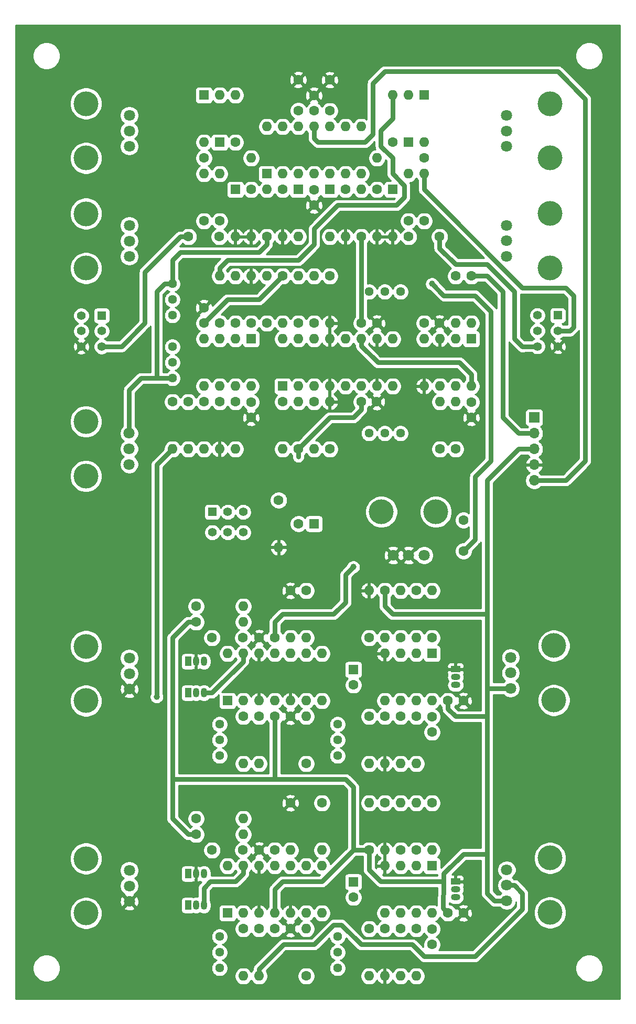
<source format=gbr>
G04 #@! TF.GenerationSoftware,KiCad,Pcbnew,(5.1.5)-3*
G04 #@! TF.CreationDate,2021-04-19T18:59:58+02:00*
G04 #@! TF.ProjectId,AnalogDrum_AM,416e616c-6f67-4447-9275-6d5f414d2e6b,rev?*
G04 #@! TF.SameCoordinates,Original*
G04 #@! TF.FileFunction,Copper,L1,Top*
G04 #@! TF.FilePolarity,Positive*
%FSLAX46Y46*%
G04 Gerber Fmt 4.6, Leading zero omitted, Abs format (unit mm)*
G04 Created by KiCad (PCBNEW (5.1.5)-3) date 2021-04-19 18:59:58*
%MOMM*%
%LPD*%
G04 APERTURE LIST*
%ADD10C,4.000000*%
%ADD11C,1.800000*%
%ADD12C,1.600000*%
%ADD13R,1.600000X1.600000*%
%ADD14C,1.440000*%
%ADD15C,1.400000*%
%ADD16R,1.400000X1.400000*%
%ADD17O,1.600000X1.600000*%
%ADD18R,1.500000X1.050000*%
%ADD19O,1.500000X1.050000*%
%ADD20R,1.050000X1.500000*%
%ADD21O,1.050000X1.500000*%
%ADD22O,1.700000X1.700000*%
%ADD23R,1.700000X1.700000*%
%ADD24C,1.000000*%
%ADD25C,0.750000*%
%ADD26C,0.254000*%
G04 APERTURE END LIST*
D10*
X156225000Y-162470000D03*
X156225000Y-153670000D03*
D11*
X149225000Y-160570000D03*
X149225000Y-158070000D03*
X149225000Y-155570000D03*
D10*
X81280000Y-153760000D03*
X81280000Y-162560000D03*
D11*
X88280000Y-155660000D03*
X88280000Y-158160000D03*
X88280000Y-160660000D03*
D10*
X156210000Y-58415000D03*
X156210000Y-49615000D03*
D11*
X149210000Y-56515000D03*
X149210000Y-54015000D03*
X149210000Y-51515000D03*
D10*
X156225000Y-40640000D03*
X156225000Y-31840000D03*
D11*
X149225000Y-38740000D03*
X149225000Y-36240000D03*
X149225000Y-33740000D03*
D10*
X81280000Y-49620000D03*
X81280000Y-58420000D03*
D11*
X88280000Y-51520000D03*
X88280000Y-54020000D03*
X88280000Y-56520000D03*
D10*
X81280000Y-31840000D03*
X81280000Y-40640000D03*
D11*
X88280000Y-33740000D03*
X88280000Y-36240000D03*
X88280000Y-38740000D03*
D10*
X156845000Y-128180000D03*
X156845000Y-119380000D03*
D11*
X149845000Y-126280000D03*
X149845000Y-123780000D03*
X149845000Y-121280000D03*
D10*
X81280000Y-119470000D03*
X81280000Y-128270000D03*
D11*
X88280000Y-121370000D03*
X88280000Y-123870000D03*
X88280000Y-126370000D03*
D10*
X81265000Y-83190000D03*
X81265000Y-91990000D03*
D11*
X88265000Y-85090000D03*
X88265000Y-87590000D03*
X88265000Y-90090000D03*
D10*
X137790000Y-97775000D03*
X128990000Y-97775000D03*
D11*
X135890000Y-104775000D03*
X133390000Y-104775000D03*
X130890000Y-104775000D03*
D12*
X101640000Y-152400000D03*
X106640000Y-152400000D03*
X120650000Y-28020000D03*
X120650000Y-33020000D03*
X138390000Y-53340000D03*
X133390000Y-53340000D03*
X115570000Y-27980000D03*
X115570000Y-32980000D03*
X97830000Y-53340000D03*
X102830000Y-53340000D03*
X101640000Y-118110000D03*
X106640000Y-118110000D03*
X142240000Y-99100000D03*
X142240000Y-104100000D03*
X115610000Y-99695000D03*
D13*
X118110000Y-99695000D03*
D14*
X95250000Y-71120000D03*
X95250000Y-73660000D03*
X95250000Y-76200000D03*
D15*
X106680000Y-101090000D03*
X104180000Y-101090000D03*
X101680000Y-101090000D03*
X106680000Y-97790000D03*
X104180000Y-97790000D03*
D16*
X101680000Y-97790000D03*
D17*
X112395000Y-103505000D03*
D12*
X112395000Y-95885000D03*
D17*
X137160000Y-162560000D03*
X129540000Y-154940000D03*
X134620000Y-162560000D03*
X132080000Y-154940000D03*
X132080000Y-162560000D03*
X134620000Y-154940000D03*
X129540000Y-162560000D03*
D13*
X137160000Y-154940000D03*
D17*
X104140000Y-154940000D03*
X119380000Y-162560000D03*
X106680000Y-154940000D03*
X116840000Y-162560000D03*
X109220000Y-154940000D03*
X114300000Y-162560000D03*
X111760000Y-154940000D03*
X111760000Y-162560000D03*
X114300000Y-154940000D03*
X109220000Y-162560000D03*
X116840000Y-154940000D03*
X106680000Y-162560000D03*
X119380000Y-154940000D03*
D13*
X104140000Y-162560000D03*
D17*
X110490000Y-35560000D03*
X125730000Y-43180000D03*
X113030000Y-35560000D03*
X123190000Y-43180000D03*
X115570000Y-35560000D03*
X120650000Y-43180000D03*
X118110000Y-35560000D03*
X118110000Y-43180000D03*
X120650000Y-35560000D03*
X115570000Y-43180000D03*
X123190000Y-35560000D03*
X113030000Y-43180000D03*
X125730000Y-35560000D03*
D13*
X110490000Y-43180000D03*
D17*
X137160000Y-128270000D03*
X129540000Y-120650000D03*
X134620000Y-128270000D03*
X132080000Y-120650000D03*
X132080000Y-128270000D03*
X134620000Y-120650000D03*
X129540000Y-128270000D03*
D13*
X137160000Y-120650000D03*
D17*
X104140000Y-120650000D03*
X119380000Y-128270000D03*
X106680000Y-120650000D03*
X116840000Y-128270000D03*
X109220000Y-120650000D03*
X114300000Y-128270000D03*
X111760000Y-120650000D03*
X111760000Y-128270000D03*
X114300000Y-120650000D03*
X109220000Y-128270000D03*
X116840000Y-120650000D03*
X106680000Y-128270000D03*
X119380000Y-120650000D03*
D13*
X104140000Y-128270000D03*
D17*
X143510000Y-77470000D03*
X135890000Y-69850000D03*
X140970000Y-77470000D03*
X138430000Y-69850000D03*
X138430000Y-77470000D03*
X140970000Y-69850000D03*
X135890000Y-77470000D03*
D13*
X143510000Y-69850000D03*
D17*
X113030000Y-69850000D03*
X130810000Y-77470000D03*
X115570000Y-69850000D03*
X128270000Y-77470000D03*
X118110000Y-69850000D03*
X125730000Y-77470000D03*
X120650000Y-69850000D03*
X123190000Y-77470000D03*
X123190000Y-69850000D03*
X120650000Y-77470000D03*
X125730000Y-69850000D03*
X118110000Y-77470000D03*
X128270000Y-69850000D03*
X115570000Y-77470000D03*
X130810000Y-69850000D03*
D13*
X113030000Y-77470000D03*
D17*
X107950000Y-77470000D03*
X100330000Y-69850000D03*
X105410000Y-77470000D03*
X102870000Y-69850000D03*
X102870000Y-77470000D03*
X105410000Y-69850000D03*
X100330000Y-77470000D03*
D13*
X107950000Y-69850000D03*
D15*
X154180000Y-71040000D03*
X154180000Y-68540000D03*
X154180000Y-66040000D03*
X157480000Y-71040000D03*
X157480000Y-68540000D03*
D16*
X157480000Y-66040000D03*
D15*
X80520000Y-71080000D03*
X80520000Y-68580000D03*
X80520000Y-66080000D03*
X83820000Y-71080000D03*
X83820000Y-68580000D03*
D16*
X83820000Y-66080000D03*
D14*
X121920000Y-166370000D03*
X121920000Y-168910000D03*
X121920000Y-171450000D03*
X102870000Y-166370000D03*
X102870000Y-168910000D03*
X102870000Y-171450000D03*
X121920000Y-132080000D03*
X121920000Y-134620000D03*
X121920000Y-137160000D03*
X102870000Y-132080000D03*
X102870000Y-134620000D03*
X102870000Y-137160000D03*
X132080000Y-62230000D03*
X129540000Y-62230000D03*
X127000000Y-62230000D03*
X132080000Y-85090000D03*
X129540000Y-85090000D03*
X127000000Y-85090000D03*
X95250000Y-66040000D03*
X95250000Y-63500000D03*
X95250000Y-60960000D03*
D17*
X137160000Y-152400000D03*
D12*
X137160000Y-144780000D03*
D17*
X134620000Y-144780000D03*
D12*
X134620000Y-152400000D03*
D17*
X106680000Y-147320000D03*
D12*
X99060000Y-147320000D03*
D17*
X129540000Y-152400000D03*
D12*
X129540000Y-144780000D03*
D17*
X134620000Y-172720000D03*
D12*
X134620000Y-165100000D03*
D17*
X129540000Y-172720000D03*
D12*
X129540000Y-165100000D03*
D17*
X132080000Y-144780000D03*
D12*
X132080000Y-152400000D03*
D17*
X127000000Y-172720000D03*
D12*
X127000000Y-165100000D03*
D17*
X109220000Y-172720000D03*
D12*
X109220000Y-165100000D03*
D17*
X114300000Y-152400000D03*
D12*
X114300000Y-144780000D03*
D17*
X119380000Y-152400000D03*
D12*
X119380000Y-144780000D03*
D17*
X132080000Y-172720000D03*
D12*
X132080000Y-165100000D03*
D17*
X116840000Y-165100000D03*
D12*
X116840000Y-172720000D03*
D17*
X106680000Y-149860000D03*
D12*
X99060000Y-149860000D03*
D17*
X106680000Y-172720000D03*
D12*
X106680000Y-165100000D03*
D17*
X127000000Y-144780000D03*
D12*
X127000000Y-152400000D03*
D17*
X128270000Y-53340000D03*
D12*
X128270000Y-45720000D03*
D17*
X123190000Y-53340000D03*
D12*
X123190000Y-45720000D03*
D17*
X135890000Y-43180000D03*
D12*
X135890000Y-50800000D03*
D17*
X130810000Y-30480000D03*
D12*
X130810000Y-38100000D03*
D17*
X128270000Y-40640000D03*
D12*
X135890000Y-40640000D03*
D17*
X133350000Y-43180000D03*
D12*
X133350000Y-50800000D03*
D17*
X125730000Y-45720000D03*
D12*
X125730000Y-53340000D03*
D17*
X107950000Y-53340000D03*
D12*
X107950000Y-45720000D03*
D17*
X113030000Y-53340000D03*
D12*
X113030000Y-45720000D03*
D17*
X100330000Y-43180000D03*
D12*
X100330000Y-50800000D03*
D17*
X105410000Y-30480000D03*
D12*
X105410000Y-38100000D03*
D17*
X107950000Y-40640000D03*
D12*
X100330000Y-40640000D03*
D17*
X102870000Y-43180000D03*
D12*
X102870000Y-50800000D03*
D17*
X110490000Y-45720000D03*
D12*
X110490000Y-53340000D03*
D17*
X137160000Y-110490000D03*
D12*
X137160000Y-118110000D03*
D17*
X134620000Y-118110000D03*
D12*
X134620000Y-110490000D03*
D17*
X106680000Y-113030000D03*
D12*
X99060000Y-113030000D03*
D17*
X127000000Y-110490000D03*
D12*
X127000000Y-118110000D03*
D17*
X134620000Y-138430000D03*
D12*
X134620000Y-130810000D03*
D17*
X129540000Y-138430000D03*
D12*
X129540000Y-130810000D03*
D17*
X132080000Y-110490000D03*
D12*
X132080000Y-118110000D03*
D17*
X127000000Y-138430000D03*
D12*
X127000000Y-130810000D03*
D17*
X109220000Y-138430000D03*
D12*
X109220000Y-130810000D03*
D17*
X114300000Y-118110000D03*
D12*
X114300000Y-110490000D03*
D17*
X116840000Y-118110000D03*
D12*
X116840000Y-110490000D03*
D17*
X132080000Y-138430000D03*
D12*
X132080000Y-130810000D03*
D17*
X116840000Y-130810000D03*
D12*
X116840000Y-138430000D03*
D17*
X106680000Y-115570000D03*
D12*
X99060000Y-115570000D03*
D17*
X106680000Y-138430000D03*
D12*
X106680000Y-130810000D03*
D17*
X129540000Y-118110000D03*
D12*
X129540000Y-110490000D03*
D17*
X120650000Y-67310000D03*
D12*
X120650000Y-59690000D03*
D17*
X120650000Y-80010000D03*
D12*
X120650000Y-87630000D03*
D17*
X143510000Y-67310000D03*
D12*
X143510000Y-59690000D03*
D17*
X140970000Y-80010000D03*
D12*
X140970000Y-87630000D03*
D17*
X118110000Y-59690000D03*
D12*
X118110000Y-67310000D03*
D17*
X118110000Y-87630000D03*
D12*
X118110000Y-80010000D03*
D17*
X140970000Y-67310000D03*
D12*
X140970000Y-59690000D03*
D17*
X138430000Y-80010000D03*
D12*
X138430000Y-87630000D03*
D17*
X107950000Y-59690000D03*
D12*
X107950000Y-67310000D03*
D17*
X102870000Y-87630000D03*
D12*
X102870000Y-80010000D03*
D17*
X110490000Y-59690000D03*
D12*
X110490000Y-67310000D03*
D17*
X105410000Y-87630000D03*
D12*
X105410000Y-80010000D03*
D17*
X113030000Y-67310000D03*
D12*
X113030000Y-59690000D03*
D17*
X115570000Y-59690000D03*
D12*
X115570000Y-67310000D03*
D17*
X115570000Y-80010000D03*
D12*
X115570000Y-87630000D03*
D17*
X113030000Y-87630000D03*
D12*
X113030000Y-80010000D03*
D17*
X102870000Y-59690000D03*
D12*
X102870000Y-67310000D03*
D17*
X95250000Y-87630000D03*
D12*
X95250000Y-80010000D03*
D17*
X105410000Y-59690000D03*
D12*
X105410000Y-67310000D03*
D17*
X97790000Y-87630000D03*
D12*
X97790000Y-80010000D03*
D17*
X100330000Y-87630000D03*
D12*
X100330000Y-80010000D03*
D18*
X140970000Y-157480000D03*
D19*
X140970000Y-160020000D03*
X140970000Y-158750000D03*
D20*
X97790000Y-156210000D03*
D21*
X100330000Y-156210000D03*
X99060000Y-156210000D03*
D20*
X97790000Y-161290000D03*
D21*
X100330000Y-161290000D03*
X99060000Y-161290000D03*
D18*
X140970000Y-123190000D03*
D19*
X140970000Y-125730000D03*
X140970000Y-124460000D03*
D20*
X97790000Y-121920000D03*
D21*
X100330000Y-121920000D03*
X99060000Y-121920000D03*
D20*
X97790000Y-127000000D03*
D21*
X100330000Y-127000000D03*
X99060000Y-127000000D03*
D22*
X153670000Y-92710000D03*
X153670000Y-90170000D03*
X153670000Y-87630000D03*
X153670000Y-85090000D03*
D23*
X153670000Y-82550000D03*
D17*
X130810000Y-53340000D03*
D13*
X130810000Y-45720000D03*
D17*
X133350000Y-30480000D03*
D13*
X133350000Y-38100000D03*
D17*
X120650000Y-53340000D03*
D13*
X120650000Y-45720000D03*
D17*
X135890000Y-38100000D03*
D13*
X135890000Y-30480000D03*
D17*
X105410000Y-53340000D03*
D13*
X105410000Y-45720000D03*
D17*
X102870000Y-30480000D03*
D13*
X102870000Y-38100000D03*
D17*
X115570000Y-53340000D03*
D13*
X115570000Y-45720000D03*
D17*
X100330000Y-38100000D03*
D13*
X100330000Y-30480000D03*
D12*
X124460000Y-160020000D03*
D13*
X124460000Y-157520000D03*
D12*
X124460000Y-125730000D03*
D13*
X124460000Y-123230000D03*
D12*
X111760000Y-152400000D03*
X109260000Y-152400000D03*
X114300000Y-165100000D03*
X111800000Y-165100000D03*
X142240000Y-162560000D03*
X139740000Y-162560000D03*
X118110000Y-33020000D03*
X118110000Y-30520000D03*
X118110000Y-48260000D03*
X118110000Y-45760000D03*
X111760000Y-118110000D03*
X109260000Y-118110000D03*
X114300000Y-130810000D03*
X111800000Y-130810000D03*
X142240000Y-128270000D03*
X139740000Y-128270000D03*
X125730000Y-80010000D03*
X128230000Y-80010000D03*
X135890000Y-67310000D03*
X138390000Y-67310000D03*
X100330000Y-67310000D03*
X100330000Y-64810000D03*
X128270000Y-67310000D03*
X125770000Y-67310000D03*
X143510000Y-82550000D03*
X143510000Y-80050000D03*
X107950000Y-82550000D03*
X107950000Y-80050000D03*
X137160000Y-165140000D03*
X137160000Y-167640000D03*
X137160000Y-130850000D03*
X137160000Y-133350000D03*
D24*
X71120000Y-20320000D03*
X81280000Y-20320000D03*
X91440000Y-20320000D03*
X101600000Y-20320000D03*
X111760000Y-20320000D03*
X121920000Y-20320000D03*
X132080000Y-20320000D03*
X142240000Y-20320000D03*
X152400000Y-20320000D03*
X71120000Y-30480000D03*
X71120000Y-40640000D03*
X71120000Y-50800000D03*
X71120000Y-60960000D03*
X71120000Y-71120000D03*
X71120000Y-81280000D03*
X71120000Y-91440000D03*
X71120000Y-101600000D03*
X71120000Y-111760000D03*
X71120000Y-121920000D03*
X71120000Y-132080000D03*
X71120000Y-142240000D03*
X71120000Y-152400000D03*
X71120000Y-162560000D03*
X71120000Y-175260000D03*
X81280000Y-175260000D03*
X91440000Y-175260000D03*
X101600000Y-175260000D03*
X111760000Y-175260000D03*
X121920000Y-175260000D03*
X132080000Y-175260000D03*
X142240000Y-175260000D03*
X152400000Y-175260000D03*
X166370000Y-20320000D03*
X166370000Y-175260000D03*
X166370000Y-30480000D03*
X166370000Y-40640000D03*
X166370000Y-50800000D03*
X166370000Y-60960000D03*
X166370000Y-71120000D03*
X166370000Y-81280000D03*
X166370000Y-91440000D03*
X166370000Y-101600000D03*
X166370000Y-111760000D03*
X166370000Y-121920000D03*
X166370000Y-132080000D03*
X166370000Y-142240000D03*
X166370000Y-152400000D03*
X166370000Y-162560000D03*
X124460000Y-106680000D03*
X92710000Y-127635000D03*
X137160000Y-60960000D03*
D25*
X139740000Y-128270000D02*
X139740000Y-129580000D01*
X139740000Y-129580000D02*
X140970000Y-130810000D01*
X140970000Y-130810000D02*
X146050000Y-130810000D01*
X146050000Y-114300000D02*
X146050000Y-123190000D01*
X130810000Y-114300000D02*
X146050000Y-114300000D01*
X129540000Y-110490000D02*
X129540000Y-113030000D01*
X129540000Y-113030000D02*
X130810000Y-114300000D01*
X146050000Y-114300000D02*
X146050000Y-92710000D01*
X151130000Y-87630000D02*
X153670000Y-87630000D01*
X146050000Y-92710000D02*
X151130000Y-87630000D01*
X111800000Y-140930000D02*
X111760000Y-140970000D01*
X111800000Y-130810000D02*
X111800000Y-140930000D01*
X95250000Y-60960000D02*
X93980000Y-60960000D01*
X93980000Y-60960000D02*
X92710000Y-62230000D01*
X92710000Y-62230000D02*
X92710000Y-76200000D01*
X95250000Y-76200000D02*
X92710000Y-76200000D01*
X92710000Y-76200000D02*
X90170000Y-76200000D01*
X95250000Y-60960000D02*
X95250000Y-57150000D01*
X95250000Y-57150000D02*
X96520000Y-55880000D01*
X96520000Y-55880000D02*
X109220000Y-55880000D01*
X110490000Y-54610000D02*
X110490000Y-53340000D01*
X109220000Y-55880000D02*
X110490000Y-54610000D01*
X125770000Y-64810000D02*
X125770000Y-67310000D01*
X125730000Y-64770000D02*
X125770000Y-64810000D01*
X125704999Y-61608399D02*
X125704999Y-64744999D01*
X125730000Y-61583398D02*
X125704999Y-61608399D01*
X125704999Y-64744999D02*
X125730000Y-64770000D01*
X125730000Y-53340000D02*
X125730000Y-61583398D01*
X97790000Y-149860000D02*
X99060000Y-149860000D01*
X95250000Y-147320000D02*
X97790000Y-149860000D01*
X99060000Y-115570000D02*
X97790000Y-115570000D01*
X97790000Y-115570000D02*
X95250000Y-118110000D01*
X111760000Y-140970000D02*
X95250000Y-140970000D01*
X95250000Y-118110000D02*
X95250000Y-140970000D01*
X95250000Y-140970000D02*
X95250000Y-147320000D01*
X138940001Y-161760001D02*
X139740000Y-162560000D01*
X127000000Y-152400000D02*
X127000000Y-155575000D01*
X127000000Y-155575000D02*
X128905000Y-157480000D01*
X128905000Y-157480000D02*
X139065000Y-157480000D01*
X139065000Y-157480000D02*
X138940001Y-161760001D01*
X124460000Y-142240000D02*
X124460000Y-152400000D01*
X124460000Y-152400000D02*
X127000000Y-152400000D01*
X111760000Y-140970000D02*
X123190000Y-140970000D01*
X123190000Y-140970000D02*
X124460000Y-142240000D01*
X111760000Y-162560000D02*
X111760000Y-158750000D01*
X111760000Y-158750000D02*
X113030000Y-157480000D01*
X119380000Y-157480000D02*
X124460000Y-152400000D01*
X113030000Y-157480000D02*
X119380000Y-157480000D01*
X125730000Y-70981370D02*
X128408630Y-73660000D01*
X125730000Y-69850000D02*
X125730000Y-70981370D01*
X128408630Y-73660000D02*
X141605000Y-73660000D01*
X143510000Y-75565000D02*
X143510000Y-77470000D01*
X141605000Y-73660000D02*
X143510000Y-75565000D01*
X139065000Y-157480000D02*
X139065000Y-156210000D01*
X139065000Y-156210000D02*
X142240000Y-153035000D01*
X142240000Y-153035000D02*
X146050000Y-153035000D01*
X146050000Y-153035000D02*
X146050000Y-130810000D01*
X90170000Y-76200000D02*
X88265000Y-78105000D01*
X88265000Y-78105000D02*
X88265000Y-85090000D01*
X146050000Y-153035000D02*
X146050000Y-159385000D01*
X147235000Y-160570000D02*
X149225000Y-160570000D01*
X146050000Y-159385000D02*
X147235000Y-160570000D01*
X149845000Y-126280000D02*
X146135000Y-126280000D01*
X146050000Y-130810000D02*
X146050000Y-126365000D01*
X146135000Y-126280000D02*
X146050000Y-126365000D01*
X146050000Y-126365000D02*
X146050000Y-123190000D01*
X100330000Y-67310000D02*
X104140000Y-63500000D01*
X109220000Y-63500000D02*
X113030000Y-59690000D01*
X104140000Y-63500000D02*
X109220000Y-63500000D01*
X115570000Y-87630000D02*
X120650000Y-82550000D01*
X120650000Y-82550000D02*
X124460000Y-82550000D01*
X125730000Y-81280000D02*
X125730000Y-80010000D01*
X124460000Y-82550000D02*
X125730000Y-81280000D01*
X158750000Y-92710000D02*
X153670000Y-92710000D01*
X157480000Y-26670000D02*
X161925000Y-31115000D01*
X129540000Y-26670000D02*
X157480000Y-26670000D01*
X127635000Y-28575000D02*
X129540000Y-26670000D01*
X118110000Y-37465000D02*
X118745000Y-38100000D01*
X161925000Y-31115000D02*
X161925000Y-89535000D01*
X118745000Y-38100000D02*
X126365000Y-38100000D01*
X118110000Y-35560000D02*
X118110000Y-37465000D01*
X126365000Y-38100000D02*
X127635000Y-36830000D01*
X161925000Y-89535000D02*
X158750000Y-92710000D01*
X127635000Y-36830000D02*
X127635000Y-28575000D01*
X111760000Y-118110000D02*
X111760000Y-115570000D01*
X111760000Y-115570000D02*
X113030000Y-114300000D01*
X113030000Y-114300000D02*
X121285000Y-114300000D01*
X121285000Y-114300000D02*
X123190000Y-112395000D01*
X123190000Y-112395000D02*
X123190000Y-107950000D01*
X123190000Y-107950000D02*
X124460000Y-106680000D01*
X124460000Y-106680000D02*
X124460000Y-106680000D01*
X115570000Y-88900000D02*
X115570000Y-87630000D01*
X90805000Y-59055000D02*
X96520000Y-53340000D01*
X90805000Y-67310000D02*
X90805000Y-59055000D01*
X83820000Y-71080000D02*
X87035000Y-71080000D01*
X87035000Y-71080000D02*
X90805000Y-67310000D01*
X96520000Y-53340000D02*
X97830000Y-53340000D01*
X146050000Y-57785000D02*
X150495000Y-62230000D01*
X150495000Y-62230000D02*
X150495000Y-69850000D01*
X150495000Y-69850000D02*
X151765000Y-71120000D01*
X151845000Y-71040000D02*
X151765000Y-71120000D01*
X154180000Y-71040000D02*
X151845000Y-71040000D01*
X146050000Y-57785000D02*
X140970000Y-57785000D01*
X138390000Y-55205000D02*
X138390000Y-53340000D01*
X140970000Y-57785000D02*
X138390000Y-55205000D01*
X146050000Y-59690000D02*
X143510000Y-59690000D01*
X148590000Y-82550000D02*
X148590000Y-62230000D01*
X148590000Y-62230000D02*
X146050000Y-59690000D01*
X153670000Y-85090000D02*
X151130000Y-85090000D01*
X151130000Y-85090000D02*
X148590000Y-82550000D01*
X92710000Y-90170000D02*
X95250000Y-87630000D01*
X92710000Y-127635000D02*
X92710000Y-90170000D01*
X130810000Y-34290000D02*
X130810000Y-31611370D01*
X128905000Y-38735000D02*
X128905000Y-36195000D01*
X130810000Y-40640000D02*
X128905000Y-38735000D01*
X118110000Y-54610000D02*
X118110000Y-52070000D01*
X132715000Y-45085000D02*
X130810000Y-43180000D01*
X130810000Y-31611370D02*
X130810000Y-30480000D01*
X115570000Y-57150000D02*
X118110000Y-54610000D01*
X130810000Y-43180000D02*
X130810000Y-40640000D01*
X128905000Y-36195000D02*
X130810000Y-34290000D01*
X104140000Y-57150000D02*
X115570000Y-57150000D01*
X131445000Y-48260000D02*
X132715000Y-46990000D01*
X102870000Y-59690000D02*
X102870000Y-58420000D01*
X118110000Y-52070000D02*
X121920000Y-48260000D01*
X102870000Y-58420000D02*
X104140000Y-57150000D01*
X132715000Y-46990000D02*
X132715000Y-45085000D01*
X121920000Y-48260000D02*
X131445000Y-48260000D01*
X144145000Y-92075000D02*
X144145000Y-102195000D01*
X139065000Y-62865000D02*
X144145000Y-62865000D01*
X144145000Y-62865000D02*
X146685000Y-65405000D01*
X144145000Y-102195000D02*
X142240000Y-104100000D01*
X137160000Y-60960000D02*
X139065000Y-62865000D01*
X146685000Y-65405000D02*
X146685000Y-89535000D01*
X146685000Y-89535000D02*
X144145000Y-92075000D01*
X159425000Y-68540000D02*
X157480000Y-68540000D01*
X135890000Y-45720000D02*
X151765000Y-61595000D01*
X158750000Y-61595000D02*
X160020000Y-62865000D01*
X135890000Y-43180000D02*
X135890000Y-45720000D01*
X160020000Y-67945000D02*
X159425000Y-68540000D01*
X151765000Y-61595000D02*
X158750000Y-61595000D01*
X160020000Y-62865000D02*
X160020000Y-67945000D01*
X109220000Y-171588630D02*
X109220000Y-172720000D01*
X113168630Y-167640000D02*
X109220000Y-171588630D01*
X144145000Y-169545000D02*
X135890000Y-169545000D01*
X149225000Y-158070000D02*
X150450000Y-158070000D01*
X151765000Y-159385000D02*
X151765000Y-161925000D01*
X118110000Y-167640000D02*
X113168630Y-167640000D01*
X151765000Y-161925000D02*
X144145000Y-169545000D01*
X150450000Y-158070000D02*
X151765000Y-159385000D01*
X135890000Y-169545000D02*
X133985000Y-167640000D01*
X133985000Y-167640000D02*
X125730000Y-167640000D01*
X121285000Y-164465000D02*
X118110000Y-167640000D01*
X125730000Y-167640000D02*
X122555000Y-164465000D01*
X122555000Y-164465000D02*
X121285000Y-164465000D01*
X106680000Y-121781370D02*
X106680000Y-120650000D01*
X106680000Y-121925000D02*
X106680000Y-121781370D01*
X101605000Y-127000000D02*
X106680000Y-121925000D01*
X100330000Y-127000000D02*
X101605000Y-127000000D01*
X100330000Y-158520000D02*
X101370000Y-157480000D01*
X100330000Y-160020000D02*
X100330000Y-158520000D01*
X101370000Y-157480000D02*
X105410000Y-157480000D01*
X105410000Y-157480000D02*
X106680000Y-156210000D01*
X106680000Y-156210000D02*
X106680000Y-154940000D01*
X100330000Y-160020000D02*
X100330000Y-161290000D01*
D26*
G36*
X167513000Y-176403000D02*
G01*
X69977000Y-176403000D01*
X69977000Y-171229872D01*
X72695000Y-171229872D01*
X72695000Y-171670128D01*
X72780890Y-172101925D01*
X72949369Y-172508669D01*
X73193962Y-172874729D01*
X73505271Y-173186038D01*
X73871331Y-173430631D01*
X74278075Y-173599110D01*
X74709872Y-173685000D01*
X75150128Y-173685000D01*
X75581925Y-173599110D01*
X75988669Y-173430631D01*
X76354729Y-173186038D01*
X76666038Y-172874729D01*
X76910631Y-172508669D01*
X77079110Y-172101925D01*
X77165000Y-171670128D01*
X77165000Y-171229872D01*
X77079110Y-170798075D01*
X76910631Y-170391331D01*
X76666038Y-170025271D01*
X76354729Y-169713962D01*
X75988669Y-169469369D01*
X75581925Y-169300890D01*
X75150128Y-169215000D01*
X74709872Y-169215000D01*
X74278075Y-169300890D01*
X73871331Y-169469369D01*
X73505271Y-169713962D01*
X73193962Y-170025271D01*
X72949369Y-170391331D01*
X72780890Y-170798075D01*
X72695000Y-171229872D01*
X69977000Y-171229872D01*
X69977000Y-166236544D01*
X101515000Y-166236544D01*
X101515000Y-166503456D01*
X101567072Y-166765239D01*
X101669215Y-167011833D01*
X101817503Y-167233762D01*
X102006238Y-167422497D01*
X102228167Y-167570785D01*
X102395266Y-167640000D01*
X102228167Y-167709215D01*
X102006238Y-167857503D01*
X101817503Y-168046238D01*
X101669215Y-168268167D01*
X101567072Y-168514761D01*
X101515000Y-168776544D01*
X101515000Y-169043456D01*
X101567072Y-169305239D01*
X101669215Y-169551833D01*
X101817503Y-169773762D01*
X102006238Y-169962497D01*
X102228167Y-170110785D01*
X102395266Y-170180000D01*
X102228167Y-170249215D01*
X102006238Y-170397503D01*
X101817503Y-170586238D01*
X101669215Y-170808167D01*
X101567072Y-171054761D01*
X101515000Y-171316544D01*
X101515000Y-171583456D01*
X101567072Y-171845239D01*
X101669215Y-172091833D01*
X101817503Y-172313762D01*
X102006238Y-172502497D01*
X102228167Y-172650785D01*
X102474761Y-172752928D01*
X102736544Y-172805000D01*
X103003456Y-172805000D01*
X103265239Y-172752928D01*
X103511833Y-172650785D01*
X103733762Y-172502497D01*
X103922497Y-172313762D01*
X104070785Y-172091833D01*
X104172928Y-171845239D01*
X104225000Y-171583456D01*
X104225000Y-171316544D01*
X104172928Y-171054761D01*
X104070785Y-170808167D01*
X103922497Y-170586238D01*
X103733762Y-170397503D01*
X103511833Y-170249215D01*
X103344734Y-170180000D01*
X103511833Y-170110785D01*
X103733762Y-169962497D01*
X103922497Y-169773762D01*
X104070785Y-169551833D01*
X104172928Y-169305239D01*
X104225000Y-169043456D01*
X104225000Y-168776544D01*
X104172928Y-168514761D01*
X104070785Y-168268167D01*
X103922497Y-168046238D01*
X103733762Y-167857503D01*
X103511833Y-167709215D01*
X103344734Y-167640000D01*
X103511833Y-167570785D01*
X103733762Y-167422497D01*
X103922497Y-167233762D01*
X104070785Y-167011833D01*
X104172928Y-166765239D01*
X104225000Y-166503456D01*
X104225000Y-166236544D01*
X104172928Y-165974761D01*
X104070785Y-165728167D01*
X103922497Y-165506238D01*
X103733762Y-165317503D01*
X103511833Y-165169215D01*
X103265239Y-165067072D01*
X103003456Y-165015000D01*
X102736544Y-165015000D01*
X102474761Y-165067072D01*
X102228167Y-165169215D01*
X102006238Y-165317503D01*
X101817503Y-165506238D01*
X101669215Y-165728167D01*
X101567072Y-165974761D01*
X101515000Y-166236544D01*
X69977000Y-166236544D01*
X69977000Y-162300475D01*
X78645000Y-162300475D01*
X78645000Y-162819525D01*
X78746261Y-163328601D01*
X78944893Y-163808141D01*
X79233262Y-164239715D01*
X79600285Y-164606738D01*
X80031859Y-164895107D01*
X80511399Y-165093739D01*
X81020475Y-165195000D01*
X81539525Y-165195000D01*
X82048601Y-165093739D01*
X82528141Y-164895107D01*
X82959715Y-164606738D01*
X83326738Y-164239715D01*
X83615107Y-163808141D01*
X83813739Y-163328601D01*
X83915000Y-162819525D01*
X83915000Y-162300475D01*
X83813739Y-161791399D01*
X83785855Y-161724080D01*
X87395525Y-161724080D01*
X87479208Y-161978261D01*
X87751775Y-162109158D01*
X88044642Y-162184365D01*
X88346553Y-162200991D01*
X88645907Y-162158397D01*
X88931199Y-162058222D01*
X89080792Y-161978261D01*
X89164475Y-161724080D01*
X88280000Y-160839605D01*
X87395525Y-161724080D01*
X83785855Y-161724080D01*
X83615107Y-161311859D01*
X83326738Y-160880285D01*
X83173006Y-160726553D01*
X86739009Y-160726553D01*
X86781603Y-161025907D01*
X86881778Y-161311199D01*
X86961739Y-161460792D01*
X87215920Y-161544475D01*
X88100395Y-160660000D01*
X88459605Y-160660000D01*
X89344080Y-161544475D01*
X89598261Y-161460792D01*
X89729158Y-161188225D01*
X89804365Y-160895358D01*
X89820991Y-160593447D01*
X89778397Y-160294093D01*
X89678222Y-160008801D01*
X89598261Y-159859208D01*
X89344080Y-159775525D01*
X88459605Y-160660000D01*
X88100395Y-160660000D01*
X87215920Y-159775525D01*
X86961739Y-159859208D01*
X86830842Y-160131775D01*
X86755635Y-160424642D01*
X86739009Y-160726553D01*
X83173006Y-160726553D01*
X82959715Y-160513262D01*
X82528141Y-160224893D01*
X82048601Y-160026261D01*
X81539525Y-159925000D01*
X81020475Y-159925000D01*
X80511399Y-160026261D01*
X80031859Y-160224893D01*
X79600285Y-160513262D01*
X79233262Y-160880285D01*
X78944893Y-161311859D01*
X78746261Y-161791399D01*
X78645000Y-162300475D01*
X69977000Y-162300475D01*
X69977000Y-153500475D01*
X78645000Y-153500475D01*
X78645000Y-154019525D01*
X78746261Y-154528601D01*
X78944893Y-155008141D01*
X79233262Y-155439715D01*
X79600285Y-155806738D01*
X80031859Y-156095107D01*
X80511399Y-156293739D01*
X81020475Y-156395000D01*
X81539525Y-156395000D01*
X82048601Y-156293739D01*
X82528141Y-156095107D01*
X82959715Y-155806738D01*
X83257637Y-155508816D01*
X86745000Y-155508816D01*
X86745000Y-155811184D01*
X86803989Y-156107743D01*
X86919701Y-156387095D01*
X87087688Y-156638505D01*
X87301495Y-156852312D01*
X87387831Y-156910000D01*
X87301495Y-156967688D01*
X87087688Y-157181495D01*
X86919701Y-157432905D01*
X86803989Y-157712257D01*
X86745000Y-158008816D01*
X86745000Y-158311184D01*
X86803989Y-158607743D01*
X86919701Y-158887095D01*
X87087688Y-159138505D01*
X87301495Y-159352312D01*
X87444310Y-159447738D01*
X87395525Y-159595920D01*
X88280000Y-160480395D01*
X89164475Y-159595920D01*
X89115690Y-159447738D01*
X89258505Y-159352312D01*
X89472312Y-159138505D01*
X89640299Y-158887095D01*
X89756011Y-158607743D01*
X89815000Y-158311184D01*
X89815000Y-158008816D01*
X89756011Y-157712257D01*
X89640299Y-157432905D01*
X89472312Y-157181495D01*
X89258505Y-156967688D01*
X89172169Y-156910000D01*
X89258505Y-156852312D01*
X89472312Y-156638505D01*
X89640299Y-156387095D01*
X89756011Y-156107743D01*
X89815000Y-155811184D01*
X89815000Y-155508816D01*
X89805290Y-155460000D01*
X96626928Y-155460000D01*
X96626928Y-156960000D01*
X96639188Y-157084482D01*
X96675498Y-157204180D01*
X96734463Y-157314494D01*
X96813815Y-157411185D01*
X96910506Y-157490537D01*
X97020820Y-157549502D01*
X97140518Y-157585812D01*
X97265000Y-157598072D01*
X98315000Y-157598072D01*
X98439482Y-157585812D01*
X98559180Y-157549502D01*
X98624057Y-157514824D01*
X98692663Y-157545272D01*
X98754190Y-157553964D01*
X98933000Y-157428163D01*
X98933000Y-157110235D01*
X98940812Y-157084482D01*
X98953072Y-156960000D01*
X98953072Y-155460000D01*
X98940812Y-155335518D01*
X98933000Y-155309765D01*
X98933000Y-154991837D01*
X98754190Y-154866036D01*
X98692663Y-154874728D01*
X98624057Y-154905176D01*
X98559180Y-154870498D01*
X98439482Y-154834188D01*
X98315000Y-154821928D01*
X97265000Y-154821928D01*
X97140518Y-154834188D01*
X97020820Y-154870498D01*
X96910506Y-154929463D01*
X96813815Y-155008815D01*
X96734463Y-155105506D01*
X96675498Y-155215820D01*
X96639188Y-155335518D01*
X96626928Y-155460000D01*
X89805290Y-155460000D01*
X89756011Y-155212257D01*
X89640299Y-154932905D01*
X89472312Y-154681495D01*
X89258505Y-154467688D01*
X89007095Y-154299701D01*
X88727743Y-154183989D01*
X88431184Y-154125000D01*
X88128816Y-154125000D01*
X87832257Y-154183989D01*
X87552905Y-154299701D01*
X87301495Y-154467688D01*
X87087688Y-154681495D01*
X86919701Y-154932905D01*
X86803989Y-155212257D01*
X86745000Y-155508816D01*
X83257637Y-155508816D01*
X83326738Y-155439715D01*
X83615107Y-155008141D01*
X83813739Y-154528601D01*
X83915000Y-154019525D01*
X83915000Y-153500475D01*
X83813739Y-152991399D01*
X83615107Y-152511859D01*
X83445928Y-152258665D01*
X100205000Y-152258665D01*
X100205000Y-152541335D01*
X100260147Y-152818574D01*
X100368320Y-153079727D01*
X100525363Y-153314759D01*
X100725241Y-153514637D01*
X100960273Y-153671680D01*
X101221426Y-153779853D01*
X101498665Y-153835000D01*
X101781335Y-153835000D01*
X102058574Y-153779853D01*
X102319727Y-153671680D01*
X102554759Y-153514637D01*
X102754637Y-153314759D01*
X102911680Y-153079727D01*
X103019853Y-152818574D01*
X103075000Y-152541335D01*
X103075000Y-152258665D01*
X103019853Y-151981426D01*
X102911680Y-151720273D01*
X102754637Y-151485241D01*
X102554759Y-151285363D01*
X102319727Y-151128320D01*
X102058574Y-151020147D01*
X101781335Y-150965000D01*
X101498665Y-150965000D01*
X101221426Y-151020147D01*
X100960273Y-151128320D01*
X100725241Y-151285363D01*
X100525363Y-151485241D01*
X100368320Y-151720273D01*
X100260147Y-151981426D01*
X100205000Y-152258665D01*
X83445928Y-152258665D01*
X83326738Y-152080285D01*
X82959715Y-151713262D01*
X82528141Y-151424893D01*
X82048601Y-151226261D01*
X81539525Y-151125000D01*
X81020475Y-151125000D01*
X80511399Y-151226261D01*
X80031859Y-151424893D01*
X79600285Y-151713262D01*
X79233262Y-152080285D01*
X78944893Y-152511859D01*
X78746261Y-152991399D01*
X78645000Y-153500475D01*
X69977000Y-153500475D01*
X69977000Y-128010475D01*
X78645000Y-128010475D01*
X78645000Y-128529525D01*
X78746261Y-129038601D01*
X78944893Y-129518141D01*
X79233262Y-129949715D01*
X79600285Y-130316738D01*
X80031859Y-130605107D01*
X80511399Y-130803739D01*
X81020475Y-130905000D01*
X81539525Y-130905000D01*
X82048601Y-130803739D01*
X82528141Y-130605107D01*
X82959715Y-130316738D01*
X83326738Y-129949715D01*
X83615107Y-129518141D01*
X83813739Y-129038601D01*
X83915000Y-128529525D01*
X83915000Y-128010475D01*
X83813739Y-127501399D01*
X83785855Y-127434080D01*
X87395525Y-127434080D01*
X87479208Y-127688261D01*
X87751775Y-127819158D01*
X88044642Y-127894365D01*
X88346553Y-127910991D01*
X88645907Y-127868397D01*
X88931199Y-127768222D01*
X89080792Y-127688261D01*
X89135130Y-127523212D01*
X91575000Y-127523212D01*
X91575000Y-127746788D01*
X91618617Y-127966067D01*
X91704176Y-128172624D01*
X91828388Y-128358520D01*
X91986480Y-128516612D01*
X92172376Y-128640824D01*
X92378933Y-128726383D01*
X92598212Y-128770000D01*
X92821788Y-128770000D01*
X93041067Y-128726383D01*
X93247624Y-128640824D01*
X93433520Y-128516612D01*
X93591612Y-128358520D01*
X93715824Y-128172624D01*
X93801383Y-127966067D01*
X93845000Y-127746788D01*
X93845000Y-127523212D01*
X93801383Y-127303933D01*
X93720000Y-127107458D01*
X93720000Y-111482702D01*
X113486903Y-111482702D01*
X113558486Y-111726671D01*
X113813996Y-111847571D01*
X114088184Y-111916300D01*
X114370512Y-111930217D01*
X114650130Y-111888787D01*
X114916292Y-111793603D01*
X115041514Y-111726671D01*
X115113097Y-111482702D01*
X114300000Y-110669605D01*
X113486903Y-111482702D01*
X93720000Y-111482702D01*
X93720000Y-110560512D01*
X112859783Y-110560512D01*
X112901213Y-110840130D01*
X112996397Y-111106292D01*
X113063329Y-111231514D01*
X113307298Y-111303097D01*
X114120395Y-110490000D01*
X114479605Y-110490000D01*
X115292702Y-111303097D01*
X115536671Y-111231514D01*
X115567194Y-111167008D01*
X115568320Y-111169727D01*
X115725363Y-111404759D01*
X115925241Y-111604637D01*
X116160273Y-111761680D01*
X116421426Y-111869853D01*
X116698665Y-111925000D01*
X116981335Y-111925000D01*
X117258574Y-111869853D01*
X117519727Y-111761680D01*
X117754759Y-111604637D01*
X117954637Y-111404759D01*
X118111680Y-111169727D01*
X118219853Y-110908574D01*
X118275000Y-110631335D01*
X118275000Y-110348665D01*
X118219853Y-110071426D01*
X118111680Y-109810273D01*
X117954637Y-109575241D01*
X117754759Y-109375363D01*
X117519727Y-109218320D01*
X117258574Y-109110147D01*
X116981335Y-109055000D01*
X116698665Y-109055000D01*
X116421426Y-109110147D01*
X116160273Y-109218320D01*
X115925241Y-109375363D01*
X115725363Y-109575241D01*
X115569085Y-109809128D01*
X115536671Y-109748486D01*
X115292702Y-109676903D01*
X114479605Y-110490000D01*
X114120395Y-110490000D01*
X113307298Y-109676903D01*
X113063329Y-109748486D01*
X112942429Y-110003996D01*
X112873700Y-110278184D01*
X112859783Y-110560512D01*
X93720000Y-110560512D01*
X93720000Y-109497298D01*
X113486903Y-109497298D01*
X114300000Y-110310395D01*
X115113097Y-109497298D01*
X115041514Y-109253329D01*
X114786004Y-109132429D01*
X114511816Y-109063700D01*
X114229488Y-109049783D01*
X113949870Y-109091213D01*
X113683708Y-109186397D01*
X113558486Y-109253329D01*
X113486903Y-109497298D01*
X93720000Y-109497298D01*
X93720000Y-103854040D01*
X111003091Y-103854040D01*
X111097930Y-104118881D01*
X111242615Y-104360131D01*
X111431586Y-104568519D01*
X111657580Y-104736037D01*
X111911913Y-104856246D01*
X112045961Y-104896904D01*
X112268000Y-104774915D01*
X112268000Y-103632000D01*
X112522000Y-103632000D01*
X112522000Y-104774915D01*
X112744039Y-104896904D01*
X112878087Y-104856246D01*
X112909173Y-104841553D01*
X129349009Y-104841553D01*
X129391603Y-105140907D01*
X129491778Y-105426199D01*
X129571739Y-105575792D01*
X129825920Y-105659475D01*
X130710395Y-104775000D01*
X131069605Y-104775000D01*
X131954080Y-105659475D01*
X132140000Y-105598265D01*
X132325920Y-105659475D01*
X133210395Y-104775000D01*
X133569605Y-104775000D01*
X134454080Y-105659475D01*
X134602262Y-105610690D01*
X134697688Y-105753505D01*
X134911495Y-105967312D01*
X135162905Y-106135299D01*
X135442257Y-106251011D01*
X135738816Y-106310000D01*
X136041184Y-106310000D01*
X136337743Y-106251011D01*
X136617095Y-106135299D01*
X136868505Y-105967312D01*
X137082312Y-105753505D01*
X137250299Y-105502095D01*
X137366011Y-105222743D01*
X137425000Y-104926184D01*
X137425000Y-104623816D01*
X137366011Y-104327257D01*
X137250299Y-104047905D01*
X137082312Y-103796495D01*
X136868505Y-103582688D01*
X136617095Y-103414701D01*
X136337743Y-103298989D01*
X136041184Y-103240000D01*
X135738816Y-103240000D01*
X135442257Y-103298989D01*
X135162905Y-103414701D01*
X134911495Y-103582688D01*
X134697688Y-103796495D01*
X134602262Y-103939310D01*
X134454080Y-103890525D01*
X133569605Y-104775000D01*
X133210395Y-104775000D01*
X132325920Y-103890525D01*
X132140000Y-103951735D01*
X131954080Y-103890525D01*
X131069605Y-104775000D01*
X130710395Y-104775000D01*
X129825920Y-103890525D01*
X129571739Y-103974208D01*
X129440842Y-104246775D01*
X129365635Y-104539642D01*
X129349009Y-104841553D01*
X112909173Y-104841553D01*
X113132420Y-104736037D01*
X113358414Y-104568519D01*
X113547385Y-104360131D01*
X113692070Y-104118881D01*
X113786909Y-103854040D01*
X113708733Y-103710920D01*
X130005525Y-103710920D01*
X130890000Y-104595395D01*
X131774475Y-103710920D01*
X132505525Y-103710920D01*
X133390000Y-104595395D01*
X134274475Y-103710920D01*
X134190792Y-103456739D01*
X133918225Y-103325842D01*
X133625358Y-103250635D01*
X133323447Y-103234009D01*
X133024093Y-103276603D01*
X132738801Y-103376778D01*
X132589208Y-103456739D01*
X132505525Y-103710920D01*
X131774475Y-103710920D01*
X131690792Y-103456739D01*
X131418225Y-103325842D01*
X131125358Y-103250635D01*
X130823447Y-103234009D01*
X130524093Y-103276603D01*
X130238801Y-103376778D01*
X130089208Y-103456739D01*
X130005525Y-103710920D01*
X113708733Y-103710920D01*
X113665624Y-103632000D01*
X112522000Y-103632000D01*
X112268000Y-103632000D01*
X111124376Y-103632000D01*
X111003091Y-103854040D01*
X93720000Y-103854040D01*
X93720000Y-103155960D01*
X111003091Y-103155960D01*
X111124376Y-103378000D01*
X112268000Y-103378000D01*
X112268000Y-102235085D01*
X112522000Y-102235085D01*
X112522000Y-103378000D01*
X113665624Y-103378000D01*
X113786909Y-103155960D01*
X113692070Y-102891119D01*
X113547385Y-102649869D01*
X113358414Y-102441481D01*
X113132420Y-102273963D01*
X112878087Y-102153754D01*
X112744039Y-102113096D01*
X112522000Y-102235085D01*
X112268000Y-102235085D01*
X112045961Y-102113096D01*
X111911913Y-102153754D01*
X111657580Y-102273963D01*
X111431586Y-102441481D01*
X111242615Y-102649869D01*
X111097930Y-102891119D01*
X111003091Y-103155960D01*
X93720000Y-103155960D01*
X93720000Y-100958514D01*
X100345000Y-100958514D01*
X100345000Y-101221486D01*
X100396304Y-101479405D01*
X100496939Y-101722359D01*
X100643038Y-101941013D01*
X100828987Y-102126962D01*
X101047641Y-102273061D01*
X101290595Y-102373696D01*
X101548514Y-102425000D01*
X101811486Y-102425000D01*
X102069405Y-102373696D01*
X102312359Y-102273061D01*
X102531013Y-102126962D01*
X102716962Y-101941013D01*
X102863061Y-101722359D01*
X102930000Y-101560754D01*
X102996939Y-101722359D01*
X103143038Y-101941013D01*
X103328987Y-102126962D01*
X103547641Y-102273061D01*
X103790595Y-102373696D01*
X104048514Y-102425000D01*
X104311486Y-102425000D01*
X104569405Y-102373696D01*
X104812359Y-102273061D01*
X105031013Y-102126962D01*
X105216962Y-101941013D01*
X105363061Y-101722359D01*
X105430000Y-101560754D01*
X105496939Y-101722359D01*
X105643038Y-101941013D01*
X105828987Y-102126962D01*
X106047641Y-102273061D01*
X106290595Y-102373696D01*
X106548514Y-102425000D01*
X106811486Y-102425000D01*
X107069405Y-102373696D01*
X107312359Y-102273061D01*
X107531013Y-102126962D01*
X107716962Y-101941013D01*
X107863061Y-101722359D01*
X107963696Y-101479405D01*
X108015000Y-101221486D01*
X108015000Y-100958514D01*
X107963696Y-100700595D01*
X107863061Y-100457641D01*
X107716962Y-100238987D01*
X107531013Y-100053038D01*
X107312359Y-99906939D01*
X107069405Y-99806304D01*
X106811486Y-99755000D01*
X106548514Y-99755000D01*
X106290595Y-99806304D01*
X106047641Y-99906939D01*
X105828987Y-100053038D01*
X105643038Y-100238987D01*
X105496939Y-100457641D01*
X105430000Y-100619246D01*
X105363061Y-100457641D01*
X105216962Y-100238987D01*
X105031013Y-100053038D01*
X104812359Y-99906939D01*
X104569405Y-99806304D01*
X104311486Y-99755000D01*
X104048514Y-99755000D01*
X103790595Y-99806304D01*
X103547641Y-99906939D01*
X103328987Y-100053038D01*
X103143038Y-100238987D01*
X102996939Y-100457641D01*
X102930000Y-100619246D01*
X102863061Y-100457641D01*
X102716962Y-100238987D01*
X102531013Y-100053038D01*
X102312359Y-99906939D01*
X102069405Y-99806304D01*
X101811486Y-99755000D01*
X101548514Y-99755000D01*
X101290595Y-99806304D01*
X101047641Y-99906939D01*
X100828987Y-100053038D01*
X100643038Y-100238987D01*
X100496939Y-100457641D01*
X100396304Y-100700595D01*
X100345000Y-100958514D01*
X93720000Y-100958514D01*
X93720000Y-99553665D01*
X114175000Y-99553665D01*
X114175000Y-99836335D01*
X114230147Y-100113574D01*
X114338320Y-100374727D01*
X114495363Y-100609759D01*
X114695241Y-100809637D01*
X114930273Y-100966680D01*
X115191426Y-101074853D01*
X115468665Y-101130000D01*
X115751335Y-101130000D01*
X116028574Y-101074853D01*
X116289727Y-100966680D01*
X116524759Y-100809637D01*
X116691339Y-100643057D01*
X116720498Y-100739180D01*
X116779463Y-100849494D01*
X116858815Y-100946185D01*
X116955506Y-101025537D01*
X117065820Y-101084502D01*
X117185518Y-101120812D01*
X117310000Y-101133072D01*
X118910000Y-101133072D01*
X119034482Y-101120812D01*
X119154180Y-101084502D01*
X119264494Y-101025537D01*
X119361185Y-100946185D01*
X119440537Y-100849494D01*
X119499502Y-100739180D01*
X119535812Y-100619482D01*
X119548072Y-100495000D01*
X119548072Y-98895000D01*
X119535812Y-98770518D01*
X119499502Y-98650820D01*
X119440537Y-98540506D01*
X119361185Y-98443815D01*
X119264494Y-98364463D01*
X119154180Y-98305498D01*
X119034482Y-98269188D01*
X118910000Y-98256928D01*
X117310000Y-98256928D01*
X117185518Y-98269188D01*
X117065820Y-98305498D01*
X116955506Y-98364463D01*
X116858815Y-98443815D01*
X116779463Y-98540506D01*
X116720498Y-98650820D01*
X116691339Y-98746943D01*
X116524759Y-98580363D01*
X116289727Y-98423320D01*
X116028574Y-98315147D01*
X115751335Y-98260000D01*
X115468665Y-98260000D01*
X115191426Y-98315147D01*
X114930273Y-98423320D01*
X114695241Y-98580363D01*
X114495363Y-98780241D01*
X114338320Y-99015273D01*
X114230147Y-99276426D01*
X114175000Y-99553665D01*
X93720000Y-99553665D01*
X93720000Y-97090000D01*
X100341928Y-97090000D01*
X100341928Y-98490000D01*
X100354188Y-98614482D01*
X100390498Y-98734180D01*
X100449463Y-98844494D01*
X100528815Y-98941185D01*
X100625506Y-99020537D01*
X100735820Y-99079502D01*
X100855518Y-99115812D01*
X100980000Y-99128072D01*
X102380000Y-99128072D01*
X102504482Y-99115812D01*
X102624180Y-99079502D01*
X102734494Y-99020537D01*
X102831185Y-98941185D01*
X102910537Y-98844494D01*
X102969502Y-98734180D01*
X103005812Y-98614482D01*
X103018072Y-98490000D01*
X103018072Y-98453987D01*
X103143038Y-98641013D01*
X103328987Y-98826962D01*
X103547641Y-98973061D01*
X103790595Y-99073696D01*
X104048514Y-99125000D01*
X104311486Y-99125000D01*
X104569405Y-99073696D01*
X104812359Y-98973061D01*
X105031013Y-98826962D01*
X105216962Y-98641013D01*
X105363061Y-98422359D01*
X105430000Y-98260754D01*
X105496939Y-98422359D01*
X105643038Y-98641013D01*
X105828987Y-98826962D01*
X106047641Y-98973061D01*
X106290595Y-99073696D01*
X106548514Y-99125000D01*
X106811486Y-99125000D01*
X107069405Y-99073696D01*
X107312359Y-98973061D01*
X107531013Y-98826962D01*
X107716962Y-98641013D01*
X107863061Y-98422359D01*
X107963696Y-98179405D01*
X108015000Y-97921486D01*
X108015000Y-97658514D01*
X107986548Y-97515475D01*
X126355000Y-97515475D01*
X126355000Y-98034525D01*
X126456261Y-98543601D01*
X126654893Y-99023141D01*
X126943262Y-99454715D01*
X127310285Y-99821738D01*
X127741859Y-100110107D01*
X128221399Y-100308739D01*
X128730475Y-100410000D01*
X129249525Y-100410000D01*
X129758601Y-100308739D01*
X130238141Y-100110107D01*
X130669715Y-99821738D01*
X131036738Y-99454715D01*
X131325107Y-99023141D01*
X131523739Y-98543601D01*
X131625000Y-98034525D01*
X131625000Y-97515475D01*
X135155000Y-97515475D01*
X135155000Y-98034525D01*
X135256261Y-98543601D01*
X135454893Y-99023141D01*
X135743262Y-99454715D01*
X136110285Y-99821738D01*
X136541859Y-100110107D01*
X137021399Y-100308739D01*
X137530475Y-100410000D01*
X138049525Y-100410000D01*
X138558601Y-100308739D01*
X139038141Y-100110107D01*
X139469715Y-99821738D01*
X139836738Y-99454715D01*
X140125107Y-99023141D01*
X140323739Y-98543601D01*
X140425000Y-98034525D01*
X140425000Y-97515475D01*
X140323739Y-97006399D01*
X140125107Y-96526859D01*
X139836738Y-96095285D01*
X139469715Y-95728262D01*
X139038141Y-95439893D01*
X138558601Y-95241261D01*
X138049525Y-95140000D01*
X137530475Y-95140000D01*
X137021399Y-95241261D01*
X136541859Y-95439893D01*
X136110285Y-95728262D01*
X135743262Y-96095285D01*
X135454893Y-96526859D01*
X135256261Y-97006399D01*
X135155000Y-97515475D01*
X131625000Y-97515475D01*
X131523739Y-97006399D01*
X131325107Y-96526859D01*
X131036738Y-96095285D01*
X130669715Y-95728262D01*
X130238141Y-95439893D01*
X129758601Y-95241261D01*
X129249525Y-95140000D01*
X128730475Y-95140000D01*
X128221399Y-95241261D01*
X127741859Y-95439893D01*
X127310285Y-95728262D01*
X126943262Y-96095285D01*
X126654893Y-96526859D01*
X126456261Y-97006399D01*
X126355000Y-97515475D01*
X107986548Y-97515475D01*
X107963696Y-97400595D01*
X107863061Y-97157641D01*
X107716962Y-96938987D01*
X107531013Y-96753038D01*
X107312359Y-96606939D01*
X107069405Y-96506304D01*
X106811486Y-96455000D01*
X106548514Y-96455000D01*
X106290595Y-96506304D01*
X106047641Y-96606939D01*
X105828987Y-96753038D01*
X105643038Y-96938987D01*
X105496939Y-97157641D01*
X105430000Y-97319246D01*
X105363061Y-97157641D01*
X105216962Y-96938987D01*
X105031013Y-96753038D01*
X104812359Y-96606939D01*
X104569405Y-96506304D01*
X104311486Y-96455000D01*
X104048514Y-96455000D01*
X103790595Y-96506304D01*
X103547641Y-96606939D01*
X103328987Y-96753038D01*
X103143038Y-96938987D01*
X103018072Y-97126013D01*
X103018072Y-97090000D01*
X103005812Y-96965518D01*
X102969502Y-96845820D01*
X102910537Y-96735506D01*
X102831185Y-96638815D01*
X102734494Y-96559463D01*
X102624180Y-96500498D01*
X102504482Y-96464188D01*
X102380000Y-96451928D01*
X100980000Y-96451928D01*
X100855518Y-96464188D01*
X100735820Y-96500498D01*
X100625506Y-96559463D01*
X100528815Y-96638815D01*
X100449463Y-96735506D01*
X100390498Y-96845820D01*
X100354188Y-96965518D01*
X100341928Y-97090000D01*
X93720000Y-97090000D01*
X93720000Y-95743665D01*
X110960000Y-95743665D01*
X110960000Y-96026335D01*
X111015147Y-96303574D01*
X111123320Y-96564727D01*
X111280363Y-96799759D01*
X111480241Y-96999637D01*
X111715273Y-97156680D01*
X111976426Y-97264853D01*
X112253665Y-97320000D01*
X112536335Y-97320000D01*
X112813574Y-97264853D01*
X113074727Y-97156680D01*
X113309759Y-96999637D01*
X113509637Y-96799759D01*
X113666680Y-96564727D01*
X113774853Y-96303574D01*
X113830000Y-96026335D01*
X113830000Y-95743665D01*
X113774853Y-95466426D01*
X113666680Y-95205273D01*
X113509637Y-94970241D01*
X113309759Y-94770363D01*
X113074727Y-94613320D01*
X112813574Y-94505147D01*
X112536335Y-94450000D01*
X112253665Y-94450000D01*
X111976426Y-94505147D01*
X111715273Y-94613320D01*
X111480241Y-94770363D01*
X111280363Y-94970241D01*
X111123320Y-95205273D01*
X111015147Y-95466426D01*
X110960000Y-95743665D01*
X93720000Y-95743665D01*
X93720000Y-90588355D01*
X95243356Y-89065000D01*
X95391335Y-89065000D01*
X95668574Y-89009853D01*
X95929727Y-88901680D01*
X96164759Y-88744637D01*
X96364637Y-88544759D01*
X96520000Y-88312241D01*
X96675363Y-88544759D01*
X96875241Y-88744637D01*
X97110273Y-88901680D01*
X97371426Y-89009853D01*
X97648665Y-89065000D01*
X97931335Y-89065000D01*
X98208574Y-89009853D01*
X98469727Y-88901680D01*
X98704759Y-88744637D01*
X98904637Y-88544759D01*
X99060000Y-88312241D01*
X99215363Y-88544759D01*
X99415241Y-88744637D01*
X99650273Y-88901680D01*
X99911426Y-89009853D01*
X100188665Y-89065000D01*
X100471335Y-89065000D01*
X100748574Y-89009853D01*
X101009727Y-88901680D01*
X101244759Y-88744637D01*
X101444637Y-88544759D01*
X101601680Y-88309727D01*
X101606067Y-88299135D01*
X101717615Y-88485131D01*
X101906586Y-88693519D01*
X102132580Y-88861037D01*
X102386913Y-88981246D01*
X102520961Y-89021904D01*
X102743000Y-88899915D01*
X102743000Y-87757000D01*
X102723000Y-87757000D01*
X102723000Y-87503000D01*
X102743000Y-87503000D01*
X102743000Y-86360085D01*
X102997000Y-86360085D01*
X102997000Y-87503000D01*
X103017000Y-87503000D01*
X103017000Y-87757000D01*
X102997000Y-87757000D01*
X102997000Y-88899915D01*
X103219039Y-89021904D01*
X103353087Y-88981246D01*
X103607420Y-88861037D01*
X103833414Y-88693519D01*
X104022385Y-88485131D01*
X104133933Y-88299135D01*
X104138320Y-88309727D01*
X104295363Y-88544759D01*
X104495241Y-88744637D01*
X104730273Y-88901680D01*
X104991426Y-89009853D01*
X105268665Y-89065000D01*
X105551335Y-89065000D01*
X105828574Y-89009853D01*
X106089727Y-88901680D01*
X106324759Y-88744637D01*
X106524637Y-88544759D01*
X106681680Y-88309727D01*
X106789853Y-88048574D01*
X106845000Y-87771335D01*
X106845000Y-87488665D01*
X111595000Y-87488665D01*
X111595000Y-87771335D01*
X111650147Y-88048574D01*
X111758320Y-88309727D01*
X111915363Y-88544759D01*
X112115241Y-88744637D01*
X112350273Y-88901680D01*
X112611426Y-89009853D01*
X112888665Y-89065000D01*
X113171335Y-89065000D01*
X113448574Y-89009853D01*
X113709727Y-88901680D01*
X113944759Y-88744637D01*
X114144637Y-88544759D01*
X114300000Y-88312241D01*
X114455363Y-88544759D01*
X114560000Y-88649396D01*
X114560000Y-88949607D01*
X114574615Y-89097993D01*
X114632368Y-89288379D01*
X114726153Y-89463840D01*
X114852367Y-89617633D01*
X115006160Y-89743847D01*
X115181620Y-89837632D01*
X115372006Y-89895385D01*
X115570000Y-89914886D01*
X115767993Y-89895385D01*
X115958379Y-89837632D01*
X116133840Y-89743847D01*
X116287633Y-89617633D01*
X116413847Y-89463840D01*
X116507632Y-89288380D01*
X116565385Y-89097994D01*
X116580000Y-88949608D01*
X116580000Y-88649396D01*
X116684637Y-88544759D01*
X116840000Y-88312241D01*
X116995363Y-88544759D01*
X117195241Y-88744637D01*
X117430273Y-88901680D01*
X117691426Y-89009853D01*
X117968665Y-89065000D01*
X118251335Y-89065000D01*
X118528574Y-89009853D01*
X118789727Y-88901680D01*
X119024759Y-88744637D01*
X119224637Y-88544759D01*
X119380000Y-88312241D01*
X119535363Y-88544759D01*
X119735241Y-88744637D01*
X119970273Y-88901680D01*
X120231426Y-89009853D01*
X120508665Y-89065000D01*
X120791335Y-89065000D01*
X121068574Y-89009853D01*
X121329727Y-88901680D01*
X121564759Y-88744637D01*
X121764637Y-88544759D01*
X121921680Y-88309727D01*
X122029853Y-88048574D01*
X122085000Y-87771335D01*
X122085000Y-87488665D01*
X136995000Y-87488665D01*
X136995000Y-87771335D01*
X137050147Y-88048574D01*
X137158320Y-88309727D01*
X137315363Y-88544759D01*
X137515241Y-88744637D01*
X137750273Y-88901680D01*
X138011426Y-89009853D01*
X138288665Y-89065000D01*
X138571335Y-89065000D01*
X138848574Y-89009853D01*
X139109727Y-88901680D01*
X139344759Y-88744637D01*
X139544637Y-88544759D01*
X139700000Y-88312241D01*
X139855363Y-88544759D01*
X140055241Y-88744637D01*
X140290273Y-88901680D01*
X140551426Y-89009853D01*
X140828665Y-89065000D01*
X141111335Y-89065000D01*
X141388574Y-89009853D01*
X141649727Y-88901680D01*
X141884759Y-88744637D01*
X142084637Y-88544759D01*
X142241680Y-88309727D01*
X142349853Y-88048574D01*
X142405000Y-87771335D01*
X142405000Y-87488665D01*
X142349853Y-87211426D01*
X142241680Y-86950273D01*
X142084637Y-86715241D01*
X141884759Y-86515363D01*
X141649727Y-86358320D01*
X141388574Y-86250147D01*
X141111335Y-86195000D01*
X140828665Y-86195000D01*
X140551426Y-86250147D01*
X140290273Y-86358320D01*
X140055241Y-86515363D01*
X139855363Y-86715241D01*
X139700000Y-86947759D01*
X139544637Y-86715241D01*
X139344759Y-86515363D01*
X139109727Y-86358320D01*
X138848574Y-86250147D01*
X138571335Y-86195000D01*
X138288665Y-86195000D01*
X138011426Y-86250147D01*
X137750273Y-86358320D01*
X137515241Y-86515363D01*
X137315363Y-86715241D01*
X137158320Y-86950273D01*
X137050147Y-87211426D01*
X136995000Y-87488665D01*
X122085000Y-87488665D01*
X122029853Y-87211426D01*
X121921680Y-86950273D01*
X121764637Y-86715241D01*
X121564759Y-86515363D01*
X121329727Y-86358320D01*
X121068574Y-86250147D01*
X120791335Y-86195000D01*
X120508665Y-86195000D01*
X120231426Y-86250147D01*
X119970273Y-86358320D01*
X119735241Y-86515363D01*
X119535363Y-86715241D01*
X119380000Y-86947759D01*
X119224637Y-86715241D01*
X119024759Y-86515363D01*
X118789727Y-86358320D01*
X118528574Y-86250147D01*
X118403156Y-86225199D01*
X119671811Y-84956544D01*
X125645000Y-84956544D01*
X125645000Y-85223456D01*
X125697072Y-85485239D01*
X125799215Y-85731833D01*
X125947503Y-85953762D01*
X126136238Y-86142497D01*
X126358167Y-86290785D01*
X126604761Y-86392928D01*
X126866544Y-86445000D01*
X127133456Y-86445000D01*
X127395239Y-86392928D01*
X127641833Y-86290785D01*
X127863762Y-86142497D01*
X128052497Y-85953762D01*
X128200785Y-85731833D01*
X128270000Y-85564734D01*
X128339215Y-85731833D01*
X128487503Y-85953762D01*
X128676238Y-86142497D01*
X128898167Y-86290785D01*
X129144761Y-86392928D01*
X129406544Y-86445000D01*
X129673456Y-86445000D01*
X129935239Y-86392928D01*
X130181833Y-86290785D01*
X130403762Y-86142497D01*
X130592497Y-85953762D01*
X130740785Y-85731833D01*
X130810000Y-85564734D01*
X130879215Y-85731833D01*
X131027503Y-85953762D01*
X131216238Y-86142497D01*
X131438167Y-86290785D01*
X131684761Y-86392928D01*
X131946544Y-86445000D01*
X132213456Y-86445000D01*
X132475239Y-86392928D01*
X132721833Y-86290785D01*
X132943762Y-86142497D01*
X133132497Y-85953762D01*
X133280785Y-85731833D01*
X133382928Y-85485239D01*
X133435000Y-85223456D01*
X133435000Y-84956544D01*
X133382928Y-84694761D01*
X133280785Y-84448167D01*
X133132497Y-84226238D01*
X132943762Y-84037503D01*
X132721833Y-83889215D01*
X132475239Y-83787072D01*
X132213456Y-83735000D01*
X131946544Y-83735000D01*
X131684761Y-83787072D01*
X131438167Y-83889215D01*
X131216238Y-84037503D01*
X131027503Y-84226238D01*
X130879215Y-84448167D01*
X130810000Y-84615266D01*
X130740785Y-84448167D01*
X130592497Y-84226238D01*
X130403762Y-84037503D01*
X130181833Y-83889215D01*
X129935239Y-83787072D01*
X129673456Y-83735000D01*
X129406544Y-83735000D01*
X129144761Y-83787072D01*
X128898167Y-83889215D01*
X128676238Y-84037503D01*
X128487503Y-84226238D01*
X128339215Y-84448167D01*
X128270000Y-84615266D01*
X128200785Y-84448167D01*
X128052497Y-84226238D01*
X127863762Y-84037503D01*
X127641833Y-83889215D01*
X127395239Y-83787072D01*
X127133456Y-83735000D01*
X126866544Y-83735000D01*
X126604761Y-83787072D01*
X126358167Y-83889215D01*
X126136238Y-84037503D01*
X125947503Y-84226238D01*
X125799215Y-84448167D01*
X125697072Y-84694761D01*
X125645000Y-84956544D01*
X119671811Y-84956544D01*
X121068356Y-83560000D01*
X124410392Y-83560000D01*
X124460000Y-83564886D01*
X124657994Y-83545385D01*
X124666838Y-83542702D01*
X142696903Y-83542702D01*
X142768486Y-83786671D01*
X143023996Y-83907571D01*
X143298184Y-83976300D01*
X143580512Y-83990217D01*
X143860130Y-83948787D01*
X144126292Y-83853603D01*
X144251514Y-83786671D01*
X144323097Y-83542702D01*
X143510000Y-82729605D01*
X142696903Y-83542702D01*
X124666838Y-83542702D01*
X124726902Y-83524482D01*
X124848380Y-83487632D01*
X125023840Y-83393847D01*
X125177633Y-83267633D01*
X125209261Y-83229094D01*
X125817843Y-82620512D01*
X142069783Y-82620512D01*
X142111213Y-82900130D01*
X142206397Y-83166292D01*
X142273329Y-83291514D01*
X142517298Y-83363097D01*
X143330395Y-82550000D01*
X143689605Y-82550000D01*
X144502702Y-83363097D01*
X144746671Y-83291514D01*
X144867571Y-83036004D01*
X144936300Y-82761816D01*
X144950217Y-82479488D01*
X144908787Y-82199870D01*
X144813603Y-81933708D01*
X144746671Y-81808486D01*
X144502702Y-81736903D01*
X143689605Y-82550000D01*
X143330395Y-82550000D01*
X142517298Y-81736903D01*
X142273329Y-81808486D01*
X142152429Y-82063996D01*
X142083700Y-82338184D01*
X142069783Y-82620512D01*
X125817843Y-82620512D01*
X126409094Y-82029261D01*
X126447633Y-81997633D01*
X126573847Y-81843840D01*
X126667632Y-81668380D01*
X126725385Y-81477994D01*
X126740000Y-81329608D01*
X126740000Y-81329606D01*
X126744886Y-81280001D01*
X126740000Y-81230396D01*
X126740000Y-81029396D01*
X126766694Y-81002702D01*
X127416903Y-81002702D01*
X127488486Y-81246671D01*
X127743996Y-81367571D01*
X128018184Y-81436300D01*
X128300512Y-81450217D01*
X128580130Y-81408787D01*
X128846292Y-81313603D01*
X128971514Y-81246671D01*
X129043097Y-81002702D01*
X128230000Y-80189605D01*
X127416903Y-81002702D01*
X126766694Y-81002702D01*
X126844637Y-80924759D01*
X126978692Y-80724131D01*
X126993329Y-80751514D01*
X127237298Y-80823097D01*
X128050395Y-80010000D01*
X128409605Y-80010000D01*
X129222702Y-80823097D01*
X129466671Y-80751514D01*
X129587571Y-80496004D01*
X129656300Y-80221816D01*
X129670217Y-79939488D01*
X129628787Y-79659870D01*
X129533603Y-79393708D01*
X129466671Y-79268486D01*
X129222702Y-79196903D01*
X128409605Y-80010000D01*
X128050395Y-80010000D01*
X127237298Y-79196903D01*
X126993329Y-79268486D01*
X126979676Y-79297341D01*
X126844637Y-79095241D01*
X126644759Y-78895363D01*
X126412241Y-78740000D01*
X126644759Y-78584637D01*
X126844637Y-78384759D01*
X127001680Y-78149727D01*
X127006067Y-78139135D01*
X127117615Y-78325131D01*
X127306586Y-78533519D01*
X127532580Y-78701037D01*
X127580958Y-78723902D01*
X127488486Y-78773329D01*
X127416903Y-79017298D01*
X128230000Y-79830395D01*
X129043097Y-79017298D01*
X128971514Y-78773329D01*
X128913023Y-78745653D01*
X129007420Y-78701037D01*
X129233414Y-78533519D01*
X129422385Y-78325131D01*
X129533933Y-78139135D01*
X129538320Y-78149727D01*
X129695363Y-78384759D01*
X129895241Y-78584637D01*
X130130273Y-78741680D01*
X130391426Y-78849853D01*
X130668665Y-78905000D01*
X130951335Y-78905000D01*
X131228574Y-78849853D01*
X131489727Y-78741680D01*
X131724759Y-78584637D01*
X131924637Y-78384759D01*
X132081680Y-78149727D01*
X132189853Y-77888574D01*
X132203684Y-77819040D01*
X134498091Y-77819040D01*
X134592930Y-78083881D01*
X134737615Y-78325131D01*
X134926586Y-78533519D01*
X135152580Y-78701037D01*
X135406913Y-78821246D01*
X135540961Y-78861904D01*
X135763000Y-78739915D01*
X135763000Y-77597000D01*
X134619376Y-77597000D01*
X134498091Y-77819040D01*
X132203684Y-77819040D01*
X132245000Y-77611335D01*
X132245000Y-77328665D01*
X132203685Y-77120960D01*
X134498091Y-77120960D01*
X134619376Y-77343000D01*
X135763000Y-77343000D01*
X135763000Y-76200085D01*
X135540961Y-76078096D01*
X135406913Y-76118754D01*
X135152580Y-76238963D01*
X134926586Y-76406481D01*
X134737615Y-76614869D01*
X134592930Y-76856119D01*
X134498091Y-77120960D01*
X132203685Y-77120960D01*
X132189853Y-77051426D01*
X132081680Y-76790273D01*
X131924637Y-76555241D01*
X131724759Y-76355363D01*
X131489727Y-76198320D01*
X131228574Y-76090147D01*
X130951335Y-76035000D01*
X130668665Y-76035000D01*
X130391426Y-76090147D01*
X130130273Y-76198320D01*
X129895241Y-76355363D01*
X129695363Y-76555241D01*
X129538320Y-76790273D01*
X129533933Y-76800865D01*
X129422385Y-76614869D01*
X129233414Y-76406481D01*
X129007420Y-76238963D01*
X128753087Y-76118754D01*
X128619039Y-76078096D01*
X128397000Y-76200085D01*
X128397000Y-77343000D01*
X128417000Y-77343000D01*
X128417000Y-77597000D01*
X128397000Y-77597000D01*
X128397000Y-77617000D01*
X128143000Y-77617000D01*
X128143000Y-77597000D01*
X128123000Y-77597000D01*
X128123000Y-77343000D01*
X128143000Y-77343000D01*
X128143000Y-76200085D01*
X127920961Y-76078096D01*
X127786913Y-76118754D01*
X127532580Y-76238963D01*
X127306586Y-76406481D01*
X127117615Y-76614869D01*
X127006067Y-76800865D01*
X127001680Y-76790273D01*
X126844637Y-76555241D01*
X126644759Y-76355363D01*
X126409727Y-76198320D01*
X126148574Y-76090147D01*
X125871335Y-76035000D01*
X125588665Y-76035000D01*
X125311426Y-76090147D01*
X125050273Y-76198320D01*
X124815241Y-76355363D01*
X124615363Y-76555241D01*
X124460000Y-76787759D01*
X124304637Y-76555241D01*
X124104759Y-76355363D01*
X123869727Y-76198320D01*
X123608574Y-76090147D01*
X123331335Y-76035000D01*
X123048665Y-76035000D01*
X122771426Y-76090147D01*
X122510273Y-76198320D01*
X122275241Y-76355363D01*
X122075363Y-76555241D01*
X121918320Y-76790273D01*
X121913933Y-76800865D01*
X121802385Y-76614869D01*
X121613414Y-76406481D01*
X121387420Y-76238963D01*
X121133087Y-76118754D01*
X120999039Y-76078096D01*
X120777000Y-76200085D01*
X120777000Y-77343000D01*
X120797000Y-77343000D01*
X120797000Y-77597000D01*
X120777000Y-77597000D01*
X120777000Y-78739915D01*
X120777155Y-78740000D01*
X120777000Y-78740085D01*
X120777000Y-79883000D01*
X121920624Y-79883000D01*
X122041909Y-79660960D01*
X121947070Y-79396119D01*
X121802385Y-79154869D01*
X121613414Y-78946481D01*
X121387420Y-78778963D01*
X121304984Y-78740000D01*
X121387420Y-78701037D01*
X121613414Y-78533519D01*
X121802385Y-78325131D01*
X121913933Y-78139135D01*
X121918320Y-78149727D01*
X122075363Y-78384759D01*
X122275241Y-78584637D01*
X122510273Y-78741680D01*
X122771426Y-78849853D01*
X123048665Y-78905000D01*
X123331335Y-78905000D01*
X123608574Y-78849853D01*
X123869727Y-78741680D01*
X124104759Y-78584637D01*
X124304637Y-78384759D01*
X124460000Y-78152241D01*
X124615363Y-78384759D01*
X124815241Y-78584637D01*
X125047759Y-78740000D01*
X124815241Y-78895363D01*
X124615363Y-79095241D01*
X124458320Y-79330273D01*
X124350147Y-79591426D01*
X124295000Y-79868665D01*
X124295000Y-80151335D01*
X124350147Y-80428574D01*
X124458320Y-80689727D01*
X124615363Y-80924759D01*
X124636125Y-80945521D01*
X124041645Y-81540000D01*
X120699608Y-81540000D01*
X120650000Y-81535114D01*
X120452005Y-81554615D01*
X120261620Y-81612368D01*
X120086160Y-81706153D01*
X119932367Y-81832367D01*
X119900744Y-81870900D01*
X115576645Y-86195000D01*
X115428665Y-86195000D01*
X115151426Y-86250147D01*
X114890273Y-86358320D01*
X114655241Y-86515363D01*
X114455363Y-86715241D01*
X114300000Y-86947759D01*
X114144637Y-86715241D01*
X113944759Y-86515363D01*
X113709727Y-86358320D01*
X113448574Y-86250147D01*
X113171335Y-86195000D01*
X112888665Y-86195000D01*
X112611426Y-86250147D01*
X112350273Y-86358320D01*
X112115241Y-86515363D01*
X111915363Y-86715241D01*
X111758320Y-86950273D01*
X111650147Y-87211426D01*
X111595000Y-87488665D01*
X106845000Y-87488665D01*
X106789853Y-87211426D01*
X106681680Y-86950273D01*
X106524637Y-86715241D01*
X106324759Y-86515363D01*
X106089727Y-86358320D01*
X105828574Y-86250147D01*
X105551335Y-86195000D01*
X105268665Y-86195000D01*
X104991426Y-86250147D01*
X104730273Y-86358320D01*
X104495241Y-86515363D01*
X104295363Y-86715241D01*
X104138320Y-86950273D01*
X104133933Y-86960865D01*
X104022385Y-86774869D01*
X103833414Y-86566481D01*
X103607420Y-86398963D01*
X103353087Y-86278754D01*
X103219039Y-86238096D01*
X102997000Y-86360085D01*
X102743000Y-86360085D01*
X102520961Y-86238096D01*
X102386913Y-86278754D01*
X102132580Y-86398963D01*
X101906586Y-86566481D01*
X101717615Y-86774869D01*
X101606067Y-86960865D01*
X101601680Y-86950273D01*
X101444637Y-86715241D01*
X101244759Y-86515363D01*
X101009727Y-86358320D01*
X100748574Y-86250147D01*
X100471335Y-86195000D01*
X100188665Y-86195000D01*
X99911426Y-86250147D01*
X99650273Y-86358320D01*
X99415241Y-86515363D01*
X99215363Y-86715241D01*
X99060000Y-86947759D01*
X98904637Y-86715241D01*
X98704759Y-86515363D01*
X98469727Y-86358320D01*
X98208574Y-86250147D01*
X97931335Y-86195000D01*
X97648665Y-86195000D01*
X97371426Y-86250147D01*
X97110273Y-86358320D01*
X96875241Y-86515363D01*
X96675363Y-86715241D01*
X96520000Y-86947759D01*
X96364637Y-86715241D01*
X96164759Y-86515363D01*
X95929727Y-86358320D01*
X95668574Y-86250147D01*
X95391335Y-86195000D01*
X95108665Y-86195000D01*
X94831426Y-86250147D01*
X94570273Y-86358320D01*
X94335241Y-86515363D01*
X94135363Y-86715241D01*
X93978320Y-86950273D01*
X93870147Y-87211426D01*
X93815000Y-87488665D01*
X93815000Y-87636644D01*
X92030901Y-89420744D01*
X91992368Y-89452367D01*
X91960745Y-89490900D01*
X91960744Y-89490901D01*
X91866154Y-89606160D01*
X91772368Y-89781621D01*
X91714615Y-89972006D01*
X91695114Y-90170000D01*
X91700001Y-90219618D01*
X91700000Y-127107458D01*
X91618617Y-127303933D01*
X91575000Y-127523212D01*
X89135130Y-127523212D01*
X89164475Y-127434080D01*
X88280000Y-126549605D01*
X87395525Y-127434080D01*
X83785855Y-127434080D01*
X83615107Y-127021859D01*
X83326738Y-126590285D01*
X83173006Y-126436553D01*
X86739009Y-126436553D01*
X86781603Y-126735907D01*
X86881778Y-127021199D01*
X86961739Y-127170792D01*
X87215920Y-127254475D01*
X88100395Y-126370000D01*
X88459605Y-126370000D01*
X89344080Y-127254475D01*
X89598261Y-127170792D01*
X89729158Y-126898225D01*
X89804365Y-126605358D01*
X89820991Y-126303447D01*
X89778397Y-126004093D01*
X89678222Y-125718801D01*
X89598261Y-125569208D01*
X89344080Y-125485525D01*
X88459605Y-126370000D01*
X88100395Y-126370000D01*
X87215920Y-125485525D01*
X86961739Y-125569208D01*
X86830842Y-125841775D01*
X86755635Y-126134642D01*
X86739009Y-126436553D01*
X83173006Y-126436553D01*
X82959715Y-126223262D01*
X82528141Y-125934893D01*
X82048601Y-125736261D01*
X81539525Y-125635000D01*
X81020475Y-125635000D01*
X80511399Y-125736261D01*
X80031859Y-125934893D01*
X79600285Y-126223262D01*
X79233262Y-126590285D01*
X78944893Y-127021859D01*
X78746261Y-127501399D01*
X78645000Y-128010475D01*
X69977000Y-128010475D01*
X69977000Y-119210475D01*
X78645000Y-119210475D01*
X78645000Y-119729525D01*
X78746261Y-120238601D01*
X78944893Y-120718141D01*
X79233262Y-121149715D01*
X79600285Y-121516738D01*
X80031859Y-121805107D01*
X80511399Y-122003739D01*
X81020475Y-122105000D01*
X81539525Y-122105000D01*
X82048601Y-122003739D01*
X82528141Y-121805107D01*
X82959715Y-121516738D01*
X83257637Y-121218816D01*
X86745000Y-121218816D01*
X86745000Y-121521184D01*
X86803989Y-121817743D01*
X86919701Y-122097095D01*
X87087688Y-122348505D01*
X87301495Y-122562312D01*
X87387831Y-122620000D01*
X87301495Y-122677688D01*
X87087688Y-122891495D01*
X86919701Y-123142905D01*
X86803989Y-123422257D01*
X86745000Y-123718816D01*
X86745000Y-124021184D01*
X86803989Y-124317743D01*
X86919701Y-124597095D01*
X87087688Y-124848505D01*
X87301495Y-125062312D01*
X87444310Y-125157738D01*
X87395525Y-125305920D01*
X88280000Y-126190395D01*
X89164475Y-125305920D01*
X89115690Y-125157738D01*
X89258505Y-125062312D01*
X89472312Y-124848505D01*
X89640299Y-124597095D01*
X89756011Y-124317743D01*
X89815000Y-124021184D01*
X89815000Y-123718816D01*
X89756011Y-123422257D01*
X89640299Y-123142905D01*
X89472312Y-122891495D01*
X89258505Y-122677688D01*
X89172169Y-122620000D01*
X89258505Y-122562312D01*
X89472312Y-122348505D01*
X89640299Y-122097095D01*
X89756011Y-121817743D01*
X89815000Y-121521184D01*
X89815000Y-121218816D01*
X89756011Y-120922257D01*
X89640299Y-120642905D01*
X89472312Y-120391495D01*
X89258505Y-120177688D01*
X89007095Y-120009701D01*
X88727743Y-119893989D01*
X88431184Y-119835000D01*
X88128816Y-119835000D01*
X87832257Y-119893989D01*
X87552905Y-120009701D01*
X87301495Y-120177688D01*
X87087688Y-120391495D01*
X86919701Y-120642905D01*
X86803989Y-120922257D01*
X86745000Y-121218816D01*
X83257637Y-121218816D01*
X83326738Y-121149715D01*
X83615107Y-120718141D01*
X83813739Y-120238601D01*
X83915000Y-119729525D01*
X83915000Y-119210475D01*
X83813739Y-118701399D01*
X83615107Y-118221859D01*
X83326738Y-117790285D01*
X82959715Y-117423262D01*
X82528141Y-117134893D01*
X82048601Y-116936261D01*
X81539525Y-116835000D01*
X81020475Y-116835000D01*
X80511399Y-116936261D01*
X80031859Y-117134893D01*
X79600285Y-117423262D01*
X79233262Y-117790285D01*
X78944893Y-118221859D01*
X78746261Y-118701399D01*
X78645000Y-119210475D01*
X69977000Y-119210475D01*
X69977000Y-91730475D01*
X78630000Y-91730475D01*
X78630000Y-92249525D01*
X78731261Y-92758601D01*
X78929893Y-93238141D01*
X79218262Y-93669715D01*
X79585285Y-94036738D01*
X80016859Y-94325107D01*
X80496399Y-94523739D01*
X81005475Y-94625000D01*
X81524525Y-94625000D01*
X82033601Y-94523739D01*
X82513141Y-94325107D01*
X82944715Y-94036738D01*
X83311738Y-93669715D01*
X83600107Y-93238141D01*
X83798739Y-92758601D01*
X83900000Y-92249525D01*
X83900000Y-91730475D01*
X83798739Y-91221399D01*
X83600107Y-90741859D01*
X83311738Y-90310285D01*
X82944715Y-89943262D01*
X82513141Y-89654893D01*
X82033601Y-89456261D01*
X81524525Y-89355000D01*
X81005475Y-89355000D01*
X80496399Y-89456261D01*
X80016859Y-89654893D01*
X79585285Y-89943262D01*
X79218262Y-90310285D01*
X78929893Y-90741859D01*
X78731261Y-91221399D01*
X78630000Y-91730475D01*
X69977000Y-91730475D01*
X69977000Y-82930475D01*
X78630000Y-82930475D01*
X78630000Y-83449525D01*
X78731261Y-83958601D01*
X78929893Y-84438141D01*
X79218262Y-84869715D01*
X79585285Y-85236738D01*
X80016859Y-85525107D01*
X80496399Y-85723739D01*
X81005475Y-85825000D01*
X81524525Y-85825000D01*
X82033601Y-85723739D01*
X82513141Y-85525107D01*
X82944715Y-85236738D01*
X83311738Y-84869715D01*
X83600107Y-84438141D01*
X83798739Y-83958601D01*
X83900000Y-83449525D01*
X83900000Y-82930475D01*
X83798739Y-82421399D01*
X83600107Y-81941859D01*
X83311738Y-81510285D01*
X82944715Y-81143262D01*
X82513141Y-80854893D01*
X82033601Y-80656261D01*
X81524525Y-80555000D01*
X81005475Y-80555000D01*
X80496399Y-80656261D01*
X80016859Y-80854893D01*
X79585285Y-81143262D01*
X79218262Y-81510285D01*
X78929893Y-81941859D01*
X78731261Y-82421399D01*
X78630000Y-82930475D01*
X69977000Y-82930475D01*
X69977000Y-72001269D01*
X79778336Y-72001269D01*
X79837797Y-72235037D01*
X80076242Y-72345934D01*
X80331740Y-72408183D01*
X80594473Y-72419390D01*
X80854344Y-72379125D01*
X81101366Y-72288935D01*
X81202203Y-72235037D01*
X81261664Y-72001269D01*
X80520000Y-71259605D01*
X79778336Y-72001269D01*
X69977000Y-72001269D01*
X69977000Y-71154473D01*
X79180610Y-71154473D01*
X79220875Y-71414344D01*
X79311065Y-71661366D01*
X79364963Y-71762203D01*
X79598731Y-71821664D01*
X80340395Y-71080000D01*
X80699605Y-71080000D01*
X81441269Y-71821664D01*
X81675037Y-71762203D01*
X81785934Y-71523758D01*
X81848183Y-71268260D01*
X81859390Y-71005527D01*
X81819125Y-70745656D01*
X81728935Y-70498634D01*
X81675037Y-70397797D01*
X81441269Y-70338336D01*
X80699605Y-71080000D01*
X80340395Y-71080000D01*
X79598731Y-70338336D01*
X79364963Y-70397797D01*
X79254066Y-70636242D01*
X79191817Y-70891740D01*
X79180610Y-71154473D01*
X69977000Y-71154473D01*
X69977000Y-65948514D01*
X79185000Y-65948514D01*
X79185000Y-66211486D01*
X79236304Y-66469405D01*
X79336939Y-66712359D01*
X79483038Y-66931013D01*
X79668987Y-67116962D01*
X79887641Y-67263061D01*
X80049246Y-67330000D01*
X79887641Y-67396939D01*
X79668987Y-67543038D01*
X79483038Y-67728987D01*
X79336939Y-67947641D01*
X79236304Y-68190595D01*
X79185000Y-68448514D01*
X79185000Y-68711486D01*
X79236304Y-68969405D01*
X79336939Y-69212359D01*
X79483038Y-69431013D01*
X79668987Y-69616962D01*
X79887641Y-69763061D01*
X80050118Y-69830361D01*
X79938634Y-69871065D01*
X79837797Y-69924963D01*
X79778336Y-70158731D01*
X80520000Y-70900395D01*
X81261664Y-70158731D01*
X81202203Y-69924963D01*
X80994596Y-69828408D01*
X81152359Y-69763061D01*
X81371013Y-69616962D01*
X81556962Y-69431013D01*
X81703061Y-69212359D01*
X81803696Y-68969405D01*
X81855000Y-68711486D01*
X81855000Y-68448514D01*
X81803696Y-68190595D01*
X81703061Y-67947641D01*
X81556962Y-67728987D01*
X81371013Y-67543038D01*
X81152359Y-67396939D01*
X80990754Y-67330000D01*
X81152359Y-67263061D01*
X81371013Y-67116962D01*
X81556962Y-66931013D01*
X81703061Y-66712359D01*
X81803696Y-66469405D01*
X81855000Y-66211486D01*
X81855000Y-65948514D01*
X81803696Y-65690595D01*
X81703061Y-65447641D01*
X81657866Y-65380000D01*
X82481928Y-65380000D01*
X82481928Y-66780000D01*
X82494188Y-66904482D01*
X82530498Y-67024180D01*
X82589463Y-67134494D01*
X82668815Y-67231185D01*
X82765506Y-67310537D01*
X82875820Y-67369502D01*
X82995518Y-67405812D01*
X83120000Y-67418072D01*
X83156013Y-67418072D01*
X82968987Y-67543038D01*
X82783038Y-67728987D01*
X82636939Y-67947641D01*
X82536304Y-68190595D01*
X82485000Y-68448514D01*
X82485000Y-68711486D01*
X82536304Y-68969405D01*
X82636939Y-69212359D01*
X82783038Y-69431013D01*
X82968987Y-69616962D01*
X83187641Y-69763061D01*
X83349246Y-69830000D01*
X83187641Y-69896939D01*
X82968987Y-70043038D01*
X82783038Y-70228987D01*
X82636939Y-70447641D01*
X82536304Y-70690595D01*
X82485000Y-70948514D01*
X82485000Y-71211486D01*
X82536304Y-71469405D01*
X82636939Y-71712359D01*
X82783038Y-71931013D01*
X82968987Y-72116962D01*
X83187641Y-72263061D01*
X83430595Y-72363696D01*
X83688514Y-72415000D01*
X83951486Y-72415000D01*
X84209405Y-72363696D01*
X84452359Y-72263061D01*
X84671013Y-72116962D01*
X84697975Y-72090000D01*
X86985392Y-72090000D01*
X87035000Y-72094886D01*
X87232994Y-72075385D01*
X87423380Y-72017632D01*
X87598840Y-71923847D01*
X87752633Y-71797633D01*
X87784261Y-71759094D01*
X91484094Y-68059261D01*
X91522633Y-68027633D01*
X91648847Y-67873840D01*
X91700000Y-67778138D01*
X91700001Y-75190000D01*
X90219608Y-75190000D01*
X90170000Y-75185114D01*
X89972005Y-75204615D01*
X89781620Y-75262368D01*
X89606160Y-75356153D01*
X89452367Y-75482367D01*
X89420744Y-75520900D01*
X87585906Y-77355739D01*
X87547367Y-77387367D01*
X87421153Y-77541160D01*
X87327369Y-77716620D01*
X87327368Y-77716621D01*
X87269615Y-77907006D01*
X87250114Y-78105000D01*
X87255000Y-78154608D01*
X87255001Y-83929182D01*
X87072688Y-84111495D01*
X86904701Y-84362905D01*
X86788989Y-84642257D01*
X86730000Y-84938816D01*
X86730000Y-85241184D01*
X86788989Y-85537743D01*
X86904701Y-85817095D01*
X87072688Y-86068505D01*
X87286495Y-86282312D01*
X87372831Y-86340000D01*
X87286495Y-86397688D01*
X87072688Y-86611495D01*
X86904701Y-86862905D01*
X86788989Y-87142257D01*
X86730000Y-87438816D01*
X86730000Y-87741184D01*
X86788989Y-88037743D01*
X86904701Y-88317095D01*
X87072688Y-88568505D01*
X87286495Y-88782312D01*
X87372831Y-88840000D01*
X87286495Y-88897688D01*
X87072688Y-89111495D01*
X86904701Y-89362905D01*
X86788989Y-89642257D01*
X86730000Y-89938816D01*
X86730000Y-90241184D01*
X86788989Y-90537743D01*
X86904701Y-90817095D01*
X87072688Y-91068505D01*
X87286495Y-91282312D01*
X87537905Y-91450299D01*
X87817257Y-91566011D01*
X88113816Y-91625000D01*
X88416184Y-91625000D01*
X88712743Y-91566011D01*
X88992095Y-91450299D01*
X89243505Y-91282312D01*
X89457312Y-91068505D01*
X89625299Y-90817095D01*
X89741011Y-90537743D01*
X89800000Y-90241184D01*
X89800000Y-89938816D01*
X89741011Y-89642257D01*
X89625299Y-89362905D01*
X89457312Y-89111495D01*
X89243505Y-88897688D01*
X89157169Y-88840000D01*
X89243505Y-88782312D01*
X89457312Y-88568505D01*
X89625299Y-88317095D01*
X89741011Y-88037743D01*
X89800000Y-87741184D01*
X89800000Y-87438816D01*
X89741011Y-87142257D01*
X89625299Y-86862905D01*
X89457312Y-86611495D01*
X89243505Y-86397688D01*
X89157169Y-86340000D01*
X89243505Y-86282312D01*
X89457312Y-86068505D01*
X89625299Y-85817095D01*
X89741011Y-85537743D01*
X89800000Y-85241184D01*
X89800000Y-84938816D01*
X89741011Y-84642257D01*
X89625299Y-84362905D01*
X89457312Y-84111495D01*
X89275000Y-83929183D01*
X89275000Y-83542702D01*
X107136903Y-83542702D01*
X107208486Y-83786671D01*
X107463996Y-83907571D01*
X107738184Y-83976300D01*
X108020512Y-83990217D01*
X108300130Y-83948787D01*
X108566292Y-83853603D01*
X108691514Y-83786671D01*
X108763097Y-83542702D01*
X107950000Y-82729605D01*
X107136903Y-83542702D01*
X89275000Y-83542702D01*
X89275000Y-82620512D01*
X106509783Y-82620512D01*
X106551213Y-82900130D01*
X106646397Y-83166292D01*
X106713329Y-83291514D01*
X106957298Y-83363097D01*
X107770395Y-82550000D01*
X108129605Y-82550000D01*
X108942702Y-83363097D01*
X109186671Y-83291514D01*
X109307571Y-83036004D01*
X109376300Y-82761816D01*
X109390217Y-82479488D01*
X109348787Y-82199870D01*
X109253603Y-81933708D01*
X109186671Y-81808486D01*
X108942702Y-81736903D01*
X108129605Y-82550000D01*
X107770395Y-82550000D01*
X106957298Y-81736903D01*
X106713329Y-81808486D01*
X106592429Y-82063996D01*
X106523700Y-82338184D01*
X106509783Y-82620512D01*
X89275000Y-82620512D01*
X89275000Y-79868665D01*
X93815000Y-79868665D01*
X93815000Y-80151335D01*
X93870147Y-80428574D01*
X93978320Y-80689727D01*
X94135363Y-80924759D01*
X94335241Y-81124637D01*
X94570273Y-81281680D01*
X94831426Y-81389853D01*
X95108665Y-81445000D01*
X95391335Y-81445000D01*
X95668574Y-81389853D01*
X95929727Y-81281680D01*
X96164759Y-81124637D01*
X96364637Y-80924759D01*
X96520000Y-80692241D01*
X96675363Y-80924759D01*
X96875241Y-81124637D01*
X97110273Y-81281680D01*
X97371426Y-81389853D01*
X97648665Y-81445000D01*
X97931335Y-81445000D01*
X98208574Y-81389853D01*
X98469727Y-81281680D01*
X98704759Y-81124637D01*
X98904637Y-80924759D01*
X99060000Y-80692241D01*
X99215363Y-80924759D01*
X99415241Y-81124637D01*
X99650273Y-81281680D01*
X99911426Y-81389853D01*
X100188665Y-81445000D01*
X100471335Y-81445000D01*
X100748574Y-81389853D01*
X101009727Y-81281680D01*
X101244759Y-81124637D01*
X101444637Y-80924759D01*
X101600000Y-80692241D01*
X101755363Y-80924759D01*
X101955241Y-81124637D01*
X102190273Y-81281680D01*
X102451426Y-81389853D01*
X102728665Y-81445000D01*
X103011335Y-81445000D01*
X103288574Y-81389853D01*
X103549727Y-81281680D01*
X103784759Y-81124637D01*
X103984637Y-80924759D01*
X104140000Y-80692241D01*
X104295363Y-80924759D01*
X104495241Y-81124637D01*
X104730273Y-81281680D01*
X104991426Y-81389853D01*
X105268665Y-81445000D01*
X105551335Y-81445000D01*
X105828574Y-81389853D01*
X106089727Y-81281680D01*
X106324759Y-81124637D01*
X106524637Y-80924759D01*
X106669378Y-80708139D01*
X106678320Y-80729727D01*
X106835363Y-80964759D01*
X107035241Y-81164637D01*
X107235869Y-81298692D01*
X107208486Y-81313329D01*
X107136903Y-81557298D01*
X107950000Y-82370395D01*
X108763097Y-81557298D01*
X108691514Y-81313329D01*
X108662659Y-81299676D01*
X108864759Y-81164637D01*
X109064637Y-80964759D01*
X109221680Y-80729727D01*
X109329853Y-80468574D01*
X109385000Y-80191335D01*
X109385000Y-79908665D01*
X109329853Y-79631426D01*
X109221680Y-79370273D01*
X109064637Y-79135241D01*
X108864759Y-78935363D01*
X108629727Y-78778320D01*
X108585499Y-78760000D01*
X108629727Y-78741680D01*
X108864759Y-78584637D01*
X109064637Y-78384759D01*
X109221680Y-78149727D01*
X109329853Y-77888574D01*
X109385000Y-77611335D01*
X109385000Y-77328665D01*
X109329853Y-77051426D01*
X109221680Y-76790273D01*
X109141317Y-76670000D01*
X111591928Y-76670000D01*
X111591928Y-78270000D01*
X111604188Y-78394482D01*
X111640498Y-78514180D01*
X111699463Y-78624494D01*
X111778815Y-78721185D01*
X111875506Y-78800537D01*
X111985820Y-78859502D01*
X112105518Y-78895812D01*
X112113961Y-78896643D01*
X111915363Y-79095241D01*
X111758320Y-79330273D01*
X111650147Y-79591426D01*
X111595000Y-79868665D01*
X111595000Y-80151335D01*
X111650147Y-80428574D01*
X111758320Y-80689727D01*
X111915363Y-80924759D01*
X112115241Y-81124637D01*
X112350273Y-81281680D01*
X112611426Y-81389853D01*
X112888665Y-81445000D01*
X113171335Y-81445000D01*
X113448574Y-81389853D01*
X113709727Y-81281680D01*
X113944759Y-81124637D01*
X114144637Y-80924759D01*
X114300000Y-80692241D01*
X114455363Y-80924759D01*
X114655241Y-81124637D01*
X114890273Y-81281680D01*
X115151426Y-81389853D01*
X115428665Y-81445000D01*
X115711335Y-81445000D01*
X115988574Y-81389853D01*
X116249727Y-81281680D01*
X116484759Y-81124637D01*
X116684637Y-80924759D01*
X116840000Y-80692241D01*
X116995363Y-80924759D01*
X117195241Y-81124637D01*
X117430273Y-81281680D01*
X117691426Y-81389853D01*
X117968665Y-81445000D01*
X118251335Y-81445000D01*
X118528574Y-81389853D01*
X118789727Y-81281680D01*
X119024759Y-81124637D01*
X119224637Y-80924759D01*
X119381680Y-80689727D01*
X119386067Y-80679135D01*
X119497615Y-80865131D01*
X119686586Y-81073519D01*
X119912580Y-81241037D01*
X120166913Y-81361246D01*
X120300961Y-81401904D01*
X120523000Y-81279915D01*
X120523000Y-80137000D01*
X120777000Y-80137000D01*
X120777000Y-81279915D01*
X120999039Y-81401904D01*
X121133087Y-81361246D01*
X121387420Y-81241037D01*
X121613414Y-81073519D01*
X121802385Y-80865131D01*
X121947070Y-80623881D01*
X122041909Y-80359040D01*
X121920624Y-80137000D01*
X120777000Y-80137000D01*
X120523000Y-80137000D01*
X120503000Y-80137000D01*
X120503000Y-79883000D01*
X120523000Y-79883000D01*
X120523000Y-78740085D01*
X120522845Y-78740000D01*
X120523000Y-78739915D01*
X120523000Y-77597000D01*
X120503000Y-77597000D01*
X120503000Y-77343000D01*
X120523000Y-77343000D01*
X120523000Y-76200085D01*
X120300961Y-76078096D01*
X120166913Y-76118754D01*
X119912580Y-76238963D01*
X119686586Y-76406481D01*
X119497615Y-76614869D01*
X119386067Y-76800865D01*
X119381680Y-76790273D01*
X119224637Y-76555241D01*
X119024759Y-76355363D01*
X118789727Y-76198320D01*
X118528574Y-76090147D01*
X118251335Y-76035000D01*
X117968665Y-76035000D01*
X117691426Y-76090147D01*
X117430273Y-76198320D01*
X117195241Y-76355363D01*
X116995363Y-76555241D01*
X116840000Y-76787759D01*
X116684637Y-76555241D01*
X116484759Y-76355363D01*
X116249727Y-76198320D01*
X115988574Y-76090147D01*
X115711335Y-76035000D01*
X115428665Y-76035000D01*
X115151426Y-76090147D01*
X114890273Y-76198320D01*
X114655241Y-76355363D01*
X114456643Y-76553961D01*
X114455812Y-76545518D01*
X114419502Y-76425820D01*
X114360537Y-76315506D01*
X114281185Y-76218815D01*
X114184494Y-76139463D01*
X114074180Y-76080498D01*
X113954482Y-76044188D01*
X113830000Y-76031928D01*
X112230000Y-76031928D01*
X112105518Y-76044188D01*
X111985820Y-76080498D01*
X111875506Y-76139463D01*
X111778815Y-76218815D01*
X111699463Y-76315506D01*
X111640498Y-76425820D01*
X111604188Y-76545518D01*
X111591928Y-76670000D01*
X109141317Y-76670000D01*
X109064637Y-76555241D01*
X108864759Y-76355363D01*
X108629727Y-76198320D01*
X108368574Y-76090147D01*
X108091335Y-76035000D01*
X107808665Y-76035000D01*
X107531426Y-76090147D01*
X107270273Y-76198320D01*
X107035241Y-76355363D01*
X106835363Y-76555241D01*
X106680000Y-76787759D01*
X106524637Y-76555241D01*
X106324759Y-76355363D01*
X106089727Y-76198320D01*
X105828574Y-76090147D01*
X105551335Y-76035000D01*
X105268665Y-76035000D01*
X104991426Y-76090147D01*
X104730273Y-76198320D01*
X104495241Y-76355363D01*
X104295363Y-76555241D01*
X104140000Y-76787759D01*
X103984637Y-76555241D01*
X103784759Y-76355363D01*
X103549727Y-76198320D01*
X103288574Y-76090147D01*
X103011335Y-76035000D01*
X102728665Y-76035000D01*
X102451426Y-76090147D01*
X102190273Y-76198320D01*
X101955241Y-76355363D01*
X101755363Y-76555241D01*
X101600000Y-76787759D01*
X101444637Y-76555241D01*
X101244759Y-76355363D01*
X101009727Y-76198320D01*
X100748574Y-76090147D01*
X100471335Y-76035000D01*
X100188665Y-76035000D01*
X99911426Y-76090147D01*
X99650273Y-76198320D01*
X99415241Y-76355363D01*
X99215363Y-76555241D01*
X99058320Y-76790273D01*
X98950147Y-77051426D01*
X98895000Y-77328665D01*
X98895000Y-77611335D01*
X98950147Y-77888574D01*
X99058320Y-78149727D01*
X99215363Y-78384759D01*
X99415241Y-78584637D01*
X99647759Y-78740000D01*
X99415241Y-78895363D01*
X99215363Y-79095241D01*
X99060000Y-79327759D01*
X98904637Y-79095241D01*
X98704759Y-78895363D01*
X98469727Y-78738320D01*
X98208574Y-78630147D01*
X97931335Y-78575000D01*
X97648665Y-78575000D01*
X97371426Y-78630147D01*
X97110273Y-78738320D01*
X96875241Y-78895363D01*
X96675363Y-79095241D01*
X96520000Y-79327759D01*
X96364637Y-79095241D01*
X96164759Y-78895363D01*
X95929727Y-78738320D01*
X95668574Y-78630147D01*
X95391335Y-78575000D01*
X95108665Y-78575000D01*
X94831426Y-78630147D01*
X94570273Y-78738320D01*
X94335241Y-78895363D01*
X94135363Y-79095241D01*
X93978320Y-79330273D01*
X93870147Y-79591426D01*
X93815000Y-79868665D01*
X89275000Y-79868665D01*
X89275000Y-78523355D01*
X90588356Y-77210000D01*
X92660393Y-77210000D01*
X92710000Y-77214886D01*
X92759608Y-77210000D01*
X94343741Y-77210000D01*
X94386238Y-77252497D01*
X94608167Y-77400785D01*
X94854761Y-77502928D01*
X95116544Y-77555000D01*
X95383456Y-77555000D01*
X95645239Y-77502928D01*
X95891833Y-77400785D01*
X96113762Y-77252497D01*
X96302497Y-77063762D01*
X96450785Y-76841833D01*
X96552928Y-76595239D01*
X96605000Y-76333456D01*
X96605000Y-76066544D01*
X96552928Y-75804761D01*
X96450785Y-75558167D01*
X96302497Y-75336238D01*
X96113762Y-75147503D01*
X95891833Y-74999215D01*
X95724734Y-74930000D01*
X95891833Y-74860785D01*
X96113762Y-74712497D01*
X96302497Y-74523762D01*
X96450785Y-74301833D01*
X96552928Y-74055239D01*
X96605000Y-73793456D01*
X96605000Y-73526544D01*
X96552928Y-73264761D01*
X96450785Y-73018167D01*
X96302497Y-72796238D01*
X96113762Y-72607503D01*
X95891833Y-72459215D01*
X95724734Y-72390000D01*
X95891833Y-72320785D01*
X96113762Y-72172497D01*
X96302497Y-71983762D01*
X96450785Y-71761833D01*
X96552928Y-71515239D01*
X96605000Y-71253456D01*
X96605000Y-70986544D01*
X96552928Y-70724761D01*
X96450785Y-70478167D01*
X96302497Y-70256238D01*
X96113762Y-70067503D01*
X95891833Y-69919215D01*
X95645239Y-69817072D01*
X95383456Y-69765000D01*
X95116544Y-69765000D01*
X94854761Y-69817072D01*
X94608167Y-69919215D01*
X94386238Y-70067503D01*
X94197503Y-70256238D01*
X94049215Y-70478167D01*
X93947072Y-70724761D01*
X93895000Y-70986544D01*
X93895000Y-71253456D01*
X93947072Y-71515239D01*
X94049215Y-71761833D01*
X94197503Y-71983762D01*
X94386238Y-72172497D01*
X94608167Y-72320785D01*
X94775266Y-72390000D01*
X94608167Y-72459215D01*
X94386238Y-72607503D01*
X94197503Y-72796238D01*
X94049215Y-73018167D01*
X93947072Y-73264761D01*
X93895000Y-73526544D01*
X93895000Y-73793456D01*
X93947072Y-74055239D01*
X94049215Y-74301833D01*
X94197503Y-74523762D01*
X94386238Y-74712497D01*
X94608167Y-74860785D01*
X94775266Y-74930000D01*
X94608167Y-74999215D01*
X94386238Y-75147503D01*
X94343741Y-75190000D01*
X93720000Y-75190000D01*
X93720000Y-62648355D01*
X94371048Y-61997307D01*
X94386238Y-62012497D01*
X94608167Y-62160785D01*
X94775266Y-62230000D01*
X94608167Y-62299215D01*
X94386238Y-62447503D01*
X94197503Y-62636238D01*
X94049215Y-62858167D01*
X93947072Y-63104761D01*
X93895000Y-63366544D01*
X93895000Y-63633456D01*
X93947072Y-63895239D01*
X94049215Y-64141833D01*
X94197503Y-64363762D01*
X94386238Y-64552497D01*
X94608167Y-64700785D01*
X94775266Y-64770000D01*
X94608167Y-64839215D01*
X94386238Y-64987503D01*
X94197503Y-65176238D01*
X94049215Y-65398167D01*
X93947072Y-65644761D01*
X93895000Y-65906544D01*
X93895000Y-66173456D01*
X93947072Y-66435239D01*
X94049215Y-66681833D01*
X94197503Y-66903762D01*
X94386238Y-67092497D01*
X94608167Y-67240785D01*
X94854761Y-67342928D01*
X95116544Y-67395000D01*
X95383456Y-67395000D01*
X95645239Y-67342928D01*
X95891833Y-67240785D01*
X95999768Y-67168665D01*
X98895000Y-67168665D01*
X98895000Y-67451335D01*
X98950147Y-67728574D01*
X99058320Y-67989727D01*
X99215363Y-68224759D01*
X99415241Y-68424637D01*
X99647759Y-68580000D01*
X99415241Y-68735363D01*
X99215363Y-68935241D01*
X99058320Y-69170273D01*
X98950147Y-69431426D01*
X98895000Y-69708665D01*
X98895000Y-69991335D01*
X98950147Y-70268574D01*
X99058320Y-70529727D01*
X99215363Y-70764759D01*
X99415241Y-70964637D01*
X99650273Y-71121680D01*
X99911426Y-71229853D01*
X100188665Y-71285000D01*
X100471335Y-71285000D01*
X100748574Y-71229853D01*
X101009727Y-71121680D01*
X101244759Y-70964637D01*
X101444637Y-70764759D01*
X101600000Y-70532241D01*
X101755363Y-70764759D01*
X101955241Y-70964637D01*
X102190273Y-71121680D01*
X102451426Y-71229853D01*
X102728665Y-71285000D01*
X103011335Y-71285000D01*
X103288574Y-71229853D01*
X103549727Y-71121680D01*
X103784759Y-70964637D01*
X103984637Y-70764759D01*
X104140000Y-70532241D01*
X104295363Y-70764759D01*
X104495241Y-70964637D01*
X104730273Y-71121680D01*
X104991426Y-71229853D01*
X105268665Y-71285000D01*
X105551335Y-71285000D01*
X105828574Y-71229853D01*
X106089727Y-71121680D01*
X106324759Y-70964637D01*
X106523357Y-70766039D01*
X106524188Y-70774482D01*
X106560498Y-70894180D01*
X106619463Y-71004494D01*
X106698815Y-71101185D01*
X106795506Y-71180537D01*
X106905820Y-71239502D01*
X107025518Y-71275812D01*
X107150000Y-71288072D01*
X108750000Y-71288072D01*
X108874482Y-71275812D01*
X108994180Y-71239502D01*
X109104494Y-71180537D01*
X109201185Y-71101185D01*
X109280537Y-71004494D01*
X109339502Y-70894180D01*
X109375812Y-70774482D01*
X109388072Y-70650000D01*
X109388072Y-69050000D01*
X109375812Y-68925518D01*
X109339502Y-68805820D01*
X109280537Y-68695506D01*
X109201185Y-68598815D01*
X109104494Y-68519463D01*
X108994180Y-68460498D01*
X108874482Y-68424188D01*
X108866039Y-68423357D01*
X109064637Y-68224759D01*
X109220000Y-67992241D01*
X109375363Y-68224759D01*
X109575241Y-68424637D01*
X109810273Y-68581680D01*
X110071426Y-68689853D01*
X110348665Y-68745000D01*
X110631335Y-68745000D01*
X110908574Y-68689853D01*
X111169727Y-68581680D01*
X111404759Y-68424637D01*
X111604637Y-68224759D01*
X111760000Y-67992241D01*
X111915363Y-68224759D01*
X112115241Y-68424637D01*
X112347759Y-68580000D01*
X112115241Y-68735363D01*
X111915363Y-68935241D01*
X111758320Y-69170273D01*
X111650147Y-69431426D01*
X111595000Y-69708665D01*
X111595000Y-69991335D01*
X111650147Y-70268574D01*
X111758320Y-70529727D01*
X111915363Y-70764759D01*
X112115241Y-70964637D01*
X112350273Y-71121680D01*
X112611426Y-71229853D01*
X112888665Y-71285000D01*
X113171335Y-71285000D01*
X113448574Y-71229853D01*
X113709727Y-71121680D01*
X113944759Y-70964637D01*
X114144637Y-70764759D01*
X114300000Y-70532241D01*
X114455363Y-70764759D01*
X114655241Y-70964637D01*
X114890273Y-71121680D01*
X115151426Y-71229853D01*
X115428665Y-71285000D01*
X115711335Y-71285000D01*
X115988574Y-71229853D01*
X116249727Y-71121680D01*
X116484759Y-70964637D01*
X116684637Y-70764759D01*
X116840000Y-70532241D01*
X116995363Y-70764759D01*
X117195241Y-70964637D01*
X117430273Y-71121680D01*
X117691426Y-71229853D01*
X117968665Y-71285000D01*
X118251335Y-71285000D01*
X118528574Y-71229853D01*
X118789727Y-71121680D01*
X119024759Y-70964637D01*
X119224637Y-70764759D01*
X119381680Y-70529727D01*
X119386067Y-70519135D01*
X119497615Y-70705131D01*
X119686586Y-70913519D01*
X119912580Y-71081037D01*
X120166913Y-71201246D01*
X120300961Y-71241904D01*
X120523000Y-71119915D01*
X120523000Y-69977000D01*
X120503000Y-69977000D01*
X120503000Y-69723000D01*
X120523000Y-69723000D01*
X120523000Y-68580085D01*
X120522845Y-68580000D01*
X120523000Y-68579915D01*
X120523000Y-67437000D01*
X120777000Y-67437000D01*
X120777000Y-68579915D01*
X120777155Y-68580000D01*
X120777000Y-68580085D01*
X120777000Y-69723000D01*
X120797000Y-69723000D01*
X120797000Y-69977000D01*
X120777000Y-69977000D01*
X120777000Y-71119915D01*
X120999039Y-71241904D01*
X121133087Y-71201246D01*
X121387420Y-71081037D01*
X121613414Y-70913519D01*
X121802385Y-70705131D01*
X121913933Y-70519135D01*
X121918320Y-70529727D01*
X122075363Y-70764759D01*
X122275241Y-70964637D01*
X122510273Y-71121680D01*
X122771426Y-71229853D01*
X123048665Y-71285000D01*
X123331335Y-71285000D01*
X123608574Y-71229853D01*
X123869727Y-71121680D01*
X124104759Y-70964637D01*
X124304637Y-70764759D01*
X124460000Y-70532241D01*
X124615363Y-70764759D01*
X124720001Y-70869397D01*
X124720001Y-70931753D01*
X124715114Y-70981370D01*
X124734615Y-71179364D01*
X124792368Y-71369749D01*
X124853307Y-71483758D01*
X124886154Y-71545210D01*
X125012368Y-71699003D01*
X125050901Y-71730626D01*
X127659373Y-74339099D01*
X127690997Y-74377633D01*
X127844790Y-74503847D01*
X127931350Y-74550114D01*
X128020250Y-74597632D01*
X128210635Y-74655385D01*
X128408630Y-74674886D01*
X128458238Y-74670000D01*
X141186645Y-74670000D01*
X142500000Y-75983356D01*
X142500000Y-76450604D01*
X142395363Y-76555241D01*
X142240000Y-76787759D01*
X142084637Y-76555241D01*
X141884759Y-76355363D01*
X141649727Y-76198320D01*
X141388574Y-76090147D01*
X141111335Y-76035000D01*
X140828665Y-76035000D01*
X140551426Y-76090147D01*
X140290273Y-76198320D01*
X140055241Y-76355363D01*
X139855363Y-76555241D01*
X139700000Y-76787759D01*
X139544637Y-76555241D01*
X139344759Y-76355363D01*
X139109727Y-76198320D01*
X138848574Y-76090147D01*
X138571335Y-76035000D01*
X138288665Y-76035000D01*
X138011426Y-76090147D01*
X137750273Y-76198320D01*
X137515241Y-76355363D01*
X137315363Y-76555241D01*
X137158320Y-76790273D01*
X137153933Y-76800865D01*
X137042385Y-76614869D01*
X136853414Y-76406481D01*
X136627420Y-76238963D01*
X136373087Y-76118754D01*
X136239039Y-76078096D01*
X136017000Y-76200085D01*
X136017000Y-77343000D01*
X136037000Y-77343000D01*
X136037000Y-77597000D01*
X136017000Y-77597000D01*
X136017000Y-78739915D01*
X136239039Y-78861904D01*
X136373087Y-78821246D01*
X136627420Y-78701037D01*
X136853414Y-78533519D01*
X137042385Y-78325131D01*
X137153933Y-78139135D01*
X137158320Y-78149727D01*
X137315363Y-78384759D01*
X137515241Y-78584637D01*
X137747759Y-78740000D01*
X137515241Y-78895363D01*
X137315363Y-79095241D01*
X137158320Y-79330273D01*
X137050147Y-79591426D01*
X136995000Y-79868665D01*
X136995000Y-80151335D01*
X137050147Y-80428574D01*
X137158320Y-80689727D01*
X137315363Y-80924759D01*
X137515241Y-81124637D01*
X137750273Y-81281680D01*
X138011426Y-81389853D01*
X138288665Y-81445000D01*
X138571335Y-81445000D01*
X138848574Y-81389853D01*
X139109727Y-81281680D01*
X139344759Y-81124637D01*
X139544637Y-80924759D01*
X139700000Y-80692241D01*
X139855363Y-80924759D01*
X140055241Y-81124637D01*
X140290273Y-81281680D01*
X140551426Y-81389853D01*
X140828665Y-81445000D01*
X141111335Y-81445000D01*
X141388574Y-81389853D01*
X141649727Y-81281680D01*
X141884759Y-81124637D01*
X142084637Y-80924759D01*
X142229378Y-80708139D01*
X142238320Y-80729727D01*
X142395363Y-80964759D01*
X142595241Y-81164637D01*
X142795869Y-81298692D01*
X142768486Y-81313329D01*
X142696903Y-81557298D01*
X143510000Y-82370395D01*
X144323097Y-81557298D01*
X144251514Y-81313329D01*
X144222659Y-81299676D01*
X144424759Y-81164637D01*
X144624637Y-80964759D01*
X144781680Y-80729727D01*
X144889853Y-80468574D01*
X144945000Y-80191335D01*
X144945000Y-79908665D01*
X144889853Y-79631426D01*
X144781680Y-79370273D01*
X144624637Y-79135241D01*
X144424759Y-78935363D01*
X144189727Y-78778320D01*
X144145499Y-78760000D01*
X144189727Y-78741680D01*
X144424759Y-78584637D01*
X144624637Y-78384759D01*
X144781680Y-78149727D01*
X144889853Y-77888574D01*
X144945000Y-77611335D01*
X144945000Y-77328665D01*
X144889853Y-77051426D01*
X144781680Y-76790273D01*
X144624637Y-76555241D01*
X144520000Y-76450604D01*
X144520000Y-75614608D01*
X144524886Y-75565000D01*
X144505385Y-75367005D01*
X144447632Y-75176620D01*
X144432069Y-75147503D01*
X144353847Y-75001160D01*
X144227633Y-74847367D01*
X144189100Y-74815744D01*
X142354261Y-72980906D01*
X142322633Y-72942367D01*
X142168840Y-72816153D01*
X141993380Y-72722368D01*
X141802994Y-72664615D01*
X141654608Y-72650000D01*
X141605000Y-72645114D01*
X141555392Y-72650000D01*
X128826986Y-72650000D01*
X126883533Y-70706547D01*
X127001680Y-70529727D01*
X127006067Y-70519135D01*
X127117615Y-70705131D01*
X127306586Y-70913519D01*
X127532580Y-71081037D01*
X127786913Y-71201246D01*
X127920961Y-71241904D01*
X128143000Y-71119915D01*
X128143000Y-69977000D01*
X128123000Y-69977000D01*
X128123000Y-69723000D01*
X128143000Y-69723000D01*
X128143000Y-69703000D01*
X128397000Y-69703000D01*
X128397000Y-69723000D01*
X128417000Y-69723000D01*
X128417000Y-69977000D01*
X128397000Y-69977000D01*
X128397000Y-71119915D01*
X128619039Y-71241904D01*
X128753087Y-71201246D01*
X129007420Y-71081037D01*
X129233414Y-70913519D01*
X129422385Y-70705131D01*
X129533933Y-70519135D01*
X129538320Y-70529727D01*
X129695363Y-70764759D01*
X129895241Y-70964637D01*
X130130273Y-71121680D01*
X130391426Y-71229853D01*
X130668665Y-71285000D01*
X130951335Y-71285000D01*
X131228574Y-71229853D01*
X131489727Y-71121680D01*
X131724759Y-70964637D01*
X131924637Y-70764759D01*
X132081680Y-70529727D01*
X132189853Y-70268574D01*
X132245000Y-69991335D01*
X132245000Y-69708665D01*
X132189853Y-69431426D01*
X132081680Y-69170273D01*
X131924637Y-68935241D01*
X131724759Y-68735363D01*
X131489727Y-68578320D01*
X131228574Y-68470147D01*
X130951335Y-68415000D01*
X130668665Y-68415000D01*
X130391426Y-68470147D01*
X130130273Y-68578320D01*
X129895241Y-68735363D01*
X129695363Y-68935241D01*
X129538320Y-69170273D01*
X129533933Y-69180865D01*
X129422385Y-68994869D01*
X129233414Y-68786481D01*
X129007420Y-68618963D01*
X128937814Y-68586064D01*
X129011514Y-68546671D01*
X129083097Y-68302702D01*
X128270000Y-67489605D01*
X127456903Y-68302702D01*
X127528486Y-68546671D01*
X127606965Y-68583805D01*
X127532580Y-68618963D01*
X127306586Y-68786481D01*
X127117615Y-68994869D01*
X127006067Y-69180865D01*
X127001680Y-69170273D01*
X126844637Y-68935241D01*
X126644759Y-68735363D01*
X126428139Y-68590622D01*
X126449727Y-68581680D01*
X126684759Y-68424637D01*
X126884637Y-68224759D01*
X127018692Y-68024131D01*
X127033329Y-68051514D01*
X127277298Y-68123097D01*
X128090395Y-67310000D01*
X128449605Y-67310000D01*
X129262702Y-68123097D01*
X129506671Y-68051514D01*
X129627571Y-67796004D01*
X129696300Y-67521816D01*
X129710217Y-67239488D01*
X129699724Y-67168665D01*
X134455000Y-67168665D01*
X134455000Y-67451335D01*
X134510147Y-67728574D01*
X134618320Y-67989727D01*
X134775363Y-68224759D01*
X134975241Y-68424637D01*
X135207759Y-68580000D01*
X134975241Y-68735363D01*
X134775363Y-68935241D01*
X134618320Y-69170273D01*
X134510147Y-69431426D01*
X134455000Y-69708665D01*
X134455000Y-69991335D01*
X134510147Y-70268574D01*
X134618320Y-70529727D01*
X134775363Y-70764759D01*
X134975241Y-70964637D01*
X135210273Y-71121680D01*
X135471426Y-71229853D01*
X135748665Y-71285000D01*
X136031335Y-71285000D01*
X136308574Y-71229853D01*
X136569727Y-71121680D01*
X136804759Y-70964637D01*
X137004637Y-70764759D01*
X137161680Y-70529727D01*
X137166067Y-70519135D01*
X137277615Y-70705131D01*
X137466586Y-70913519D01*
X137692580Y-71081037D01*
X137946913Y-71201246D01*
X138080961Y-71241904D01*
X138303000Y-71119915D01*
X138303000Y-69977000D01*
X138283000Y-69977000D01*
X138283000Y-69723000D01*
X138303000Y-69723000D01*
X138303000Y-69703000D01*
X138557000Y-69703000D01*
X138557000Y-69723000D01*
X138577000Y-69723000D01*
X138577000Y-69977000D01*
X138557000Y-69977000D01*
X138557000Y-71119915D01*
X138779039Y-71241904D01*
X138913087Y-71201246D01*
X139167420Y-71081037D01*
X139393414Y-70913519D01*
X139582385Y-70705131D01*
X139693933Y-70519135D01*
X139698320Y-70529727D01*
X139855363Y-70764759D01*
X140055241Y-70964637D01*
X140290273Y-71121680D01*
X140551426Y-71229853D01*
X140828665Y-71285000D01*
X141111335Y-71285000D01*
X141388574Y-71229853D01*
X141649727Y-71121680D01*
X141884759Y-70964637D01*
X142083357Y-70766039D01*
X142084188Y-70774482D01*
X142120498Y-70894180D01*
X142179463Y-71004494D01*
X142258815Y-71101185D01*
X142355506Y-71180537D01*
X142465820Y-71239502D01*
X142585518Y-71275812D01*
X142710000Y-71288072D01*
X144310000Y-71288072D01*
X144434482Y-71275812D01*
X144554180Y-71239502D01*
X144664494Y-71180537D01*
X144761185Y-71101185D01*
X144840537Y-71004494D01*
X144899502Y-70894180D01*
X144935812Y-70774482D01*
X144948072Y-70650000D01*
X144948072Y-69050000D01*
X144935812Y-68925518D01*
X144899502Y-68805820D01*
X144840537Y-68695506D01*
X144761185Y-68598815D01*
X144664494Y-68519463D01*
X144554180Y-68460498D01*
X144434482Y-68424188D01*
X144426039Y-68423357D01*
X144624637Y-68224759D01*
X144781680Y-67989727D01*
X144889853Y-67728574D01*
X144945000Y-67451335D01*
X144945000Y-67168665D01*
X144889853Y-66891426D01*
X144781680Y-66630273D01*
X144624637Y-66395241D01*
X144424759Y-66195363D01*
X144189727Y-66038320D01*
X143928574Y-65930147D01*
X143651335Y-65875000D01*
X143368665Y-65875000D01*
X143091426Y-65930147D01*
X142830273Y-66038320D01*
X142595241Y-66195363D01*
X142395363Y-66395241D01*
X142240000Y-66627759D01*
X142084637Y-66395241D01*
X141884759Y-66195363D01*
X141649727Y-66038320D01*
X141388574Y-65930147D01*
X141111335Y-65875000D01*
X140828665Y-65875000D01*
X140551426Y-65930147D01*
X140290273Y-66038320D01*
X140055241Y-66195363D01*
X139855363Y-66395241D01*
X139698320Y-66630273D01*
X139681457Y-66670984D01*
X139626671Y-66568486D01*
X139382702Y-66496903D01*
X138569605Y-67310000D01*
X139382702Y-68123097D01*
X139626671Y-68051514D01*
X139678522Y-67941931D01*
X139698320Y-67989727D01*
X139855363Y-68224759D01*
X140055241Y-68424637D01*
X140287759Y-68580000D01*
X140055241Y-68735363D01*
X139855363Y-68935241D01*
X139698320Y-69170273D01*
X139693933Y-69180865D01*
X139582385Y-68994869D01*
X139393414Y-68786481D01*
X139167420Y-68618963D01*
X139076586Y-68576031D01*
X139131514Y-68546671D01*
X139203097Y-68302702D01*
X138390000Y-67489605D01*
X137576903Y-68302702D01*
X137648486Y-68546671D01*
X137746954Y-68593263D01*
X137692580Y-68618963D01*
X137466586Y-68786481D01*
X137277615Y-68994869D01*
X137166067Y-69180865D01*
X137161680Y-69170273D01*
X137004637Y-68935241D01*
X136804759Y-68735363D01*
X136572241Y-68580000D01*
X136804759Y-68424637D01*
X137004637Y-68224759D01*
X137138692Y-68024131D01*
X137153329Y-68051514D01*
X137397298Y-68123097D01*
X138210395Y-67310000D01*
X137397298Y-66496903D01*
X137153329Y-66568486D01*
X137139676Y-66597341D01*
X137004637Y-66395241D01*
X136926694Y-66317298D01*
X137576903Y-66317298D01*
X138390000Y-67130395D01*
X139203097Y-66317298D01*
X139131514Y-66073329D01*
X138876004Y-65952429D01*
X138601816Y-65883700D01*
X138319488Y-65869783D01*
X138039870Y-65911213D01*
X137773708Y-66006397D01*
X137648486Y-66073329D01*
X137576903Y-66317298D01*
X136926694Y-66317298D01*
X136804759Y-66195363D01*
X136569727Y-66038320D01*
X136308574Y-65930147D01*
X136031335Y-65875000D01*
X135748665Y-65875000D01*
X135471426Y-65930147D01*
X135210273Y-66038320D01*
X134975241Y-66195363D01*
X134775363Y-66395241D01*
X134618320Y-66630273D01*
X134510147Y-66891426D01*
X134455000Y-67168665D01*
X129699724Y-67168665D01*
X129668787Y-66959870D01*
X129573603Y-66693708D01*
X129506671Y-66568486D01*
X129262702Y-66496903D01*
X128449605Y-67310000D01*
X128090395Y-67310000D01*
X127277298Y-66496903D01*
X127033329Y-66568486D01*
X127019676Y-66597341D01*
X126884637Y-66395241D01*
X126806694Y-66317298D01*
X127456903Y-66317298D01*
X128270000Y-67130395D01*
X129083097Y-66317298D01*
X129011514Y-66073329D01*
X128756004Y-65952429D01*
X128481816Y-65883700D01*
X128199488Y-65869783D01*
X127919870Y-65911213D01*
X127653708Y-66006397D01*
X127528486Y-66073329D01*
X127456903Y-66317298D01*
X126806694Y-66317298D01*
X126780000Y-66290604D01*
X126780000Y-64859608D01*
X126784886Y-64810000D01*
X126779026Y-64750498D01*
X126765385Y-64612006D01*
X126714999Y-64445906D01*
X126714999Y-63554856D01*
X126866544Y-63585000D01*
X127133456Y-63585000D01*
X127395239Y-63532928D01*
X127641833Y-63430785D01*
X127863762Y-63282497D01*
X128052497Y-63093762D01*
X128200785Y-62871833D01*
X128270000Y-62704734D01*
X128339215Y-62871833D01*
X128487503Y-63093762D01*
X128676238Y-63282497D01*
X128898167Y-63430785D01*
X129144761Y-63532928D01*
X129406544Y-63585000D01*
X129673456Y-63585000D01*
X129935239Y-63532928D01*
X130181833Y-63430785D01*
X130403762Y-63282497D01*
X130592497Y-63093762D01*
X130740785Y-62871833D01*
X130810000Y-62704734D01*
X130879215Y-62871833D01*
X131027503Y-63093762D01*
X131216238Y-63282497D01*
X131438167Y-63430785D01*
X131684761Y-63532928D01*
X131946544Y-63585000D01*
X132213456Y-63585000D01*
X132475239Y-63532928D01*
X132721833Y-63430785D01*
X132943762Y-63282497D01*
X133132497Y-63093762D01*
X133280785Y-62871833D01*
X133382928Y-62625239D01*
X133435000Y-62363456D01*
X133435000Y-62096544D01*
X133382928Y-61834761D01*
X133280785Y-61588167D01*
X133132497Y-61366238D01*
X132943762Y-61177503D01*
X132721833Y-61029215D01*
X132475239Y-60927072D01*
X132213456Y-60875000D01*
X131946544Y-60875000D01*
X131684761Y-60927072D01*
X131438167Y-61029215D01*
X131216238Y-61177503D01*
X131027503Y-61366238D01*
X130879215Y-61588167D01*
X130810000Y-61755266D01*
X130740785Y-61588167D01*
X130592497Y-61366238D01*
X130403762Y-61177503D01*
X130181833Y-61029215D01*
X129935239Y-60927072D01*
X129673456Y-60875000D01*
X129406544Y-60875000D01*
X129144761Y-60927072D01*
X128898167Y-61029215D01*
X128676238Y-61177503D01*
X128487503Y-61366238D01*
X128339215Y-61588167D01*
X128270000Y-61755266D01*
X128200785Y-61588167D01*
X128052497Y-61366238D01*
X127863762Y-61177503D01*
X127641833Y-61029215D01*
X127395239Y-60927072D01*
X127133456Y-60875000D01*
X126866544Y-60875000D01*
X126740000Y-60900171D01*
X126740000Y-54359396D01*
X126844637Y-54254759D01*
X127001680Y-54019727D01*
X127006067Y-54009135D01*
X127117615Y-54195131D01*
X127306586Y-54403519D01*
X127532580Y-54571037D01*
X127786913Y-54691246D01*
X127920961Y-54731904D01*
X128143000Y-54609915D01*
X128143000Y-53467000D01*
X128397000Y-53467000D01*
X128397000Y-54609915D01*
X128619039Y-54731904D01*
X128753087Y-54691246D01*
X129007420Y-54571037D01*
X129233414Y-54403519D01*
X129422385Y-54195131D01*
X129540000Y-53999018D01*
X129657615Y-54195131D01*
X129846586Y-54403519D01*
X130072580Y-54571037D01*
X130326913Y-54691246D01*
X130460961Y-54731904D01*
X130683000Y-54609915D01*
X130683000Y-53467000D01*
X128397000Y-53467000D01*
X128143000Y-53467000D01*
X128123000Y-53467000D01*
X128123000Y-53213000D01*
X128143000Y-53213000D01*
X128143000Y-52070085D01*
X128397000Y-52070085D01*
X128397000Y-53213000D01*
X130683000Y-53213000D01*
X130683000Y-52070085D01*
X130937000Y-52070085D01*
X130937000Y-53213000D01*
X130957000Y-53213000D01*
X130957000Y-53467000D01*
X130937000Y-53467000D01*
X130937000Y-54609915D01*
X131159039Y-54731904D01*
X131293087Y-54691246D01*
X131547420Y-54571037D01*
X131773414Y-54403519D01*
X131962385Y-54195131D01*
X132097592Y-53969685D01*
X132118320Y-54019727D01*
X132275363Y-54254759D01*
X132475241Y-54454637D01*
X132710273Y-54611680D01*
X132971426Y-54719853D01*
X133248665Y-54775000D01*
X133531335Y-54775000D01*
X133808574Y-54719853D01*
X134069727Y-54611680D01*
X134304759Y-54454637D01*
X134504637Y-54254759D01*
X134661680Y-54019727D01*
X134769853Y-53758574D01*
X134825000Y-53481335D01*
X134825000Y-53198665D01*
X134769853Y-52921426D01*
X134661680Y-52660273D01*
X134504637Y-52425241D01*
X134304759Y-52225363D01*
X134069727Y-52068320D01*
X134048139Y-52059378D01*
X134264759Y-51914637D01*
X134464637Y-51714759D01*
X134620000Y-51482241D01*
X134775363Y-51714759D01*
X134975241Y-51914637D01*
X135210273Y-52071680D01*
X135471426Y-52179853D01*
X135748665Y-52235000D01*
X136031335Y-52235000D01*
X136308574Y-52179853D01*
X136569727Y-52071680D01*
X136804759Y-51914637D01*
X137004637Y-51714759D01*
X137161680Y-51479727D01*
X137269853Y-51218574D01*
X137325000Y-50941335D01*
X137325000Y-50658665D01*
X137269853Y-50381426D01*
X137161680Y-50120273D01*
X137004637Y-49885241D01*
X136804759Y-49685363D01*
X136569727Y-49528320D01*
X136308574Y-49420147D01*
X136031335Y-49365000D01*
X135748665Y-49365000D01*
X135471426Y-49420147D01*
X135210273Y-49528320D01*
X134975241Y-49685363D01*
X134775363Y-49885241D01*
X134620000Y-50117759D01*
X134464637Y-49885241D01*
X134264759Y-49685363D01*
X134029727Y-49528320D01*
X133768574Y-49420147D01*
X133491335Y-49365000D01*
X133208665Y-49365000D01*
X132931426Y-49420147D01*
X132670273Y-49528320D01*
X132435241Y-49685363D01*
X132235363Y-49885241D01*
X132078320Y-50120273D01*
X131970147Y-50381426D01*
X131915000Y-50658665D01*
X131915000Y-50941335D01*
X131970147Y-51218574D01*
X132078320Y-51479727D01*
X132235363Y-51714759D01*
X132435241Y-51914637D01*
X132670273Y-52071680D01*
X132691861Y-52080622D01*
X132475241Y-52225363D01*
X132275363Y-52425241D01*
X132118320Y-52660273D01*
X132097592Y-52710315D01*
X131962385Y-52484869D01*
X131773414Y-52276481D01*
X131547420Y-52108963D01*
X131293087Y-51988754D01*
X131159039Y-51948096D01*
X130937000Y-52070085D01*
X130683000Y-52070085D01*
X130460961Y-51948096D01*
X130326913Y-51988754D01*
X130072580Y-52108963D01*
X129846586Y-52276481D01*
X129657615Y-52484869D01*
X129540000Y-52680982D01*
X129422385Y-52484869D01*
X129233414Y-52276481D01*
X129007420Y-52108963D01*
X128753087Y-51988754D01*
X128619039Y-51948096D01*
X128397000Y-52070085D01*
X128143000Y-52070085D01*
X127920961Y-51948096D01*
X127786913Y-51988754D01*
X127532580Y-52108963D01*
X127306586Y-52276481D01*
X127117615Y-52484869D01*
X127006067Y-52670865D01*
X127001680Y-52660273D01*
X126844637Y-52425241D01*
X126644759Y-52225363D01*
X126409727Y-52068320D01*
X126148574Y-51960147D01*
X125871335Y-51905000D01*
X125588665Y-51905000D01*
X125311426Y-51960147D01*
X125050273Y-52068320D01*
X124815241Y-52225363D01*
X124615363Y-52425241D01*
X124458320Y-52660273D01*
X124453933Y-52670865D01*
X124342385Y-52484869D01*
X124153414Y-52276481D01*
X123927420Y-52108963D01*
X123673087Y-51988754D01*
X123539039Y-51948096D01*
X123317000Y-52070085D01*
X123317000Y-53213000D01*
X123337000Y-53213000D01*
X123337000Y-53467000D01*
X123317000Y-53467000D01*
X123317000Y-54609915D01*
X123539039Y-54731904D01*
X123673087Y-54691246D01*
X123927420Y-54571037D01*
X124153414Y-54403519D01*
X124342385Y-54195131D01*
X124453933Y-54009135D01*
X124458320Y-54019727D01*
X124615363Y-54254759D01*
X124720000Y-54359396D01*
X124720001Y-61376164D01*
X124709614Y-61410405D01*
X124690113Y-61608399D01*
X124694999Y-61658007D01*
X124695000Y-64695382D01*
X124690113Y-64744999D01*
X124709614Y-64942993D01*
X124760000Y-65109093D01*
X124760001Y-66290603D01*
X124655363Y-66395241D01*
X124498320Y-66630273D01*
X124390147Y-66891426D01*
X124335000Y-67168665D01*
X124335000Y-67451335D01*
X124390147Y-67728574D01*
X124498320Y-67989727D01*
X124655363Y-68224759D01*
X124855241Y-68424637D01*
X125071861Y-68569378D01*
X125050273Y-68578320D01*
X124815241Y-68735363D01*
X124615363Y-68935241D01*
X124460000Y-69167759D01*
X124304637Y-68935241D01*
X124104759Y-68735363D01*
X123869727Y-68578320D01*
X123608574Y-68470147D01*
X123331335Y-68415000D01*
X123048665Y-68415000D01*
X122771426Y-68470147D01*
X122510273Y-68578320D01*
X122275241Y-68735363D01*
X122075363Y-68935241D01*
X121918320Y-69170273D01*
X121913933Y-69180865D01*
X121802385Y-68994869D01*
X121613414Y-68786481D01*
X121387420Y-68618963D01*
X121304984Y-68580000D01*
X121387420Y-68541037D01*
X121613414Y-68373519D01*
X121802385Y-68165131D01*
X121947070Y-67923881D01*
X122041909Y-67659040D01*
X121920624Y-67437000D01*
X120777000Y-67437000D01*
X120523000Y-67437000D01*
X120503000Y-67437000D01*
X120503000Y-67183000D01*
X120523000Y-67183000D01*
X120523000Y-66040085D01*
X120777000Y-66040085D01*
X120777000Y-67183000D01*
X121920624Y-67183000D01*
X122041909Y-66960960D01*
X121947070Y-66696119D01*
X121802385Y-66454869D01*
X121613414Y-66246481D01*
X121387420Y-66078963D01*
X121133087Y-65958754D01*
X120999039Y-65918096D01*
X120777000Y-66040085D01*
X120523000Y-66040085D01*
X120300961Y-65918096D01*
X120166913Y-65958754D01*
X119912580Y-66078963D01*
X119686586Y-66246481D01*
X119497615Y-66454869D01*
X119386067Y-66640865D01*
X119381680Y-66630273D01*
X119224637Y-66395241D01*
X119024759Y-66195363D01*
X118789727Y-66038320D01*
X118528574Y-65930147D01*
X118251335Y-65875000D01*
X117968665Y-65875000D01*
X117691426Y-65930147D01*
X117430273Y-66038320D01*
X117195241Y-66195363D01*
X116995363Y-66395241D01*
X116840000Y-66627759D01*
X116684637Y-66395241D01*
X116484759Y-66195363D01*
X116249727Y-66038320D01*
X115988574Y-65930147D01*
X115711335Y-65875000D01*
X115428665Y-65875000D01*
X115151426Y-65930147D01*
X114890273Y-66038320D01*
X114655241Y-66195363D01*
X114455363Y-66395241D01*
X114300000Y-66627759D01*
X114144637Y-66395241D01*
X113944759Y-66195363D01*
X113709727Y-66038320D01*
X113448574Y-65930147D01*
X113171335Y-65875000D01*
X112888665Y-65875000D01*
X112611426Y-65930147D01*
X112350273Y-66038320D01*
X112115241Y-66195363D01*
X111915363Y-66395241D01*
X111760000Y-66627759D01*
X111604637Y-66395241D01*
X111404759Y-66195363D01*
X111169727Y-66038320D01*
X110908574Y-65930147D01*
X110631335Y-65875000D01*
X110348665Y-65875000D01*
X110071426Y-65930147D01*
X109810273Y-66038320D01*
X109575241Y-66195363D01*
X109375363Y-66395241D01*
X109220000Y-66627759D01*
X109064637Y-66395241D01*
X108864759Y-66195363D01*
X108629727Y-66038320D01*
X108368574Y-65930147D01*
X108091335Y-65875000D01*
X107808665Y-65875000D01*
X107531426Y-65930147D01*
X107270273Y-66038320D01*
X107035241Y-66195363D01*
X106835363Y-66395241D01*
X106680000Y-66627759D01*
X106524637Y-66395241D01*
X106324759Y-66195363D01*
X106089727Y-66038320D01*
X105828574Y-65930147D01*
X105551335Y-65875000D01*
X105268665Y-65875000D01*
X104991426Y-65930147D01*
X104730273Y-66038320D01*
X104495241Y-66195363D01*
X104295363Y-66395241D01*
X104140000Y-66627759D01*
X103984637Y-66395241D01*
X103784759Y-66195363D01*
X103549727Y-66038320D01*
X103288574Y-65930147D01*
X103163156Y-65905199D01*
X104558356Y-64510000D01*
X109170392Y-64510000D01*
X109220000Y-64514886D01*
X109417994Y-64495385D01*
X109608380Y-64437632D01*
X109783840Y-64343847D01*
X109937633Y-64217633D01*
X109969261Y-64179094D01*
X113023356Y-61125000D01*
X113171335Y-61125000D01*
X113448574Y-61069853D01*
X113709727Y-60961680D01*
X113944759Y-60804637D01*
X114144637Y-60604759D01*
X114300000Y-60372241D01*
X114455363Y-60604759D01*
X114655241Y-60804637D01*
X114890273Y-60961680D01*
X115151426Y-61069853D01*
X115428665Y-61125000D01*
X115711335Y-61125000D01*
X115988574Y-61069853D01*
X116249727Y-60961680D01*
X116484759Y-60804637D01*
X116684637Y-60604759D01*
X116840000Y-60372241D01*
X116995363Y-60604759D01*
X117195241Y-60804637D01*
X117430273Y-60961680D01*
X117691426Y-61069853D01*
X117968665Y-61125000D01*
X118251335Y-61125000D01*
X118528574Y-61069853D01*
X118789727Y-60961680D01*
X119024759Y-60804637D01*
X119224637Y-60604759D01*
X119380000Y-60372241D01*
X119535363Y-60604759D01*
X119735241Y-60804637D01*
X119970273Y-60961680D01*
X120231426Y-61069853D01*
X120508665Y-61125000D01*
X120791335Y-61125000D01*
X121068574Y-61069853D01*
X121329727Y-60961680D01*
X121564759Y-60804637D01*
X121764637Y-60604759D01*
X121921680Y-60369727D01*
X122029853Y-60108574D01*
X122085000Y-59831335D01*
X122085000Y-59548665D01*
X122029853Y-59271426D01*
X121921680Y-59010273D01*
X121764637Y-58775241D01*
X121564759Y-58575363D01*
X121329727Y-58418320D01*
X121068574Y-58310147D01*
X120791335Y-58255000D01*
X120508665Y-58255000D01*
X120231426Y-58310147D01*
X119970273Y-58418320D01*
X119735241Y-58575363D01*
X119535363Y-58775241D01*
X119380000Y-59007759D01*
X119224637Y-58775241D01*
X119024759Y-58575363D01*
X118789727Y-58418320D01*
X118528574Y-58310147D01*
X118251335Y-58255000D01*
X117968665Y-58255000D01*
X117691426Y-58310147D01*
X117430273Y-58418320D01*
X117195241Y-58575363D01*
X116995363Y-58775241D01*
X116840000Y-59007759D01*
X116684637Y-58775241D01*
X116484759Y-58575363D01*
X116249727Y-58418320D01*
X115988574Y-58310147D01*
X115711335Y-58255000D01*
X115428665Y-58255000D01*
X115151426Y-58310147D01*
X114890273Y-58418320D01*
X114655241Y-58575363D01*
X114455363Y-58775241D01*
X114300000Y-59007759D01*
X114144637Y-58775241D01*
X113944759Y-58575363D01*
X113709727Y-58418320D01*
X113448574Y-58310147D01*
X113171335Y-58255000D01*
X112888665Y-58255000D01*
X112611426Y-58310147D01*
X112350273Y-58418320D01*
X112115241Y-58575363D01*
X111915363Y-58775241D01*
X111760000Y-59007759D01*
X111604637Y-58775241D01*
X111404759Y-58575363D01*
X111169727Y-58418320D01*
X110908574Y-58310147D01*
X110631335Y-58255000D01*
X110348665Y-58255000D01*
X110071426Y-58310147D01*
X109810273Y-58418320D01*
X109575241Y-58575363D01*
X109375363Y-58775241D01*
X109218320Y-59010273D01*
X109213933Y-59020865D01*
X109102385Y-58834869D01*
X108913414Y-58626481D01*
X108687420Y-58458963D01*
X108433087Y-58338754D01*
X108299039Y-58298096D01*
X108077000Y-58420085D01*
X108077000Y-59563000D01*
X108097000Y-59563000D01*
X108097000Y-59817000D01*
X108077000Y-59817000D01*
X108077000Y-60959915D01*
X108299039Y-61081904D01*
X108433087Y-61041246D01*
X108687420Y-60921037D01*
X108913414Y-60753519D01*
X109102385Y-60545131D01*
X109213933Y-60359135D01*
X109218320Y-60369727D01*
X109375363Y-60604759D01*
X109575241Y-60804637D01*
X109810273Y-60961680D01*
X110071426Y-61069853D01*
X110196844Y-61094801D01*
X108801645Y-62490000D01*
X104189608Y-62490000D01*
X104140000Y-62485114D01*
X103942005Y-62504615D01*
X103849646Y-62532632D01*
X103751620Y-62562368D01*
X103576160Y-62656153D01*
X103422367Y-62782367D01*
X103390744Y-62820900D01*
X101731753Y-64479891D01*
X101728787Y-64459870D01*
X101633603Y-64193708D01*
X101566671Y-64068486D01*
X101322702Y-63996903D01*
X100509605Y-64810000D01*
X100523748Y-64824143D01*
X100344143Y-65003748D01*
X100330000Y-64989605D01*
X99516903Y-65802702D01*
X99588486Y-66046671D01*
X99617341Y-66060324D01*
X99415241Y-66195363D01*
X99215363Y-66395241D01*
X99058320Y-66630273D01*
X98950147Y-66891426D01*
X98895000Y-67168665D01*
X95999768Y-67168665D01*
X96113762Y-67092497D01*
X96302497Y-66903762D01*
X96450785Y-66681833D01*
X96552928Y-66435239D01*
X96605000Y-66173456D01*
X96605000Y-65906544D01*
X96552928Y-65644761D01*
X96450785Y-65398167D01*
X96302497Y-65176238D01*
X96113762Y-64987503D01*
X95953639Y-64880512D01*
X98889783Y-64880512D01*
X98931213Y-65160130D01*
X99026397Y-65426292D01*
X99093329Y-65551514D01*
X99337298Y-65623097D01*
X100150395Y-64810000D01*
X99337298Y-63996903D01*
X99093329Y-64068486D01*
X98972429Y-64323996D01*
X98903700Y-64598184D01*
X98889783Y-64880512D01*
X95953639Y-64880512D01*
X95891833Y-64839215D01*
X95724734Y-64770000D01*
X95891833Y-64700785D01*
X96113762Y-64552497D01*
X96302497Y-64363762D01*
X96450785Y-64141833D01*
X96552928Y-63895239D01*
X96568431Y-63817298D01*
X99516903Y-63817298D01*
X100330000Y-64630395D01*
X101143097Y-63817298D01*
X101071514Y-63573329D01*
X100816004Y-63452429D01*
X100541816Y-63383700D01*
X100259488Y-63369783D01*
X99979870Y-63411213D01*
X99713708Y-63506397D01*
X99588486Y-63573329D01*
X99516903Y-63817298D01*
X96568431Y-63817298D01*
X96605000Y-63633456D01*
X96605000Y-63366544D01*
X96552928Y-63104761D01*
X96450785Y-62858167D01*
X96302497Y-62636238D01*
X96113762Y-62447503D01*
X95891833Y-62299215D01*
X95724734Y-62230000D01*
X95891833Y-62160785D01*
X96113762Y-62012497D01*
X96302497Y-61823762D01*
X96450785Y-61601833D01*
X96552928Y-61355239D01*
X96605000Y-61093456D01*
X96605000Y-60826544D01*
X96552928Y-60564761D01*
X96450785Y-60318167D01*
X96302497Y-60096238D01*
X96260000Y-60053741D01*
X96260000Y-57568355D01*
X96938355Y-56890000D01*
X102971645Y-56890000D01*
X102190901Y-57670744D01*
X102152368Y-57702367D01*
X102120745Y-57740900D01*
X102120744Y-57740901D01*
X102026154Y-57856160D01*
X101932368Y-58031621D01*
X101874615Y-58222006D01*
X101855114Y-58420000D01*
X101860001Y-58469617D01*
X101860001Y-58670603D01*
X101755363Y-58775241D01*
X101598320Y-59010273D01*
X101490147Y-59271426D01*
X101435000Y-59548665D01*
X101435000Y-59831335D01*
X101490147Y-60108574D01*
X101598320Y-60369727D01*
X101755363Y-60604759D01*
X101955241Y-60804637D01*
X102190273Y-60961680D01*
X102451426Y-61069853D01*
X102728665Y-61125000D01*
X103011335Y-61125000D01*
X103288574Y-61069853D01*
X103549727Y-60961680D01*
X103784759Y-60804637D01*
X103984637Y-60604759D01*
X104140000Y-60372241D01*
X104295363Y-60604759D01*
X104495241Y-60804637D01*
X104730273Y-60961680D01*
X104991426Y-61069853D01*
X105268665Y-61125000D01*
X105551335Y-61125000D01*
X105828574Y-61069853D01*
X106089727Y-60961680D01*
X106324759Y-60804637D01*
X106524637Y-60604759D01*
X106681680Y-60369727D01*
X106686067Y-60359135D01*
X106797615Y-60545131D01*
X106986586Y-60753519D01*
X107212580Y-60921037D01*
X107466913Y-61041246D01*
X107600961Y-61081904D01*
X107823000Y-60959915D01*
X107823000Y-59817000D01*
X107803000Y-59817000D01*
X107803000Y-59563000D01*
X107823000Y-59563000D01*
X107823000Y-58420085D01*
X107600961Y-58298096D01*
X107466913Y-58338754D01*
X107212580Y-58458963D01*
X106986586Y-58626481D01*
X106797615Y-58834869D01*
X106686067Y-59020865D01*
X106681680Y-59010273D01*
X106524637Y-58775241D01*
X106324759Y-58575363D01*
X106089727Y-58418320D01*
X105828574Y-58310147D01*
X105551335Y-58255000D01*
X105268665Y-58255000D01*
X104991426Y-58310147D01*
X104730273Y-58418320D01*
X104495241Y-58575363D01*
X104295363Y-58775241D01*
X104140000Y-59007759D01*
X103984637Y-58775241D01*
X103963876Y-58754480D01*
X104558355Y-58160000D01*
X115520392Y-58160000D01*
X115570000Y-58164886D01*
X115767994Y-58145385D01*
X115958380Y-58087632D01*
X116133840Y-57993847D01*
X116287633Y-57867633D01*
X116319261Y-57829094D01*
X118789100Y-55359256D01*
X118827633Y-55327633D01*
X118953847Y-55173840D01*
X119047632Y-54998380D01*
X119105385Y-54807994D01*
X119120000Y-54659608D01*
X119120000Y-54659606D01*
X119124886Y-54610001D01*
X119120000Y-54560396D01*
X119120000Y-53198665D01*
X119215000Y-53198665D01*
X119215000Y-53481335D01*
X119270147Y-53758574D01*
X119378320Y-54019727D01*
X119535363Y-54254759D01*
X119735241Y-54454637D01*
X119970273Y-54611680D01*
X120231426Y-54719853D01*
X120508665Y-54775000D01*
X120791335Y-54775000D01*
X121068574Y-54719853D01*
X121329727Y-54611680D01*
X121564759Y-54454637D01*
X121764637Y-54254759D01*
X121921680Y-54019727D01*
X121926067Y-54009135D01*
X122037615Y-54195131D01*
X122226586Y-54403519D01*
X122452580Y-54571037D01*
X122706913Y-54691246D01*
X122840961Y-54731904D01*
X123063000Y-54609915D01*
X123063000Y-53467000D01*
X123043000Y-53467000D01*
X123043000Y-53213000D01*
X123063000Y-53213000D01*
X123063000Y-52070085D01*
X122840961Y-51948096D01*
X122706913Y-51988754D01*
X122452580Y-52108963D01*
X122226586Y-52276481D01*
X122037615Y-52484869D01*
X121926067Y-52670865D01*
X121921680Y-52660273D01*
X121764637Y-52425241D01*
X121564759Y-52225363D01*
X121329727Y-52068320D01*
X121068574Y-51960147D01*
X120791335Y-51905000D01*
X120508665Y-51905000D01*
X120231426Y-51960147D01*
X119970273Y-52068320D01*
X119735241Y-52225363D01*
X119535363Y-52425241D01*
X119378320Y-52660273D01*
X119270147Y-52921426D01*
X119215000Y-53198665D01*
X119120000Y-53198665D01*
X119120000Y-52488355D01*
X122338356Y-49270000D01*
X131395392Y-49270000D01*
X131445000Y-49274886D01*
X131642994Y-49255385D01*
X131651839Y-49252702D01*
X131833380Y-49197632D01*
X132008840Y-49103847D01*
X132162633Y-48977633D01*
X132194261Y-48939094D01*
X133394094Y-47739261D01*
X133432633Y-47707633D01*
X133558847Y-47553840D01*
X133652632Y-47378380D01*
X133710385Y-47187994D01*
X133725000Y-47039608D01*
X133725000Y-47039606D01*
X133729886Y-46990001D01*
X133725000Y-46940396D01*
X133725000Y-45134608D01*
X133729886Y-45085000D01*
X133710385Y-44887005D01*
X133652632Y-44696620D01*
X133597697Y-44593843D01*
X133768574Y-44559853D01*
X134029727Y-44451680D01*
X134264759Y-44294637D01*
X134464637Y-44094759D01*
X134620000Y-43862241D01*
X134775363Y-44094759D01*
X134880000Y-44199396D01*
X134880001Y-45670383D01*
X134875114Y-45720000D01*
X134894615Y-45917994D01*
X134952368Y-46108379D01*
X134989888Y-46178574D01*
X135046154Y-46283840D01*
X135172368Y-46437633D01*
X135210901Y-46469256D01*
X145516645Y-56775000D01*
X141388356Y-56775000D01*
X139400000Y-54786645D01*
X139400000Y-54359396D01*
X139504637Y-54254759D01*
X139661680Y-54019727D01*
X139769853Y-53758574D01*
X139825000Y-53481335D01*
X139825000Y-53198665D01*
X139769853Y-52921426D01*
X139661680Y-52660273D01*
X139504637Y-52425241D01*
X139304759Y-52225363D01*
X139069727Y-52068320D01*
X138808574Y-51960147D01*
X138531335Y-51905000D01*
X138248665Y-51905000D01*
X137971426Y-51960147D01*
X137710273Y-52068320D01*
X137475241Y-52225363D01*
X137275363Y-52425241D01*
X137118320Y-52660273D01*
X137010147Y-52921426D01*
X136955000Y-53198665D01*
X136955000Y-53481335D01*
X137010147Y-53758574D01*
X137118320Y-54019727D01*
X137275363Y-54254759D01*
X137380000Y-54359396D01*
X137380000Y-55155392D01*
X137375114Y-55205000D01*
X137387193Y-55327633D01*
X137394615Y-55402993D01*
X137452368Y-55593379D01*
X137546153Y-55768840D01*
X137672367Y-55922633D01*
X137710906Y-55954261D01*
X140220743Y-58464099D01*
X140221103Y-58464538D01*
X140055241Y-58575363D01*
X139855363Y-58775241D01*
X139698320Y-59010273D01*
X139590147Y-59271426D01*
X139535000Y-59548665D01*
X139535000Y-59831335D01*
X139590147Y-60108574D01*
X139698320Y-60369727D01*
X139855363Y-60604759D01*
X140055241Y-60804637D01*
X140290273Y-60961680D01*
X140551426Y-61069853D01*
X140828665Y-61125000D01*
X141111335Y-61125000D01*
X141388574Y-61069853D01*
X141649727Y-60961680D01*
X141884759Y-60804637D01*
X142084637Y-60604759D01*
X142240000Y-60372241D01*
X142395363Y-60604759D01*
X142595241Y-60804637D01*
X142830273Y-60961680D01*
X143091426Y-61069853D01*
X143368665Y-61125000D01*
X143651335Y-61125000D01*
X143928574Y-61069853D01*
X144189727Y-60961680D01*
X144424759Y-60804637D01*
X144529396Y-60700000D01*
X145631645Y-60700000D01*
X147580001Y-62648357D01*
X147580001Y-64936862D01*
X147528847Y-64841160D01*
X147402633Y-64687367D01*
X147364100Y-64655744D01*
X144894261Y-62185906D01*
X144862633Y-62147367D01*
X144708840Y-62021153D01*
X144533380Y-61927368D01*
X144342994Y-61869615D01*
X144194608Y-61855000D01*
X144145000Y-61850114D01*
X144095392Y-61855000D01*
X139483356Y-61855000D01*
X138247207Y-60618852D01*
X138165824Y-60422376D01*
X138041612Y-60236480D01*
X137883520Y-60078388D01*
X137697624Y-59954176D01*
X137491067Y-59868617D01*
X137271788Y-59825000D01*
X137048212Y-59825000D01*
X136828933Y-59868617D01*
X136622376Y-59954176D01*
X136436480Y-60078388D01*
X136278388Y-60236480D01*
X136154176Y-60422376D01*
X136068617Y-60628933D01*
X136025000Y-60848212D01*
X136025000Y-61071788D01*
X136068617Y-61291067D01*
X136154176Y-61497624D01*
X136278388Y-61683520D01*
X136436480Y-61841612D01*
X136622376Y-61965824D01*
X136818852Y-62047207D01*
X138315743Y-63544099D01*
X138347367Y-63582633D01*
X138501160Y-63708847D01*
X138577430Y-63749614D01*
X138676620Y-63802632D01*
X138867005Y-63860385D01*
X139065000Y-63879886D01*
X139114608Y-63875000D01*
X143726645Y-63875000D01*
X145675000Y-65823356D01*
X145675001Y-89116643D01*
X143465906Y-91325739D01*
X143427367Y-91357367D01*
X143301153Y-91511160D01*
X143271835Y-91566011D01*
X143207368Y-91686621D01*
X143149615Y-91877006D01*
X143130114Y-92075000D01*
X143135000Y-92124608D01*
X143135001Y-97972161D01*
X142919727Y-97828320D01*
X142658574Y-97720147D01*
X142381335Y-97665000D01*
X142098665Y-97665000D01*
X141821426Y-97720147D01*
X141560273Y-97828320D01*
X141325241Y-97985363D01*
X141125363Y-98185241D01*
X140968320Y-98420273D01*
X140860147Y-98681426D01*
X140805000Y-98958665D01*
X140805000Y-99241335D01*
X140860147Y-99518574D01*
X140968320Y-99779727D01*
X141125363Y-100014759D01*
X141325241Y-100214637D01*
X141560273Y-100371680D01*
X141821426Y-100479853D01*
X142098665Y-100535000D01*
X142381335Y-100535000D01*
X142658574Y-100479853D01*
X142919727Y-100371680D01*
X143135001Y-100227839D01*
X143135001Y-101776643D01*
X142246645Y-102665000D01*
X142098665Y-102665000D01*
X141821426Y-102720147D01*
X141560273Y-102828320D01*
X141325241Y-102985363D01*
X141125363Y-103185241D01*
X140968320Y-103420273D01*
X140860147Y-103681426D01*
X140805000Y-103958665D01*
X140805000Y-104241335D01*
X140860147Y-104518574D01*
X140968320Y-104779727D01*
X141125363Y-105014759D01*
X141325241Y-105214637D01*
X141560273Y-105371680D01*
X141821426Y-105479853D01*
X142098665Y-105535000D01*
X142381335Y-105535000D01*
X142658574Y-105479853D01*
X142919727Y-105371680D01*
X143154759Y-105214637D01*
X143354637Y-105014759D01*
X143511680Y-104779727D01*
X143619853Y-104518574D01*
X143675000Y-104241335D01*
X143675000Y-104093355D01*
X144824100Y-102944256D01*
X144862633Y-102912633D01*
X144988847Y-102758840D01*
X145040001Y-102663138D01*
X145040000Y-113290000D01*
X131228355Y-113290000D01*
X130550000Y-112611645D01*
X130550000Y-111509396D01*
X130654637Y-111404759D01*
X130810000Y-111172241D01*
X130965363Y-111404759D01*
X131165241Y-111604637D01*
X131400273Y-111761680D01*
X131661426Y-111869853D01*
X131938665Y-111925000D01*
X132221335Y-111925000D01*
X132498574Y-111869853D01*
X132759727Y-111761680D01*
X132994759Y-111604637D01*
X133194637Y-111404759D01*
X133350000Y-111172241D01*
X133505363Y-111404759D01*
X133705241Y-111604637D01*
X133940273Y-111761680D01*
X134201426Y-111869853D01*
X134478665Y-111925000D01*
X134761335Y-111925000D01*
X135038574Y-111869853D01*
X135299727Y-111761680D01*
X135534759Y-111604637D01*
X135734637Y-111404759D01*
X135890000Y-111172241D01*
X136045363Y-111404759D01*
X136245241Y-111604637D01*
X136480273Y-111761680D01*
X136741426Y-111869853D01*
X137018665Y-111925000D01*
X137301335Y-111925000D01*
X137578574Y-111869853D01*
X137839727Y-111761680D01*
X138074759Y-111604637D01*
X138274637Y-111404759D01*
X138431680Y-111169727D01*
X138539853Y-110908574D01*
X138595000Y-110631335D01*
X138595000Y-110348665D01*
X138539853Y-110071426D01*
X138431680Y-109810273D01*
X138274637Y-109575241D01*
X138074759Y-109375363D01*
X137839727Y-109218320D01*
X137578574Y-109110147D01*
X137301335Y-109055000D01*
X137018665Y-109055000D01*
X136741426Y-109110147D01*
X136480273Y-109218320D01*
X136245241Y-109375363D01*
X136045363Y-109575241D01*
X135890000Y-109807759D01*
X135734637Y-109575241D01*
X135534759Y-109375363D01*
X135299727Y-109218320D01*
X135038574Y-109110147D01*
X134761335Y-109055000D01*
X134478665Y-109055000D01*
X134201426Y-109110147D01*
X133940273Y-109218320D01*
X133705241Y-109375363D01*
X133505363Y-109575241D01*
X133350000Y-109807759D01*
X133194637Y-109575241D01*
X132994759Y-109375363D01*
X132759727Y-109218320D01*
X132498574Y-109110147D01*
X132221335Y-109055000D01*
X131938665Y-109055000D01*
X131661426Y-109110147D01*
X131400273Y-109218320D01*
X131165241Y-109375363D01*
X130965363Y-109575241D01*
X130810000Y-109807759D01*
X130654637Y-109575241D01*
X130454759Y-109375363D01*
X130219727Y-109218320D01*
X129958574Y-109110147D01*
X129681335Y-109055000D01*
X129398665Y-109055000D01*
X129121426Y-109110147D01*
X128860273Y-109218320D01*
X128625241Y-109375363D01*
X128425363Y-109575241D01*
X128268320Y-109810273D01*
X128263933Y-109820865D01*
X128152385Y-109634869D01*
X127963414Y-109426481D01*
X127737420Y-109258963D01*
X127483087Y-109138754D01*
X127349039Y-109098096D01*
X127127000Y-109220085D01*
X127127000Y-110363000D01*
X127147000Y-110363000D01*
X127147000Y-110617000D01*
X127127000Y-110617000D01*
X127127000Y-111759915D01*
X127349039Y-111881904D01*
X127483087Y-111841246D01*
X127737420Y-111721037D01*
X127963414Y-111553519D01*
X128152385Y-111345131D01*
X128263933Y-111159135D01*
X128268320Y-111169727D01*
X128425363Y-111404759D01*
X128530000Y-111509396D01*
X128530001Y-112980383D01*
X128525114Y-113030000D01*
X128544615Y-113227994D01*
X128602368Y-113418379D01*
X128673119Y-113550745D01*
X128696154Y-113593840D01*
X128822368Y-113747633D01*
X128860901Y-113779256D01*
X130060739Y-114979094D01*
X130092367Y-115017633D01*
X130246160Y-115143847D01*
X130421620Y-115237632D01*
X130612006Y-115295385D01*
X130760392Y-115310000D01*
X130760394Y-115310000D01*
X130809999Y-115314886D01*
X130859604Y-115310000D01*
X145040000Y-115310000D01*
X145040001Y-123140392D01*
X145040000Y-126315392D01*
X145035114Y-126365000D01*
X145040001Y-126414618D01*
X145040000Y-129800000D01*
X141388356Y-129800000D01*
X140851058Y-129262702D01*
X141426903Y-129262702D01*
X141498486Y-129506671D01*
X141753996Y-129627571D01*
X142028184Y-129696300D01*
X142310512Y-129710217D01*
X142590130Y-129668787D01*
X142856292Y-129573603D01*
X142981514Y-129506671D01*
X143053097Y-129262702D01*
X142240000Y-128449605D01*
X141426903Y-129262702D01*
X140851058Y-129262702D01*
X140813876Y-129225520D01*
X140854637Y-129184759D01*
X140988692Y-128984131D01*
X141003329Y-129011514D01*
X141247298Y-129083097D01*
X142060395Y-128270000D01*
X142419605Y-128270000D01*
X143232702Y-129083097D01*
X143476671Y-129011514D01*
X143597571Y-128756004D01*
X143666300Y-128481816D01*
X143680217Y-128199488D01*
X143638787Y-127919870D01*
X143543603Y-127653708D01*
X143476671Y-127528486D01*
X143232702Y-127456903D01*
X142419605Y-128270000D01*
X142060395Y-128270000D01*
X141247298Y-127456903D01*
X141003329Y-127528486D01*
X140989676Y-127557341D01*
X140854637Y-127355241D01*
X140776694Y-127277298D01*
X141426903Y-127277298D01*
X142240000Y-128090395D01*
X143053097Y-127277298D01*
X142981514Y-127033329D01*
X142726004Y-126912429D01*
X142451816Y-126843700D01*
X142169488Y-126829783D01*
X141889870Y-126871213D01*
X141623708Y-126966397D01*
X141498486Y-127033329D01*
X141426903Y-127277298D01*
X140776694Y-127277298D01*
X140654759Y-127155363D01*
X140419727Y-126998320D01*
X140158574Y-126890147D01*
X139881335Y-126835000D01*
X139598665Y-126835000D01*
X139321426Y-126890147D01*
X139060273Y-126998320D01*
X138825241Y-127155363D01*
X138625363Y-127355241D01*
X138468320Y-127590273D01*
X138450000Y-127634501D01*
X138431680Y-127590273D01*
X138274637Y-127355241D01*
X138074759Y-127155363D01*
X137839727Y-126998320D01*
X137578574Y-126890147D01*
X137301335Y-126835000D01*
X137018665Y-126835000D01*
X136741426Y-126890147D01*
X136480273Y-126998320D01*
X136245241Y-127155363D01*
X136045363Y-127355241D01*
X135890000Y-127587759D01*
X135734637Y-127355241D01*
X135534759Y-127155363D01*
X135299727Y-126998320D01*
X135038574Y-126890147D01*
X134761335Y-126835000D01*
X134478665Y-126835000D01*
X134201426Y-126890147D01*
X133940273Y-126998320D01*
X133705241Y-127155363D01*
X133505363Y-127355241D01*
X133350000Y-127587759D01*
X133194637Y-127355241D01*
X132994759Y-127155363D01*
X132759727Y-126998320D01*
X132498574Y-126890147D01*
X132221335Y-126835000D01*
X131938665Y-126835000D01*
X131661426Y-126890147D01*
X131400273Y-126998320D01*
X131165241Y-127155363D01*
X130965363Y-127355241D01*
X130810000Y-127587759D01*
X130654637Y-127355241D01*
X130454759Y-127155363D01*
X130219727Y-126998320D01*
X129958574Y-126890147D01*
X129681335Y-126835000D01*
X129398665Y-126835000D01*
X129121426Y-126890147D01*
X128860273Y-126998320D01*
X128625241Y-127155363D01*
X128425363Y-127355241D01*
X128268320Y-127590273D01*
X128160147Y-127851426D01*
X128105000Y-128128665D01*
X128105000Y-128411335D01*
X128160147Y-128688574D01*
X128268320Y-128949727D01*
X128425363Y-129184759D01*
X128625241Y-129384637D01*
X128857759Y-129540000D01*
X128625241Y-129695363D01*
X128425363Y-129895241D01*
X128270000Y-130127759D01*
X128114637Y-129895241D01*
X127914759Y-129695363D01*
X127679727Y-129538320D01*
X127418574Y-129430147D01*
X127141335Y-129375000D01*
X126858665Y-129375000D01*
X126581426Y-129430147D01*
X126320273Y-129538320D01*
X126085241Y-129695363D01*
X125885363Y-129895241D01*
X125728320Y-130130273D01*
X125620147Y-130391426D01*
X125565000Y-130668665D01*
X125565000Y-130951335D01*
X125620147Y-131228574D01*
X125728320Y-131489727D01*
X125885363Y-131724759D01*
X126085241Y-131924637D01*
X126320273Y-132081680D01*
X126581426Y-132189853D01*
X126858665Y-132245000D01*
X127141335Y-132245000D01*
X127418574Y-132189853D01*
X127679727Y-132081680D01*
X127914759Y-131924637D01*
X128114637Y-131724759D01*
X128270000Y-131492241D01*
X128425363Y-131724759D01*
X128625241Y-131924637D01*
X128860273Y-132081680D01*
X129121426Y-132189853D01*
X129398665Y-132245000D01*
X129681335Y-132245000D01*
X129958574Y-132189853D01*
X130219727Y-132081680D01*
X130454759Y-131924637D01*
X130654637Y-131724759D01*
X130810000Y-131492241D01*
X130965363Y-131724759D01*
X131165241Y-131924637D01*
X131400273Y-132081680D01*
X131661426Y-132189853D01*
X131938665Y-132245000D01*
X132221335Y-132245000D01*
X132498574Y-132189853D01*
X132759727Y-132081680D01*
X132994759Y-131924637D01*
X133194637Y-131724759D01*
X133350000Y-131492241D01*
X133505363Y-131724759D01*
X133705241Y-131924637D01*
X133940273Y-132081680D01*
X134201426Y-132189853D01*
X134478665Y-132245000D01*
X134761335Y-132245000D01*
X135038574Y-132189853D01*
X135299727Y-132081680D01*
X135534759Y-131924637D01*
X135734637Y-131724759D01*
X135879378Y-131508139D01*
X135888320Y-131529727D01*
X136045363Y-131764759D01*
X136245241Y-131964637D01*
X136447827Y-132100000D01*
X136245241Y-132235363D01*
X136045363Y-132435241D01*
X135888320Y-132670273D01*
X135780147Y-132931426D01*
X135725000Y-133208665D01*
X135725000Y-133491335D01*
X135780147Y-133768574D01*
X135888320Y-134029727D01*
X136045363Y-134264759D01*
X136245241Y-134464637D01*
X136480273Y-134621680D01*
X136741426Y-134729853D01*
X137018665Y-134785000D01*
X137301335Y-134785000D01*
X137578574Y-134729853D01*
X137839727Y-134621680D01*
X138074759Y-134464637D01*
X138274637Y-134264759D01*
X138431680Y-134029727D01*
X138539853Y-133768574D01*
X138595000Y-133491335D01*
X138595000Y-133208665D01*
X138539853Y-132931426D01*
X138431680Y-132670273D01*
X138274637Y-132435241D01*
X138074759Y-132235363D01*
X137872173Y-132100000D01*
X138074759Y-131964637D01*
X138274637Y-131764759D01*
X138431680Y-131529727D01*
X138539853Y-131268574D01*
X138595000Y-130991335D01*
X138595000Y-130708665D01*
X138539853Y-130431426D01*
X138431680Y-130170273D01*
X138274637Y-129935241D01*
X138074759Y-129735363D01*
X137839727Y-129578320D01*
X137795499Y-129560000D01*
X137839727Y-129541680D01*
X138074759Y-129384637D01*
X138274637Y-129184759D01*
X138431680Y-128949727D01*
X138450000Y-128905499D01*
X138468320Y-128949727D01*
X138625363Y-129184759D01*
X138730001Y-129289397D01*
X138730001Y-129530383D01*
X138725114Y-129580000D01*
X138744615Y-129777994D01*
X138802368Y-129968379D01*
X138896154Y-130143840D01*
X138980125Y-130246159D01*
X139022368Y-130297633D01*
X139060901Y-130329256D01*
X140220743Y-131489099D01*
X140252367Y-131527633D01*
X140406160Y-131653847D01*
X140581620Y-131747632D01*
X140772005Y-131805385D01*
X140970000Y-131824886D01*
X141019608Y-131820000D01*
X145040001Y-131820000D01*
X145040000Y-152025000D01*
X142289604Y-152025000D01*
X142239999Y-152020114D01*
X142190394Y-152025000D01*
X142190392Y-152025000D01*
X142042006Y-152039615D01*
X141851620Y-152097368D01*
X141676160Y-152191153D01*
X141522367Y-152317367D01*
X141490739Y-152355906D01*
X138598072Y-155248573D01*
X138598072Y-154140000D01*
X138585812Y-154015518D01*
X138549502Y-153895820D01*
X138490537Y-153785506D01*
X138411185Y-153688815D01*
X138314494Y-153609463D01*
X138204180Y-153550498D01*
X138084482Y-153514188D01*
X138076039Y-153513357D01*
X138274637Y-153314759D01*
X138431680Y-153079727D01*
X138539853Y-152818574D01*
X138595000Y-152541335D01*
X138595000Y-152258665D01*
X138539853Y-151981426D01*
X138431680Y-151720273D01*
X138274637Y-151485241D01*
X138074759Y-151285363D01*
X137839727Y-151128320D01*
X137578574Y-151020147D01*
X137301335Y-150965000D01*
X137018665Y-150965000D01*
X136741426Y-151020147D01*
X136480273Y-151128320D01*
X136245241Y-151285363D01*
X136045363Y-151485241D01*
X135890000Y-151717759D01*
X135734637Y-151485241D01*
X135534759Y-151285363D01*
X135299727Y-151128320D01*
X135038574Y-151020147D01*
X134761335Y-150965000D01*
X134478665Y-150965000D01*
X134201426Y-151020147D01*
X133940273Y-151128320D01*
X133705241Y-151285363D01*
X133505363Y-151485241D01*
X133350000Y-151717759D01*
X133194637Y-151485241D01*
X132994759Y-151285363D01*
X132759727Y-151128320D01*
X132498574Y-151020147D01*
X132221335Y-150965000D01*
X131938665Y-150965000D01*
X131661426Y-151020147D01*
X131400273Y-151128320D01*
X131165241Y-151285363D01*
X130965363Y-151485241D01*
X130808320Y-151720273D01*
X130803933Y-151730865D01*
X130692385Y-151544869D01*
X130503414Y-151336481D01*
X130277420Y-151168963D01*
X130023087Y-151048754D01*
X129889039Y-151008096D01*
X129667000Y-151130085D01*
X129667000Y-152273000D01*
X129687000Y-152273000D01*
X129687000Y-152527000D01*
X129667000Y-152527000D01*
X129667000Y-153669915D01*
X129667155Y-153670000D01*
X129667000Y-153670085D01*
X129667000Y-154813000D01*
X129687000Y-154813000D01*
X129687000Y-155067000D01*
X129667000Y-155067000D01*
X129667000Y-156209915D01*
X129889039Y-156331904D01*
X130023087Y-156291246D01*
X130277420Y-156171037D01*
X130503414Y-156003519D01*
X130692385Y-155795131D01*
X130803933Y-155609135D01*
X130808320Y-155619727D01*
X130965363Y-155854759D01*
X131165241Y-156054637D01*
X131400273Y-156211680D01*
X131661426Y-156319853D01*
X131938665Y-156375000D01*
X132221335Y-156375000D01*
X132498574Y-156319853D01*
X132759727Y-156211680D01*
X132994759Y-156054637D01*
X133194637Y-155854759D01*
X133350000Y-155622241D01*
X133505363Y-155854759D01*
X133705241Y-156054637D01*
X133940273Y-156211680D01*
X134201426Y-156319853D01*
X134478665Y-156375000D01*
X134761335Y-156375000D01*
X135038574Y-156319853D01*
X135299727Y-156211680D01*
X135534759Y-156054637D01*
X135733357Y-155856039D01*
X135734188Y-155864482D01*
X135770498Y-155984180D01*
X135829463Y-156094494D01*
X135908815Y-156191185D01*
X136005506Y-156270537D01*
X136115820Y-156329502D01*
X136235518Y-156365812D01*
X136360000Y-156378072D01*
X137960000Y-156378072D01*
X138055001Y-156368716D01*
X138055001Y-156470000D01*
X129323356Y-156470000D01*
X129182778Y-156329422D01*
X129190961Y-156331904D01*
X129413000Y-156209915D01*
X129413000Y-155067000D01*
X128269376Y-155067000D01*
X128148091Y-155289040D01*
X128151268Y-155297913D01*
X128010000Y-155156645D01*
X128010000Y-153419396D01*
X128114637Y-153314759D01*
X128271680Y-153079727D01*
X128276067Y-153069135D01*
X128387615Y-153255131D01*
X128576586Y-153463519D01*
X128802580Y-153631037D01*
X128885016Y-153670000D01*
X128802580Y-153708963D01*
X128576586Y-153876481D01*
X128387615Y-154084869D01*
X128242930Y-154326119D01*
X128148091Y-154590960D01*
X128269376Y-154813000D01*
X129413000Y-154813000D01*
X129413000Y-153670085D01*
X129412845Y-153670000D01*
X129413000Y-153669915D01*
X129413000Y-152527000D01*
X129393000Y-152527000D01*
X129393000Y-152273000D01*
X129413000Y-152273000D01*
X129413000Y-151130085D01*
X129190961Y-151008096D01*
X129056913Y-151048754D01*
X128802580Y-151168963D01*
X128576586Y-151336481D01*
X128387615Y-151544869D01*
X128276067Y-151730865D01*
X128271680Y-151720273D01*
X128114637Y-151485241D01*
X127914759Y-151285363D01*
X127679727Y-151128320D01*
X127418574Y-151020147D01*
X127141335Y-150965000D01*
X126858665Y-150965000D01*
X126581426Y-151020147D01*
X126320273Y-151128320D01*
X126085241Y-151285363D01*
X125980604Y-151390000D01*
X125470000Y-151390000D01*
X125470000Y-144638665D01*
X125565000Y-144638665D01*
X125565000Y-144921335D01*
X125620147Y-145198574D01*
X125728320Y-145459727D01*
X125885363Y-145694759D01*
X126085241Y-145894637D01*
X126320273Y-146051680D01*
X126581426Y-146159853D01*
X126858665Y-146215000D01*
X127141335Y-146215000D01*
X127418574Y-146159853D01*
X127679727Y-146051680D01*
X127914759Y-145894637D01*
X128114637Y-145694759D01*
X128270000Y-145462241D01*
X128425363Y-145694759D01*
X128625241Y-145894637D01*
X128860273Y-146051680D01*
X129121426Y-146159853D01*
X129398665Y-146215000D01*
X129681335Y-146215000D01*
X129958574Y-146159853D01*
X130219727Y-146051680D01*
X130454759Y-145894637D01*
X130654637Y-145694759D01*
X130810000Y-145462241D01*
X130965363Y-145694759D01*
X131165241Y-145894637D01*
X131400273Y-146051680D01*
X131661426Y-146159853D01*
X131938665Y-146215000D01*
X132221335Y-146215000D01*
X132498574Y-146159853D01*
X132759727Y-146051680D01*
X132994759Y-145894637D01*
X133194637Y-145694759D01*
X133350000Y-145462241D01*
X133505363Y-145694759D01*
X133705241Y-145894637D01*
X133940273Y-146051680D01*
X134201426Y-146159853D01*
X134478665Y-146215000D01*
X134761335Y-146215000D01*
X135038574Y-146159853D01*
X135299727Y-146051680D01*
X135534759Y-145894637D01*
X135734637Y-145694759D01*
X135890000Y-145462241D01*
X136045363Y-145694759D01*
X136245241Y-145894637D01*
X136480273Y-146051680D01*
X136741426Y-146159853D01*
X137018665Y-146215000D01*
X137301335Y-146215000D01*
X137578574Y-146159853D01*
X137839727Y-146051680D01*
X138074759Y-145894637D01*
X138274637Y-145694759D01*
X138431680Y-145459727D01*
X138539853Y-145198574D01*
X138595000Y-144921335D01*
X138595000Y-144638665D01*
X138539853Y-144361426D01*
X138431680Y-144100273D01*
X138274637Y-143865241D01*
X138074759Y-143665363D01*
X137839727Y-143508320D01*
X137578574Y-143400147D01*
X137301335Y-143345000D01*
X137018665Y-143345000D01*
X136741426Y-143400147D01*
X136480273Y-143508320D01*
X136245241Y-143665363D01*
X136045363Y-143865241D01*
X135890000Y-144097759D01*
X135734637Y-143865241D01*
X135534759Y-143665363D01*
X135299727Y-143508320D01*
X135038574Y-143400147D01*
X134761335Y-143345000D01*
X134478665Y-143345000D01*
X134201426Y-143400147D01*
X133940273Y-143508320D01*
X133705241Y-143665363D01*
X133505363Y-143865241D01*
X133350000Y-144097759D01*
X133194637Y-143865241D01*
X132994759Y-143665363D01*
X132759727Y-143508320D01*
X132498574Y-143400147D01*
X132221335Y-143345000D01*
X131938665Y-143345000D01*
X131661426Y-143400147D01*
X131400273Y-143508320D01*
X131165241Y-143665363D01*
X130965363Y-143865241D01*
X130810000Y-144097759D01*
X130654637Y-143865241D01*
X130454759Y-143665363D01*
X130219727Y-143508320D01*
X129958574Y-143400147D01*
X129681335Y-143345000D01*
X129398665Y-143345000D01*
X129121426Y-143400147D01*
X128860273Y-143508320D01*
X128625241Y-143665363D01*
X128425363Y-143865241D01*
X128270000Y-144097759D01*
X128114637Y-143865241D01*
X127914759Y-143665363D01*
X127679727Y-143508320D01*
X127418574Y-143400147D01*
X127141335Y-143345000D01*
X126858665Y-143345000D01*
X126581426Y-143400147D01*
X126320273Y-143508320D01*
X126085241Y-143665363D01*
X125885363Y-143865241D01*
X125728320Y-144100273D01*
X125620147Y-144361426D01*
X125565000Y-144638665D01*
X125470000Y-144638665D01*
X125470000Y-142289604D01*
X125474886Y-142239999D01*
X125470000Y-142190392D01*
X125455385Y-142042006D01*
X125397632Y-141851620D01*
X125303847Y-141676160D01*
X125177633Y-141522367D01*
X125139094Y-141490739D01*
X123939261Y-140290906D01*
X123907633Y-140252367D01*
X123753840Y-140126153D01*
X123578380Y-140032368D01*
X123387994Y-139974615D01*
X123239608Y-139960000D01*
X123190000Y-139955114D01*
X123140392Y-139960000D01*
X112810000Y-139960000D01*
X112810000Y-138288665D01*
X115405000Y-138288665D01*
X115405000Y-138571335D01*
X115460147Y-138848574D01*
X115568320Y-139109727D01*
X115725363Y-139344759D01*
X115925241Y-139544637D01*
X116160273Y-139701680D01*
X116421426Y-139809853D01*
X116698665Y-139865000D01*
X116981335Y-139865000D01*
X117258574Y-139809853D01*
X117519727Y-139701680D01*
X117754759Y-139544637D01*
X117954637Y-139344759D01*
X118111680Y-139109727D01*
X118219853Y-138848574D01*
X118275000Y-138571335D01*
X118275000Y-138288665D01*
X118219853Y-138011426D01*
X118111680Y-137750273D01*
X117954637Y-137515241D01*
X117754759Y-137315363D01*
X117519727Y-137158320D01*
X117258574Y-137050147D01*
X116981335Y-136995000D01*
X116698665Y-136995000D01*
X116421426Y-137050147D01*
X116160273Y-137158320D01*
X115925241Y-137315363D01*
X115725363Y-137515241D01*
X115568320Y-137750273D01*
X115460147Y-138011426D01*
X115405000Y-138288665D01*
X112810000Y-138288665D01*
X112810000Y-131829396D01*
X112836694Y-131802702D01*
X113486903Y-131802702D01*
X113558486Y-132046671D01*
X113813996Y-132167571D01*
X114088184Y-132236300D01*
X114370512Y-132250217D01*
X114650130Y-132208787D01*
X114916292Y-132113603D01*
X115041514Y-132046671D01*
X115113097Y-131802702D01*
X114300000Y-130989605D01*
X113486903Y-131802702D01*
X112836694Y-131802702D01*
X112914637Y-131724759D01*
X113048692Y-131524131D01*
X113063329Y-131551514D01*
X113307298Y-131623097D01*
X114120395Y-130810000D01*
X113307298Y-129996903D01*
X113063329Y-130068486D01*
X113049676Y-130097341D01*
X112914637Y-129895241D01*
X112714759Y-129695363D01*
X112479727Y-129538320D01*
X112458139Y-129529378D01*
X112674759Y-129384637D01*
X112874637Y-129184759D01*
X113031680Y-128949727D01*
X113036067Y-128939135D01*
X113147615Y-129125131D01*
X113336586Y-129333519D01*
X113562580Y-129501037D01*
X113632186Y-129533936D01*
X113558486Y-129573329D01*
X113486903Y-129817298D01*
X114300000Y-130630395D01*
X115113097Y-129817298D01*
X115041514Y-129573329D01*
X114963035Y-129536195D01*
X115037420Y-129501037D01*
X115263414Y-129333519D01*
X115452385Y-129125131D01*
X115563933Y-128939135D01*
X115568320Y-128949727D01*
X115725363Y-129184759D01*
X115925241Y-129384637D01*
X116157759Y-129540000D01*
X115925241Y-129695363D01*
X115725363Y-129895241D01*
X115569085Y-130129128D01*
X115536671Y-130068486D01*
X115292702Y-129996903D01*
X114479605Y-130810000D01*
X115292702Y-131623097D01*
X115536671Y-131551514D01*
X115567194Y-131487008D01*
X115568320Y-131489727D01*
X115725363Y-131724759D01*
X115925241Y-131924637D01*
X116160273Y-132081680D01*
X116421426Y-132189853D01*
X116698665Y-132245000D01*
X116981335Y-132245000D01*
X117258574Y-132189853D01*
X117519727Y-132081680D01*
X117721972Y-131946544D01*
X120565000Y-131946544D01*
X120565000Y-132213456D01*
X120617072Y-132475239D01*
X120719215Y-132721833D01*
X120867503Y-132943762D01*
X121056238Y-133132497D01*
X121278167Y-133280785D01*
X121445266Y-133350000D01*
X121278167Y-133419215D01*
X121056238Y-133567503D01*
X120867503Y-133756238D01*
X120719215Y-133978167D01*
X120617072Y-134224761D01*
X120565000Y-134486544D01*
X120565000Y-134753456D01*
X120617072Y-135015239D01*
X120719215Y-135261833D01*
X120867503Y-135483762D01*
X121056238Y-135672497D01*
X121278167Y-135820785D01*
X121445266Y-135890000D01*
X121278167Y-135959215D01*
X121056238Y-136107503D01*
X120867503Y-136296238D01*
X120719215Y-136518167D01*
X120617072Y-136764761D01*
X120565000Y-137026544D01*
X120565000Y-137293456D01*
X120617072Y-137555239D01*
X120719215Y-137801833D01*
X120867503Y-138023762D01*
X121056238Y-138212497D01*
X121278167Y-138360785D01*
X121524761Y-138462928D01*
X121786544Y-138515000D01*
X122053456Y-138515000D01*
X122315239Y-138462928D01*
X122561833Y-138360785D01*
X122669768Y-138288665D01*
X125565000Y-138288665D01*
X125565000Y-138571335D01*
X125620147Y-138848574D01*
X125728320Y-139109727D01*
X125885363Y-139344759D01*
X126085241Y-139544637D01*
X126320273Y-139701680D01*
X126581426Y-139809853D01*
X126858665Y-139865000D01*
X127141335Y-139865000D01*
X127418574Y-139809853D01*
X127679727Y-139701680D01*
X127914759Y-139544637D01*
X128114637Y-139344759D01*
X128271680Y-139109727D01*
X128276067Y-139099135D01*
X128387615Y-139285131D01*
X128576586Y-139493519D01*
X128802580Y-139661037D01*
X129056913Y-139781246D01*
X129190961Y-139821904D01*
X129413000Y-139699915D01*
X129413000Y-138557000D01*
X129393000Y-138557000D01*
X129393000Y-138303000D01*
X129413000Y-138303000D01*
X129413000Y-137160085D01*
X129667000Y-137160085D01*
X129667000Y-138303000D01*
X129687000Y-138303000D01*
X129687000Y-138557000D01*
X129667000Y-138557000D01*
X129667000Y-139699915D01*
X129889039Y-139821904D01*
X130023087Y-139781246D01*
X130277420Y-139661037D01*
X130503414Y-139493519D01*
X130692385Y-139285131D01*
X130803933Y-139099135D01*
X130808320Y-139109727D01*
X130965363Y-139344759D01*
X131165241Y-139544637D01*
X131400273Y-139701680D01*
X131661426Y-139809853D01*
X131938665Y-139865000D01*
X132221335Y-139865000D01*
X132498574Y-139809853D01*
X132759727Y-139701680D01*
X132994759Y-139544637D01*
X133194637Y-139344759D01*
X133350000Y-139112241D01*
X133505363Y-139344759D01*
X133705241Y-139544637D01*
X133940273Y-139701680D01*
X134201426Y-139809853D01*
X134478665Y-139865000D01*
X134761335Y-139865000D01*
X135038574Y-139809853D01*
X135299727Y-139701680D01*
X135534759Y-139544637D01*
X135734637Y-139344759D01*
X135891680Y-139109727D01*
X135999853Y-138848574D01*
X136055000Y-138571335D01*
X136055000Y-138288665D01*
X135999853Y-138011426D01*
X135891680Y-137750273D01*
X135734637Y-137515241D01*
X135534759Y-137315363D01*
X135299727Y-137158320D01*
X135038574Y-137050147D01*
X134761335Y-136995000D01*
X134478665Y-136995000D01*
X134201426Y-137050147D01*
X133940273Y-137158320D01*
X133705241Y-137315363D01*
X133505363Y-137515241D01*
X133350000Y-137747759D01*
X133194637Y-137515241D01*
X132994759Y-137315363D01*
X132759727Y-137158320D01*
X132498574Y-137050147D01*
X132221335Y-136995000D01*
X131938665Y-136995000D01*
X131661426Y-137050147D01*
X131400273Y-137158320D01*
X131165241Y-137315363D01*
X130965363Y-137515241D01*
X130808320Y-137750273D01*
X130803933Y-137760865D01*
X130692385Y-137574869D01*
X130503414Y-137366481D01*
X130277420Y-137198963D01*
X130023087Y-137078754D01*
X129889039Y-137038096D01*
X129667000Y-137160085D01*
X129413000Y-137160085D01*
X129190961Y-137038096D01*
X129056913Y-137078754D01*
X128802580Y-137198963D01*
X128576586Y-137366481D01*
X128387615Y-137574869D01*
X128276067Y-137760865D01*
X128271680Y-137750273D01*
X128114637Y-137515241D01*
X127914759Y-137315363D01*
X127679727Y-137158320D01*
X127418574Y-137050147D01*
X127141335Y-136995000D01*
X126858665Y-136995000D01*
X126581426Y-137050147D01*
X126320273Y-137158320D01*
X126085241Y-137315363D01*
X125885363Y-137515241D01*
X125728320Y-137750273D01*
X125620147Y-138011426D01*
X125565000Y-138288665D01*
X122669768Y-138288665D01*
X122783762Y-138212497D01*
X122972497Y-138023762D01*
X123120785Y-137801833D01*
X123222928Y-137555239D01*
X123275000Y-137293456D01*
X123275000Y-137026544D01*
X123222928Y-136764761D01*
X123120785Y-136518167D01*
X122972497Y-136296238D01*
X122783762Y-136107503D01*
X122561833Y-135959215D01*
X122394734Y-135890000D01*
X122561833Y-135820785D01*
X122783762Y-135672497D01*
X122972497Y-135483762D01*
X123120785Y-135261833D01*
X123222928Y-135015239D01*
X123275000Y-134753456D01*
X123275000Y-134486544D01*
X123222928Y-134224761D01*
X123120785Y-133978167D01*
X122972497Y-133756238D01*
X122783762Y-133567503D01*
X122561833Y-133419215D01*
X122394734Y-133350000D01*
X122561833Y-133280785D01*
X122783762Y-133132497D01*
X122972497Y-132943762D01*
X123120785Y-132721833D01*
X123222928Y-132475239D01*
X123275000Y-132213456D01*
X123275000Y-131946544D01*
X123222928Y-131684761D01*
X123120785Y-131438167D01*
X122972497Y-131216238D01*
X122783762Y-131027503D01*
X122561833Y-130879215D01*
X122315239Y-130777072D01*
X122053456Y-130725000D01*
X121786544Y-130725000D01*
X121524761Y-130777072D01*
X121278167Y-130879215D01*
X121056238Y-131027503D01*
X120867503Y-131216238D01*
X120719215Y-131438167D01*
X120617072Y-131684761D01*
X120565000Y-131946544D01*
X117721972Y-131946544D01*
X117754759Y-131924637D01*
X117954637Y-131724759D01*
X118111680Y-131489727D01*
X118219853Y-131228574D01*
X118275000Y-130951335D01*
X118275000Y-130668665D01*
X118219853Y-130391426D01*
X118111680Y-130130273D01*
X117954637Y-129895241D01*
X117754759Y-129695363D01*
X117522241Y-129540000D01*
X117754759Y-129384637D01*
X117954637Y-129184759D01*
X118110000Y-128952241D01*
X118265363Y-129184759D01*
X118465241Y-129384637D01*
X118700273Y-129541680D01*
X118961426Y-129649853D01*
X119238665Y-129705000D01*
X119521335Y-129705000D01*
X119798574Y-129649853D01*
X120059727Y-129541680D01*
X120294759Y-129384637D01*
X120494637Y-129184759D01*
X120651680Y-128949727D01*
X120759853Y-128688574D01*
X120815000Y-128411335D01*
X120815000Y-128128665D01*
X120759853Y-127851426D01*
X120651680Y-127590273D01*
X120494637Y-127355241D01*
X120294759Y-127155363D01*
X120059727Y-126998320D01*
X119798574Y-126890147D01*
X119521335Y-126835000D01*
X119238665Y-126835000D01*
X118961426Y-126890147D01*
X118700273Y-126998320D01*
X118465241Y-127155363D01*
X118265363Y-127355241D01*
X118110000Y-127587759D01*
X117954637Y-127355241D01*
X117754759Y-127155363D01*
X117519727Y-126998320D01*
X117258574Y-126890147D01*
X116981335Y-126835000D01*
X116698665Y-126835000D01*
X116421426Y-126890147D01*
X116160273Y-126998320D01*
X115925241Y-127155363D01*
X115725363Y-127355241D01*
X115568320Y-127590273D01*
X115563933Y-127600865D01*
X115452385Y-127414869D01*
X115263414Y-127206481D01*
X115037420Y-127038963D01*
X114783087Y-126918754D01*
X114649039Y-126878096D01*
X114427000Y-127000085D01*
X114427000Y-128143000D01*
X114447000Y-128143000D01*
X114447000Y-128397000D01*
X114427000Y-128397000D01*
X114427000Y-128417000D01*
X114173000Y-128417000D01*
X114173000Y-128397000D01*
X114153000Y-128397000D01*
X114153000Y-128143000D01*
X114173000Y-128143000D01*
X114173000Y-127000085D01*
X113950961Y-126878096D01*
X113816913Y-126918754D01*
X113562580Y-127038963D01*
X113336586Y-127206481D01*
X113147615Y-127414869D01*
X113036067Y-127600865D01*
X113031680Y-127590273D01*
X112874637Y-127355241D01*
X112674759Y-127155363D01*
X112439727Y-126998320D01*
X112178574Y-126890147D01*
X111901335Y-126835000D01*
X111618665Y-126835000D01*
X111341426Y-126890147D01*
X111080273Y-126998320D01*
X110845241Y-127155363D01*
X110645363Y-127355241D01*
X110488320Y-127590273D01*
X110483933Y-127600865D01*
X110372385Y-127414869D01*
X110183414Y-127206481D01*
X109957420Y-127038963D01*
X109703087Y-126918754D01*
X109569039Y-126878096D01*
X109347000Y-127000085D01*
X109347000Y-128143000D01*
X109367000Y-128143000D01*
X109367000Y-128397000D01*
X109347000Y-128397000D01*
X109347000Y-128417000D01*
X109093000Y-128417000D01*
X109093000Y-128397000D01*
X109073000Y-128397000D01*
X109073000Y-128143000D01*
X109093000Y-128143000D01*
X109093000Y-127000085D01*
X108870961Y-126878096D01*
X108736913Y-126918754D01*
X108482580Y-127038963D01*
X108256586Y-127206481D01*
X108067615Y-127414869D01*
X107956067Y-127600865D01*
X107951680Y-127590273D01*
X107794637Y-127355241D01*
X107594759Y-127155363D01*
X107359727Y-126998320D01*
X107098574Y-126890147D01*
X106821335Y-126835000D01*
X106538665Y-126835000D01*
X106261426Y-126890147D01*
X106000273Y-126998320D01*
X105765241Y-127155363D01*
X105566643Y-127353961D01*
X105565812Y-127345518D01*
X105529502Y-127225820D01*
X105470537Y-127115506D01*
X105391185Y-127018815D01*
X105294494Y-126939463D01*
X105184180Y-126880498D01*
X105064482Y-126844188D01*
X104940000Y-126831928D01*
X103340000Y-126831928D01*
X103215518Y-126844188D01*
X103177693Y-126855662D01*
X107359100Y-122674256D01*
X107397633Y-122642633D01*
X107523847Y-122488840D01*
X107555297Y-122430000D01*
X123021928Y-122430000D01*
X123021928Y-124030000D01*
X123034188Y-124154482D01*
X123070498Y-124274180D01*
X123129463Y-124384494D01*
X123208815Y-124481185D01*
X123305506Y-124560537D01*
X123415820Y-124619502D01*
X123511943Y-124648661D01*
X123345363Y-124815241D01*
X123188320Y-125050273D01*
X123080147Y-125311426D01*
X123025000Y-125588665D01*
X123025000Y-125871335D01*
X123080147Y-126148574D01*
X123188320Y-126409727D01*
X123345363Y-126644759D01*
X123545241Y-126844637D01*
X123780273Y-127001680D01*
X124041426Y-127109853D01*
X124318665Y-127165000D01*
X124601335Y-127165000D01*
X124878574Y-127109853D01*
X125139727Y-127001680D01*
X125374759Y-126844637D01*
X125574637Y-126644759D01*
X125731680Y-126409727D01*
X125839853Y-126148574D01*
X125895000Y-125871335D01*
X125895000Y-125588665D01*
X125839853Y-125311426D01*
X125731680Y-125050273D01*
X125574637Y-124815241D01*
X125408057Y-124648661D01*
X125504180Y-124619502D01*
X125614494Y-124560537D01*
X125711185Y-124481185D01*
X125728571Y-124460000D01*
X139579388Y-124460000D01*
X139601785Y-124687400D01*
X139668115Y-124906060D01*
X139769105Y-125095000D01*
X139668115Y-125283940D01*
X139601785Y-125502600D01*
X139579388Y-125730000D01*
X139601785Y-125957400D01*
X139668115Y-126176060D01*
X139775829Y-126377579D01*
X139920788Y-126554212D01*
X140097421Y-126699171D01*
X140298940Y-126806885D01*
X140517600Y-126873215D01*
X140688021Y-126890000D01*
X141251979Y-126890000D01*
X141422400Y-126873215D01*
X141641060Y-126806885D01*
X141842579Y-126699171D01*
X142019212Y-126554212D01*
X142164171Y-126377579D01*
X142271885Y-126176060D01*
X142338215Y-125957400D01*
X142360612Y-125730000D01*
X142338215Y-125502600D01*
X142271885Y-125283940D01*
X142170895Y-125095000D01*
X142271885Y-124906060D01*
X142338215Y-124687400D01*
X142360612Y-124460000D01*
X142338215Y-124232600D01*
X142274907Y-124023902D01*
X142309502Y-123959180D01*
X142345812Y-123839482D01*
X142358072Y-123715000D01*
X142355000Y-123475750D01*
X142196250Y-123317000D01*
X141423109Y-123317000D01*
X141422400Y-123316785D01*
X141251979Y-123300000D01*
X140688021Y-123300000D01*
X140517600Y-123316785D01*
X140516891Y-123317000D01*
X139743750Y-123317000D01*
X139585000Y-123475750D01*
X139581928Y-123715000D01*
X139594188Y-123839482D01*
X139630498Y-123959180D01*
X139665093Y-124023902D01*
X139601785Y-124232600D01*
X139579388Y-124460000D01*
X125728571Y-124460000D01*
X125790537Y-124384494D01*
X125849502Y-124274180D01*
X125885812Y-124154482D01*
X125898072Y-124030000D01*
X125898072Y-122665000D01*
X139581928Y-122665000D01*
X139585000Y-122904250D01*
X139743750Y-123063000D01*
X140843000Y-123063000D01*
X140843000Y-122188750D01*
X141097000Y-122188750D01*
X141097000Y-123063000D01*
X142196250Y-123063000D01*
X142355000Y-122904250D01*
X142358072Y-122665000D01*
X142345812Y-122540518D01*
X142309502Y-122420820D01*
X142250537Y-122310506D01*
X142171185Y-122213815D01*
X142074494Y-122134463D01*
X141964180Y-122075498D01*
X141844482Y-122039188D01*
X141720000Y-122026928D01*
X141255750Y-122030000D01*
X141097000Y-122188750D01*
X140843000Y-122188750D01*
X140684250Y-122030000D01*
X140220000Y-122026928D01*
X140095518Y-122039188D01*
X139975820Y-122075498D01*
X139865506Y-122134463D01*
X139768815Y-122213815D01*
X139689463Y-122310506D01*
X139630498Y-122420820D01*
X139594188Y-122540518D01*
X139581928Y-122665000D01*
X125898072Y-122665000D01*
X125898072Y-122430000D01*
X125885812Y-122305518D01*
X125849502Y-122185820D01*
X125790537Y-122075506D01*
X125711185Y-121978815D01*
X125614494Y-121899463D01*
X125504180Y-121840498D01*
X125384482Y-121804188D01*
X125260000Y-121791928D01*
X123660000Y-121791928D01*
X123535518Y-121804188D01*
X123415820Y-121840498D01*
X123305506Y-121899463D01*
X123208815Y-121978815D01*
X123129463Y-122075506D01*
X123070498Y-122185820D01*
X123034188Y-122305518D01*
X123021928Y-122430000D01*
X107555297Y-122430000D01*
X107617632Y-122313380D01*
X107651425Y-122201979D01*
X107675385Y-122122995D01*
X107694886Y-121925000D01*
X107690000Y-121875392D01*
X107690000Y-121669396D01*
X107794637Y-121564759D01*
X107951680Y-121329727D01*
X107956067Y-121319135D01*
X108067615Y-121505131D01*
X108256586Y-121713519D01*
X108482580Y-121881037D01*
X108736913Y-122001246D01*
X108870961Y-122041904D01*
X109093000Y-121919915D01*
X109093000Y-120777000D01*
X109073000Y-120777000D01*
X109073000Y-120523000D01*
X109093000Y-120523000D01*
X109093000Y-120503000D01*
X109347000Y-120503000D01*
X109347000Y-120523000D01*
X109367000Y-120523000D01*
X109367000Y-120777000D01*
X109347000Y-120777000D01*
X109347000Y-121919915D01*
X109569039Y-122041904D01*
X109703087Y-122001246D01*
X109957420Y-121881037D01*
X110183414Y-121713519D01*
X110372385Y-121505131D01*
X110483933Y-121319135D01*
X110488320Y-121329727D01*
X110645363Y-121564759D01*
X110845241Y-121764637D01*
X111080273Y-121921680D01*
X111341426Y-122029853D01*
X111618665Y-122085000D01*
X111901335Y-122085000D01*
X112178574Y-122029853D01*
X112439727Y-121921680D01*
X112674759Y-121764637D01*
X112874637Y-121564759D01*
X113030000Y-121332241D01*
X113185363Y-121564759D01*
X113385241Y-121764637D01*
X113620273Y-121921680D01*
X113881426Y-122029853D01*
X114158665Y-122085000D01*
X114441335Y-122085000D01*
X114718574Y-122029853D01*
X114979727Y-121921680D01*
X115214759Y-121764637D01*
X115414637Y-121564759D01*
X115570000Y-121332241D01*
X115725363Y-121564759D01*
X115925241Y-121764637D01*
X116160273Y-121921680D01*
X116421426Y-122029853D01*
X116698665Y-122085000D01*
X116981335Y-122085000D01*
X117258574Y-122029853D01*
X117519727Y-121921680D01*
X117754759Y-121764637D01*
X117954637Y-121564759D01*
X118110000Y-121332241D01*
X118265363Y-121564759D01*
X118465241Y-121764637D01*
X118700273Y-121921680D01*
X118961426Y-122029853D01*
X119238665Y-122085000D01*
X119521335Y-122085000D01*
X119798574Y-122029853D01*
X120059727Y-121921680D01*
X120294759Y-121764637D01*
X120494637Y-121564759D01*
X120651680Y-121329727D01*
X120759853Y-121068574D01*
X120773684Y-120999040D01*
X128148091Y-120999040D01*
X128242930Y-121263881D01*
X128387615Y-121505131D01*
X128576586Y-121713519D01*
X128802580Y-121881037D01*
X129056913Y-122001246D01*
X129190961Y-122041904D01*
X129413000Y-121919915D01*
X129413000Y-120777000D01*
X128269376Y-120777000D01*
X128148091Y-120999040D01*
X120773684Y-120999040D01*
X120815000Y-120791335D01*
X120815000Y-120508665D01*
X120759853Y-120231426D01*
X120651680Y-119970273D01*
X120494637Y-119735241D01*
X120294759Y-119535363D01*
X120059727Y-119378320D01*
X119798574Y-119270147D01*
X119521335Y-119215000D01*
X119238665Y-119215000D01*
X118961426Y-119270147D01*
X118700273Y-119378320D01*
X118465241Y-119535363D01*
X118265363Y-119735241D01*
X118110000Y-119967759D01*
X117954637Y-119735241D01*
X117754759Y-119535363D01*
X117522241Y-119380000D01*
X117754759Y-119224637D01*
X117954637Y-119024759D01*
X118111680Y-118789727D01*
X118219853Y-118528574D01*
X118275000Y-118251335D01*
X118275000Y-117968665D01*
X125565000Y-117968665D01*
X125565000Y-118251335D01*
X125620147Y-118528574D01*
X125728320Y-118789727D01*
X125885363Y-119024759D01*
X126085241Y-119224637D01*
X126320273Y-119381680D01*
X126581426Y-119489853D01*
X126858665Y-119545000D01*
X127141335Y-119545000D01*
X127418574Y-119489853D01*
X127679727Y-119381680D01*
X127914759Y-119224637D01*
X128114637Y-119024759D01*
X128270000Y-118792241D01*
X128425363Y-119024759D01*
X128625241Y-119224637D01*
X128860273Y-119381680D01*
X128871565Y-119386357D01*
X128802580Y-119418963D01*
X128576586Y-119586481D01*
X128387615Y-119794869D01*
X128242930Y-120036119D01*
X128148091Y-120300960D01*
X128269376Y-120523000D01*
X129413000Y-120523000D01*
X129413000Y-120503000D01*
X129667000Y-120503000D01*
X129667000Y-120523000D01*
X129687000Y-120523000D01*
X129687000Y-120777000D01*
X129667000Y-120777000D01*
X129667000Y-121919915D01*
X129889039Y-122041904D01*
X130023087Y-122001246D01*
X130277420Y-121881037D01*
X130503414Y-121713519D01*
X130692385Y-121505131D01*
X130803933Y-121319135D01*
X130808320Y-121329727D01*
X130965363Y-121564759D01*
X131165241Y-121764637D01*
X131400273Y-121921680D01*
X131661426Y-122029853D01*
X131938665Y-122085000D01*
X132221335Y-122085000D01*
X132498574Y-122029853D01*
X132759727Y-121921680D01*
X132994759Y-121764637D01*
X133194637Y-121564759D01*
X133350000Y-121332241D01*
X133505363Y-121564759D01*
X133705241Y-121764637D01*
X133940273Y-121921680D01*
X134201426Y-122029853D01*
X134478665Y-122085000D01*
X134761335Y-122085000D01*
X135038574Y-122029853D01*
X135299727Y-121921680D01*
X135534759Y-121764637D01*
X135733357Y-121566039D01*
X135734188Y-121574482D01*
X135770498Y-121694180D01*
X135829463Y-121804494D01*
X135908815Y-121901185D01*
X136005506Y-121980537D01*
X136115820Y-122039502D01*
X136235518Y-122075812D01*
X136360000Y-122088072D01*
X137960000Y-122088072D01*
X138084482Y-122075812D01*
X138204180Y-122039502D01*
X138314494Y-121980537D01*
X138411185Y-121901185D01*
X138490537Y-121804494D01*
X138549502Y-121694180D01*
X138585812Y-121574482D01*
X138598072Y-121450000D01*
X138598072Y-119850000D01*
X138585812Y-119725518D01*
X138549502Y-119605820D01*
X138490537Y-119495506D01*
X138411185Y-119398815D01*
X138314494Y-119319463D01*
X138204180Y-119260498D01*
X138084482Y-119224188D01*
X138076039Y-119223357D01*
X138274637Y-119024759D01*
X138431680Y-118789727D01*
X138539853Y-118528574D01*
X138595000Y-118251335D01*
X138595000Y-117968665D01*
X138539853Y-117691426D01*
X138431680Y-117430273D01*
X138274637Y-117195241D01*
X138074759Y-116995363D01*
X137839727Y-116838320D01*
X137578574Y-116730147D01*
X137301335Y-116675000D01*
X137018665Y-116675000D01*
X136741426Y-116730147D01*
X136480273Y-116838320D01*
X136245241Y-116995363D01*
X136045363Y-117195241D01*
X135890000Y-117427759D01*
X135734637Y-117195241D01*
X135534759Y-116995363D01*
X135299727Y-116838320D01*
X135038574Y-116730147D01*
X134761335Y-116675000D01*
X134478665Y-116675000D01*
X134201426Y-116730147D01*
X133940273Y-116838320D01*
X133705241Y-116995363D01*
X133505363Y-117195241D01*
X133350000Y-117427759D01*
X133194637Y-117195241D01*
X132994759Y-116995363D01*
X132759727Y-116838320D01*
X132498574Y-116730147D01*
X132221335Y-116675000D01*
X131938665Y-116675000D01*
X131661426Y-116730147D01*
X131400273Y-116838320D01*
X131165241Y-116995363D01*
X130965363Y-117195241D01*
X130810000Y-117427759D01*
X130654637Y-117195241D01*
X130454759Y-116995363D01*
X130219727Y-116838320D01*
X129958574Y-116730147D01*
X129681335Y-116675000D01*
X129398665Y-116675000D01*
X129121426Y-116730147D01*
X128860273Y-116838320D01*
X128625241Y-116995363D01*
X128425363Y-117195241D01*
X128270000Y-117427759D01*
X128114637Y-117195241D01*
X127914759Y-116995363D01*
X127679727Y-116838320D01*
X127418574Y-116730147D01*
X127141335Y-116675000D01*
X126858665Y-116675000D01*
X126581426Y-116730147D01*
X126320273Y-116838320D01*
X126085241Y-116995363D01*
X125885363Y-117195241D01*
X125728320Y-117430273D01*
X125620147Y-117691426D01*
X125565000Y-117968665D01*
X118275000Y-117968665D01*
X118219853Y-117691426D01*
X118111680Y-117430273D01*
X117954637Y-117195241D01*
X117754759Y-116995363D01*
X117519727Y-116838320D01*
X117258574Y-116730147D01*
X116981335Y-116675000D01*
X116698665Y-116675000D01*
X116421426Y-116730147D01*
X116160273Y-116838320D01*
X115925241Y-116995363D01*
X115725363Y-117195241D01*
X115570000Y-117427759D01*
X115414637Y-117195241D01*
X115214759Y-116995363D01*
X114979727Y-116838320D01*
X114718574Y-116730147D01*
X114441335Y-116675000D01*
X114158665Y-116675000D01*
X113881426Y-116730147D01*
X113620273Y-116838320D01*
X113385241Y-116995363D01*
X113185363Y-117195241D01*
X113030000Y-117427759D01*
X112874637Y-117195241D01*
X112770000Y-117090604D01*
X112770000Y-115988355D01*
X113448355Y-115310000D01*
X121235392Y-115310000D01*
X121285000Y-115314886D01*
X121482994Y-115295385D01*
X121482997Y-115295384D01*
X121673380Y-115237632D01*
X121848840Y-115143847D01*
X122002633Y-115017633D01*
X122034261Y-114979094D01*
X123869100Y-113144256D01*
X123907633Y-113112633D01*
X124033847Y-112958840D01*
X124127632Y-112783380D01*
X124185385Y-112592994D01*
X124200000Y-112444608D01*
X124200000Y-112444607D01*
X124204886Y-112395000D01*
X124200000Y-112345392D01*
X124200000Y-110839040D01*
X125608091Y-110839040D01*
X125702930Y-111103881D01*
X125847615Y-111345131D01*
X126036586Y-111553519D01*
X126262580Y-111721037D01*
X126516913Y-111841246D01*
X126650961Y-111881904D01*
X126873000Y-111759915D01*
X126873000Y-110617000D01*
X125729376Y-110617000D01*
X125608091Y-110839040D01*
X124200000Y-110839040D01*
X124200000Y-110140960D01*
X125608091Y-110140960D01*
X125729376Y-110363000D01*
X126873000Y-110363000D01*
X126873000Y-109220085D01*
X126650961Y-109098096D01*
X126516913Y-109138754D01*
X126262580Y-109258963D01*
X126036586Y-109426481D01*
X125847615Y-109634869D01*
X125702930Y-109876119D01*
X125608091Y-110140960D01*
X124200000Y-110140960D01*
X124200000Y-108368355D01*
X124801147Y-107767208D01*
X124997624Y-107685824D01*
X125183520Y-107561612D01*
X125341612Y-107403520D01*
X125465824Y-107217624D01*
X125551383Y-107011067D01*
X125595000Y-106791788D01*
X125595000Y-106568212D01*
X125551383Y-106348933D01*
X125465824Y-106142376D01*
X125341612Y-105956480D01*
X125224212Y-105839080D01*
X130005525Y-105839080D01*
X130089208Y-106093261D01*
X130361775Y-106224158D01*
X130654642Y-106299365D01*
X130956553Y-106315991D01*
X131255907Y-106273397D01*
X131541199Y-106173222D01*
X131690792Y-106093261D01*
X131774475Y-105839080D01*
X132505525Y-105839080D01*
X132589208Y-106093261D01*
X132861775Y-106224158D01*
X133154642Y-106299365D01*
X133456553Y-106315991D01*
X133755907Y-106273397D01*
X134041199Y-106173222D01*
X134190792Y-106093261D01*
X134274475Y-105839080D01*
X133390000Y-104954605D01*
X132505525Y-105839080D01*
X131774475Y-105839080D01*
X130890000Y-104954605D01*
X130005525Y-105839080D01*
X125224212Y-105839080D01*
X125183520Y-105798388D01*
X124997624Y-105674176D01*
X124791067Y-105588617D01*
X124571788Y-105545000D01*
X124348212Y-105545000D01*
X124128933Y-105588617D01*
X123922376Y-105674176D01*
X123736480Y-105798388D01*
X123578388Y-105956480D01*
X123454176Y-106142376D01*
X123372792Y-106338853D01*
X122510901Y-107200744D01*
X122472368Y-107232367D01*
X122440745Y-107270900D01*
X122440744Y-107270901D01*
X122346154Y-107386160D01*
X122252368Y-107561621D01*
X122194615Y-107752006D01*
X122175114Y-107950000D01*
X122180001Y-107999618D01*
X122180000Y-111976644D01*
X120866645Y-113290000D01*
X113079604Y-113290000D01*
X113029999Y-113285114D01*
X112980394Y-113290000D01*
X112980392Y-113290000D01*
X112832006Y-113304615D01*
X112641620Y-113362368D01*
X112466160Y-113456153D01*
X112312367Y-113582367D01*
X112280739Y-113620906D01*
X111080901Y-114820744D01*
X111042368Y-114852367D01*
X111010745Y-114890900D01*
X111010744Y-114890901D01*
X110916154Y-115006160D01*
X110822368Y-115181621D01*
X110764615Y-115372006D01*
X110745114Y-115570000D01*
X110750001Y-115619617D01*
X110750000Y-117090604D01*
X110645363Y-117195241D01*
X110511308Y-117395869D01*
X110496671Y-117368486D01*
X110252702Y-117296903D01*
X109439605Y-118110000D01*
X110252702Y-118923097D01*
X110496671Y-118851514D01*
X110510324Y-118822659D01*
X110645363Y-119024759D01*
X110845241Y-119224637D01*
X111077759Y-119380000D01*
X110845241Y-119535363D01*
X110645363Y-119735241D01*
X110488320Y-119970273D01*
X110483933Y-119980865D01*
X110372385Y-119794869D01*
X110183414Y-119586481D01*
X109957420Y-119418963D01*
X109909042Y-119396098D01*
X110001514Y-119346671D01*
X110073097Y-119102702D01*
X109260000Y-118289605D01*
X108446903Y-119102702D01*
X108518486Y-119346671D01*
X108576977Y-119374347D01*
X108482580Y-119418963D01*
X108256586Y-119586481D01*
X108067615Y-119794869D01*
X107956067Y-119980865D01*
X107951680Y-119970273D01*
X107794637Y-119735241D01*
X107594759Y-119535363D01*
X107359727Y-119378320D01*
X107338139Y-119369378D01*
X107554759Y-119224637D01*
X107754637Y-119024759D01*
X107911680Y-118789727D01*
X107947852Y-118702399D01*
X107956397Y-118726292D01*
X108023329Y-118851514D01*
X108267298Y-118923097D01*
X109080395Y-118110000D01*
X108267298Y-117296903D01*
X108023329Y-117368486D01*
X107950149Y-117523145D01*
X107911680Y-117430273D01*
X107754637Y-117195241D01*
X107676694Y-117117298D01*
X108446903Y-117117298D01*
X109260000Y-117930395D01*
X110073097Y-117117298D01*
X110001514Y-116873329D01*
X109746004Y-116752429D01*
X109471816Y-116683700D01*
X109189488Y-116669783D01*
X108909870Y-116711213D01*
X108643708Y-116806397D01*
X108518486Y-116873329D01*
X108446903Y-117117298D01*
X107676694Y-117117298D01*
X107554759Y-116995363D01*
X107338139Y-116850622D01*
X107359727Y-116841680D01*
X107594759Y-116684637D01*
X107794637Y-116484759D01*
X107951680Y-116249727D01*
X108059853Y-115988574D01*
X108115000Y-115711335D01*
X108115000Y-115428665D01*
X108059853Y-115151426D01*
X107951680Y-114890273D01*
X107794637Y-114655241D01*
X107594759Y-114455363D01*
X107362241Y-114300000D01*
X107594759Y-114144637D01*
X107794637Y-113944759D01*
X107951680Y-113709727D01*
X108059853Y-113448574D01*
X108115000Y-113171335D01*
X108115000Y-112888665D01*
X108059853Y-112611426D01*
X107951680Y-112350273D01*
X107794637Y-112115241D01*
X107594759Y-111915363D01*
X107359727Y-111758320D01*
X107098574Y-111650147D01*
X106821335Y-111595000D01*
X106538665Y-111595000D01*
X106261426Y-111650147D01*
X106000273Y-111758320D01*
X105765241Y-111915363D01*
X105565363Y-112115241D01*
X105408320Y-112350273D01*
X105300147Y-112611426D01*
X105245000Y-112888665D01*
X105245000Y-113171335D01*
X105300147Y-113448574D01*
X105408320Y-113709727D01*
X105565363Y-113944759D01*
X105765241Y-114144637D01*
X105997759Y-114300000D01*
X105765241Y-114455363D01*
X105565363Y-114655241D01*
X105408320Y-114890273D01*
X105300147Y-115151426D01*
X105245000Y-115428665D01*
X105245000Y-115711335D01*
X105300147Y-115988574D01*
X105408320Y-116249727D01*
X105565363Y-116484759D01*
X105765241Y-116684637D01*
X105981861Y-116829378D01*
X105960273Y-116838320D01*
X105725241Y-116995363D01*
X105525363Y-117195241D01*
X105368320Y-117430273D01*
X105260147Y-117691426D01*
X105205000Y-117968665D01*
X105205000Y-118251335D01*
X105260147Y-118528574D01*
X105368320Y-118789727D01*
X105525363Y-119024759D01*
X105725241Y-119224637D01*
X105960273Y-119381680D01*
X105981861Y-119390622D01*
X105765241Y-119535363D01*
X105565363Y-119735241D01*
X105410000Y-119967759D01*
X105254637Y-119735241D01*
X105054759Y-119535363D01*
X104819727Y-119378320D01*
X104558574Y-119270147D01*
X104281335Y-119215000D01*
X103998665Y-119215000D01*
X103721426Y-119270147D01*
X103460273Y-119378320D01*
X103225241Y-119535363D01*
X103025363Y-119735241D01*
X102868320Y-119970273D01*
X102760147Y-120231426D01*
X102705000Y-120508665D01*
X102705000Y-120791335D01*
X102760147Y-121068574D01*
X102868320Y-121329727D01*
X103025363Y-121564759D01*
X103225241Y-121764637D01*
X103460273Y-121921680D01*
X103721426Y-122029853D01*
X103998665Y-122085000D01*
X104281335Y-122085000D01*
X104558574Y-122029853D01*
X104819727Y-121921680D01*
X105054759Y-121764637D01*
X105254637Y-121564759D01*
X105410000Y-121332241D01*
X105565363Y-121564759D01*
X105588624Y-121588020D01*
X101186645Y-125990000D01*
X101186392Y-125990000D01*
X101154212Y-125950788D01*
X100977578Y-125805829D01*
X100776059Y-125698115D01*
X100557399Y-125631785D01*
X100330000Y-125609388D01*
X100102600Y-125631785D01*
X99883940Y-125698115D01*
X99695000Y-125799106D01*
X99506059Y-125698115D01*
X99287399Y-125631785D01*
X99060000Y-125609388D01*
X98832600Y-125631785D01*
X98623902Y-125695093D01*
X98559180Y-125660498D01*
X98439482Y-125624188D01*
X98315000Y-125611928D01*
X97265000Y-125611928D01*
X97140518Y-125624188D01*
X97020820Y-125660498D01*
X96910506Y-125719463D01*
X96813815Y-125798815D01*
X96734463Y-125895506D01*
X96675498Y-126005820D01*
X96639188Y-126125518D01*
X96626928Y-126250000D01*
X96626928Y-127750000D01*
X96639188Y-127874482D01*
X96675498Y-127994180D01*
X96734463Y-128104494D01*
X96813815Y-128201185D01*
X96910506Y-128280537D01*
X97020820Y-128339502D01*
X97140518Y-128375812D01*
X97265000Y-128388072D01*
X98315000Y-128388072D01*
X98439482Y-128375812D01*
X98559180Y-128339502D01*
X98623902Y-128304907D01*
X98832601Y-128368215D01*
X99060000Y-128390612D01*
X99287400Y-128368215D01*
X99506060Y-128301885D01*
X99695001Y-128200894D01*
X99883941Y-128301885D01*
X100102601Y-128368215D01*
X100330000Y-128390612D01*
X100557400Y-128368215D01*
X100776060Y-128301885D01*
X100977579Y-128194171D01*
X101154212Y-128049212D01*
X101186392Y-128010000D01*
X101555392Y-128010000D01*
X101605000Y-128014886D01*
X101802994Y-127995385D01*
X101899642Y-127966067D01*
X101993380Y-127937632D01*
X102168840Y-127843847D01*
X102322633Y-127717633D01*
X102354261Y-127679094D01*
X102725662Y-127307693D01*
X102714188Y-127345518D01*
X102701928Y-127470000D01*
X102701928Y-129070000D01*
X102714188Y-129194482D01*
X102750498Y-129314180D01*
X102809463Y-129424494D01*
X102888815Y-129521185D01*
X102985506Y-129600537D01*
X103095820Y-129659502D01*
X103215518Y-129695812D01*
X103340000Y-129708072D01*
X104940000Y-129708072D01*
X105064482Y-129695812D01*
X105184180Y-129659502D01*
X105294494Y-129600537D01*
X105391185Y-129521185D01*
X105470537Y-129424494D01*
X105529502Y-129314180D01*
X105565812Y-129194482D01*
X105566643Y-129186039D01*
X105765241Y-129384637D01*
X105997759Y-129540000D01*
X105765241Y-129695363D01*
X105565363Y-129895241D01*
X105408320Y-130130273D01*
X105300147Y-130391426D01*
X105245000Y-130668665D01*
X105245000Y-130951335D01*
X105300147Y-131228574D01*
X105408320Y-131489727D01*
X105565363Y-131724759D01*
X105765241Y-131924637D01*
X106000273Y-132081680D01*
X106261426Y-132189853D01*
X106538665Y-132245000D01*
X106821335Y-132245000D01*
X107098574Y-132189853D01*
X107359727Y-132081680D01*
X107594759Y-131924637D01*
X107794637Y-131724759D01*
X107950000Y-131492241D01*
X108105363Y-131724759D01*
X108305241Y-131924637D01*
X108540273Y-132081680D01*
X108801426Y-132189853D01*
X109078665Y-132245000D01*
X109361335Y-132245000D01*
X109638574Y-132189853D01*
X109899727Y-132081680D01*
X110134759Y-131924637D01*
X110334637Y-131724759D01*
X110491680Y-131489727D01*
X110510000Y-131445499D01*
X110528320Y-131489727D01*
X110685363Y-131724759D01*
X110790000Y-131829396D01*
X110790001Y-139960000D01*
X96260000Y-139960000D01*
X96260000Y-131946544D01*
X101515000Y-131946544D01*
X101515000Y-132213456D01*
X101567072Y-132475239D01*
X101669215Y-132721833D01*
X101817503Y-132943762D01*
X102006238Y-133132497D01*
X102228167Y-133280785D01*
X102395266Y-133350000D01*
X102228167Y-133419215D01*
X102006238Y-133567503D01*
X101817503Y-133756238D01*
X101669215Y-133978167D01*
X101567072Y-134224761D01*
X101515000Y-134486544D01*
X101515000Y-134753456D01*
X101567072Y-135015239D01*
X101669215Y-135261833D01*
X101817503Y-135483762D01*
X102006238Y-135672497D01*
X102228167Y-135820785D01*
X102395266Y-135890000D01*
X102228167Y-135959215D01*
X102006238Y-136107503D01*
X101817503Y-136296238D01*
X101669215Y-136518167D01*
X101567072Y-136764761D01*
X101515000Y-137026544D01*
X101515000Y-137293456D01*
X101567072Y-137555239D01*
X101669215Y-137801833D01*
X101817503Y-138023762D01*
X102006238Y-138212497D01*
X102228167Y-138360785D01*
X102474761Y-138462928D01*
X102736544Y-138515000D01*
X103003456Y-138515000D01*
X103265239Y-138462928D01*
X103511833Y-138360785D01*
X103619768Y-138288665D01*
X105245000Y-138288665D01*
X105245000Y-138571335D01*
X105300147Y-138848574D01*
X105408320Y-139109727D01*
X105565363Y-139344759D01*
X105765241Y-139544637D01*
X106000273Y-139701680D01*
X106261426Y-139809853D01*
X106538665Y-139865000D01*
X106821335Y-139865000D01*
X107098574Y-139809853D01*
X107359727Y-139701680D01*
X107594759Y-139544637D01*
X107794637Y-139344759D01*
X107950000Y-139112241D01*
X108105363Y-139344759D01*
X108305241Y-139544637D01*
X108540273Y-139701680D01*
X108801426Y-139809853D01*
X109078665Y-139865000D01*
X109361335Y-139865000D01*
X109638574Y-139809853D01*
X109899727Y-139701680D01*
X110134759Y-139544637D01*
X110334637Y-139344759D01*
X110491680Y-139109727D01*
X110599853Y-138848574D01*
X110655000Y-138571335D01*
X110655000Y-138288665D01*
X110599853Y-138011426D01*
X110491680Y-137750273D01*
X110334637Y-137515241D01*
X110134759Y-137315363D01*
X109899727Y-137158320D01*
X109638574Y-137050147D01*
X109361335Y-136995000D01*
X109078665Y-136995000D01*
X108801426Y-137050147D01*
X108540273Y-137158320D01*
X108305241Y-137315363D01*
X108105363Y-137515241D01*
X107950000Y-137747759D01*
X107794637Y-137515241D01*
X107594759Y-137315363D01*
X107359727Y-137158320D01*
X107098574Y-137050147D01*
X106821335Y-136995000D01*
X106538665Y-136995000D01*
X106261426Y-137050147D01*
X106000273Y-137158320D01*
X105765241Y-137315363D01*
X105565363Y-137515241D01*
X105408320Y-137750273D01*
X105300147Y-138011426D01*
X105245000Y-138288665D01*
X103619768Y-138288665D01*
X103733762Y-138212497D01*
X103922497Y-138023762D01*
X104070785Y-137801833D01*
X104172928Y-137555239D01*
X104225000Y-137293456D01*
X104225000Y-137026544D01*
X104172928Y-136764761D01*
X104070785Y-136518167D01*
X103922497Y-136296238D01*
X103733762Y-136107503D01*
X103511833Y-135959215D01*
X103344734Y-135890000D01*
X103511833Y-135820785D01*
X103733762Y-135672497D01*
X103922497Y-135483762D01*
X104070785Y-135261833D01*
X104172928Y-135015239D01*
X104225000Y-134753456D01*
X104225000Y-134486544D01*
X104172928Y-134224761D01*
X104070785Y-133978167D01*
X103922497Y-133756238D01*
X103733762Y-133567503D01*
X103511833Y-133419215D01*
X103344734Y-133350000D01*
X103511833Y-133280785D01*
X103733762Y-133132497D01*
X103922497Y-132943762D01*
X104070785Y-132721833D01*
X104172928Y-132475239D01*
X104225000Y-132213456D01*
X104225000Y-131946544D01*
X104172928Y-131684761D01*
X104070785Y-131438167D01*
X103922497Y-131216238D01*
X103733762Y-131027503D01*
X103511833Y-130879215D01*
X103265239Y-130777072D01*
X103003456Y-130725000D01*
X102736544Y-130725000D01*
X102474761Y-130777072D01*
X102228167Y-130879215D01*
X102006238Y-131027503D01*
X101817503Y-131216238D01*
X101669215Y-131438167D01*
X101567072Y-131684761D01*
X101515000Y-131946544D01*
X96260000Y-131946544D01*
X96260000Y-121170000D01*
X96626928Y-121170000D01*
X96626928Y-122670000D01*
X96639188Y-122794482D01*
X96675498Y-122914180D01*
X96734463Y-123024494D01*
X96813815Y-123121185D01*
X96910506Y-123200537D01*
X97020820Y-123259502D01*
X97140518Y-123295812D01*
X97265000Y-123308072D01*
X98315000Y-123308072D01*
X98439482Y-123295812D01*
X98559180Y-123259502D01*
X98624057Y-123224824D01*
X98692663Y-123255272D01*
X98754190Y-123263964D01*
X98933000Y-123138163D01*
X98933000Y-122820235D01*
X98940812Y-122794482D01*
X98953072Y-122670000D01*
X98953072Y-121638022D01*
X99170000Y-121638022D01*
X99170000Y-122201979D01*
X99186785Y-122372400D01*
X99187000Y-122373109D01*
X99187000Y-123138163D01*
X99365810Y-123263964D01*
X99427337Y-123255272D01*
X99636882Y-123162275D01*
X99695331Y-123121071D01*
X99883941Y-123221885D01*
X100102601Y-123288215D01*
X100330000Y-123310612D01*
X100557400Y-123288215D01*
X100776060Y-123221885D01*
X100977579Y-123114171D01*
X101154212Y-122969212D01*
X101299171Y-122792579D01*
X101406885Y-122591059D01*
X101473215Y-122372399D01*
X101490000Y-122201978D01*
X101490000Y-121638021D01*
X101473215Y-121467600D01*
X101406885Y-121248940D01*
X101299171Y-121047421D01*
X101154212Y-120870788D01*
X100977578Y-120725829D01*
X100776059Y-120618115D01*
X100557399Y-120551785D01*
X100330000Y-120529388D01*
X100102600Y-120551785D01*
X99883940Y-120618115D01*
X99695331Y-120718929D01*
X99636882Y-120677725D01*
X99427337Y-120584728D01*
X99365810Y-120576036D01*
X99187000Y-120701837D01*
X99187000Y-121466892D01*
X99186785Y-121467601D01*
X99170000Y-121638022D01*
X98953072Y-121638022D01*
X98953072Y-121170000D01*
X98940812Y-121045518D01*
X98933000Y-121019765D01*
X98933000Y-120701837D01*
X98754190Y-120576036D01*
X98692663Y-120584728D01*
X98624057Y-120615176D01*
X98559180Y-120580498D01*
X98439482Y-120544188D01*
X98315000Y-120531928D01*
X97265000Y-120531928D01*
X97140518Y-120544188D01*
X97020820Y-120580498D01*
X96910506Y-120639463D01*
X96813815Y-120718815D01*
X96734463Y-120815506D01*
X96675498Y-120925820D01*
X96639188Y-121045518D01*
X96626928Y-121170000D01*
X96260000Y-121170000D01*
X96260000Y-118528355D01*
X96819690Y-117968665D01*
X100205000Y-117968665D01*
X100205000Y-118251335D01*
X100260147Y-118528574D01*
X100368320Y-118789727D01*
X100525363Y-119024759D01*
X100725241Y-119224637D01*
X100960273Y-119381680D01*
X101221426Y-119489853D01*
X101498665Y-119545000D01*
X101781335Y-119545000D01*
X102058574Y-119489853D01*
X102319727Y-119381680D01*
X102554759Y-119224637D01*
X102754637Y-119024759D01*
X102911680Y-118789727D01*
X103019853Y-118528574D01*
X103075000Y-118251335D01*
X103075000Y-117968665D01*
X103019853Y-117691426D01*
X102911680Y-117430273D01*
X102754637Y-117195241D01*
X102554759Y-116995363D01*
X102319727Y-116838320D01*
X102058574Y-116730147D01*
X101781335Y-116675000D01*
X101498665Y-116675000D01*
X101221426Y-116730147D01*
X100960273Y-116838320D01*
X100725241Y-116995363D01*
X100525363Y-117195241D01*
X100368320Y-117430273D01*
X100260147Y-117691426D01*
X100205000Y-117968665D01*
X96819690Y-117968665D01*
X98124480Y-116663876D01*
X98145241Y-116684637D01*
X98380273Y-116841680D01*
X98641426Y-116949853D01*
X98918665Y-117005000D01*
X99201335Y-117005000D01*
X99478574Y-116949853D01*
X99739727Y-116841680D01*
X99974759Y-116684637D01*
X100174637Y-116484759D01*
X100331680Y-116249727D01*
X100439853Y-115988574D01*
X100495000Y-115711335D01*
X100495000Y-115428665D01*
X100439853Y-115151426D01*
X100331680Y-114890273D01*
X100174637Y-114655241D01*
X99974759Y-114455363D01*
X99742241Y-114300000D01*
X99974759Y-114144637D01*
X100174637Y-113944759D01*
X100331680Y-113709727D01*
X100439853Y-113448574D01*
X100495000Y-113171335D01*
X100495000Y-112888665D01*
X100439853Y-112611426D01*
X100331680Y-112350273D01*
X100174637Y-112115241D01*
X99974759Y-111915363D01*
X99739727Y-111758320D01*
X99478574Y-111650147D01*
X99201335Y-111595000D01*
X98918665Y-111595000D01*
X98641426Y-111650147D01*
X98380273Y-111758320D01*
X98145241Y-111915363D01*
X97945363Y-112115241D01*
X97788320Y-112350273D01*
X97680147Y-112611426D01*
X97625000Y-112888665D01*
X97625000Y-113171335D01*
X97680147Y-113448574D01*
X97788320Y-113709727D01*
X97945363Y-113944759D01*
X98145241Y-114144637D01*
X98377759Y-114300000D01*
X98145241Y-114455363D01*
X98040604Y-114560000D01*
X97839604Y-114560000D01*
X97789999Y-114555114D01*
X97740394Y-114560000D01*
X97740392Y-114560000D01*
X97592006Y-114574615D01*
X97401620Y-114632368D01*
X97226160Y-114726153D01*
X97072367Y-114852367D01*
X97040744Y-114890900D01*
X94570906Y-117360739D01*
X94532367Y-117392367D01*
X94406153Y-117546160D01*
X94323772Y-117700285D01*
X94312368Y-117721621D01*
X94254615Y-117912006D01*
X94235114Y-118110000D01*
X94240000Y-118159607D01*
X94240001Y-140920382D01*
X94235114Y-140970000D01*
X94240000Y-141019608D01*
X94240001Y-147270382D01*
X94235114Y-147320000D01*
X94254615Y-147517994D01*
X94312368Y-147708379D01*
X94312369Y-147708380D01*
X94406154Y-147883840D01*
X94532368Y-148037633D01*
X94570901Y-148069256D01*
X97040744Y-150539100D01*
X97072367Y-150577633D01*
X97226160Y-150703847D01*
X97401620Y-150797632D01*
X97592006Y-150855385D01*
X97740392Y-150870000D01*
X97740394Y-150870000D01*
X97789999Y-150874886D01*
X97839604Y-150870000D01*
X98040604Y-150870000D01*
X98145241Y-150974637D01*
X98380273Y-151131680D01*
X98641426Y-151239853D01*
X98918665Y-151295000D01*
X99201335Y-151295000D01*
X99478574Y-151239853D01*
X99739727Y-151131680D01*
X99974759Y-150974637D01*
X100174637Y-150774759D01*
X100331680Y-150539727D01*
X100439853Y-150278574D01*
X100495000Y-150001335D01*
X100495000Y-149718665D01*
X100439853Y-149441426D01*
X100331680Y-149180273D01*
X100174637Y-148945241D01*
X99974759Y-148745363D01*
X99742241Y-148590000D01*
X99974759Y-148434637D01*
X100174637Y-148234759D01*
X100331680Y-147999727D01*
X100439853Y-147738574D01*
X100495000Y-147461335D01*
X100495000Y-147178665D01*
X100439853Y-146901426D01*
X100331680Y-146640273D01*
X100174637Y-146405241D01*
X99974759Y-146205363D01*
X99739727Y-146048320D01*
X99478574Y-145940147D01*
X99201335Y-145885000D01*
X98918665Y-145885000D01*
X98641426Y-145940147D01*
X98380273Y-146048320D01*
X98145241Y-146205363D01*
X97945363Y-146405241D01*
X97788320Y-146640273D01*
X97680147Y-146901426D01*
X97625000Y-147178665D01*
X97625000Y-147461335D01*
X97680147Y-147738574D01*
X97788320Y-147999727D01*
X97945363Y-148234759D01*
X98145241Y-148434637D01*
X98377759Y-148590000D01*
X98145241Y-148745363D01*
X98124480Y-148766124D01*
X96260000Y-146901645D01*
X96260000Y-145772702D01*
X113486903Y-145772702D01*
X113558486Y-146016671D01*
X113813996Y-146137571D01*
X114088184Y-146206300D01*
X114370512Y-146220217D01*
X114650130Y-146178787D01*
X114916292Y-146083603D01*
X115041514Y-146016671D01*
X115113097Y-145772702D01*
X114300000Y-144959605D01*
X113486903Y-145772702D01*
X96260000Y-145772702D01*
X96260000Y-144850512D01*
X112859783Y-144850512D01*
X112901213Y-145130130D01*
X112996397Y-145396292D01*
X113063329Y-145521514D01*
X113307298Y-145593097D01*
X114120395Y-144780000D01*
X114479605Y-144780000D01*
X115292702Y-145593097D01*
X115536671Y-145521514D01*
X115657571Y-145266004D01*
X115726300Y-144991816D01*
X115740217Y-144709488D01*
X115729724Y-144638665D01*
X117945000Y-144638665D01*
X117945000Y-144921335D01*
X118000147Y-145198574D01*
X118108320Y-145459727D01*
X118265363Y-145694759D01*
X118465241Y-145894637D01*
X118700273Y-146051680D01*
X118961426Y-146159853D01*
X119238665Y-146215000D01*
X119521335Y-146215000D01*
X119798574Y-146159853D01*
X120059727Y-146051680D01*
X120294759Y-145894637D01*
X120494637Y-145694759D01*
X120651680Y-145459727D01*
X120759853Y-145198574D01*
X120815000Y-144921335D01*
X120815000Y-144638665D01*
X120759853Y-144361426D01*
X120651680Y-144100273D01*
X120494637Y-143865241D01*
X120294759Y-143665363D01*
X120059727Y-143508320D01*
X119798574Y-143400147D01*
X119521335Y-143345000D01*
X119238665Y-143345000D01*
X118961426Y-143400147D01*
X118700273Y-143508320D01*
X118465241Y-143665363D01*
X118265363Y-143865241D01*
X118108320Y-144100273D01*
X118000147Y-144361426D01*
X117945000Y-144638665D01*
X115729724Y-144638665D01*
X115698787Y-144429870D01*
X115603603Y-144163708D01*
X115536671Y-144038486D01*
X115292702Y-143966903D01*
X114479605Y-144780000D01*
X114120395Y-144780000D01*
X113307298Y-143966903D01*
X113063329Y-144038486D01*
X112942429Y-144293996D01*
X112873700Y-144568184D01*
X112859783Y-144850512D01*
X96260000Y-144850512D01*
X96260000Y-143787298D01*
X113486903Y-143787298D01*
X114300000Y-144600395D01*
X115113097Y-143787298D01*
X115041514Y-143543329D01*
X114786004Y-143422429D01*
X114511816Y-143353700D01*
X114229488Y-143339783D01*
X113949870Y-143381213D01*
X113683708Y-143476397D01*
X113558486Y-143543329D01*
X113486903Y-143787298D01*
X96260000Y-143787298D01*
X96260000Y-141980000D01*
X111710392Y-141980000D01*
X111760000Y-141984886D01*
X111809608Y-141980000D01*
X122771645Y-141980000D01*
X123450000Y-142658355D01*
X123450001Y-151981643D01*
X120784801Y-154646844D01*
X120759853Y-154521426D01*
X120651680Y-154260273D01*
X120494637Y-154025241D01*
X120294759Y-153825363D01*
X120062241Y-153670000D01*
X120294759Y-153514637D01*
X120494637Y-153314759D01*
X120651680Y-153079727D01*
X120759853Y-152818574D01*
X120815000Y-152541335D01*
X120815000Y-152258665D01*
X120759853Y-151981426D01*
X120651680Y-151720273D01*
X120494637Y-151485241D01*
X120294759Y-151285363D01*
X120059727Y-151128320D01*
X119798574Y-151020147D01*
X119521335Y-150965000D01*
X119238665Y-150965000D01*
X118961426Y-151020147D01*
X118700273Y-151128320D01*
X118465241Y-151285363D01*
X118265363Y-151485241D01*
X118108320Y-151720273D01*
X118000147Y-151981426D01*
X117945000Y-152258665D01*
X117945000Y-152541335D01*
X118000147Y-152818574D01*
X118108320Y-153079727D01*
X118265363Y-153314759D01*
X118465241Y-153514637D01*
X118697759Y-153670000D01*
X118465241Y-153825363D01*
X118265363Y-154025241D01*
X118110000Y-154257759D01*
X117954637Y-154025241D01*
X117754759Y-153825363D01*
X117519727Y-153668320D01*
X117258574Y-153560147D01*
X116981335Y-153505000D01*
X116698665Y-153505000D01*
X116421426Y-153560147D01*
X116160273Y-153668320D01*
X115925241Y-153825363D01*
X115725363Y-154025241D01*
X115570000Y-154257759D01*
X115414637Y-154025241D01*
X115214759Y-153825363D01*
X114982241Y-153670000D01*
X115214759Y-153514637D01*
X115414637Y-153314759D01*
X115571680Y-153079727D01*
X115679853Y-152818574D01*
X115735000Y-152541335D01*
X115735000Y-152258665D01*
X115679853Y-151981426D01*
X115571680Y-151720273D01*
X115414637Y-151485241D01*
X115214759Y-151285363D01*
X114979727Y-151128320D01*
X114718574Y-151020147D01*
X114441335Y-150965000D01*
X114158665Y-150965000D01*
X113881426Y-151020147D01*
X113620273Y-151128320D01*
X113385241Y-151285363D01*
X113185363Y-151485241D01*
X113030000Y-151717759D01*
X112874637Y-151485241D01*
X112674759Y-151285363D01*
X112439727Y-151128320D01*
X112178574Y-151020147D01*
X111901335Y-150965000D01*
X111618665Y-150965000D01*
X111341426Y-151020147D01*
X111080273Y-151128320D01*
X110845241Y-151285363D01*
X110645363Y-151485241D01*
X110511308Y-151685869D01*
X110496671Y-151658486D01*
X110252702Y-151586903D01*
X109439605Y-152400000D01*
X110252702Y-153213097D01*
X110496671Y-153141514D01*
X110510324Y-153112659D01*
X110645363Y-153314759D01*
X110845241Y-153514637D01*
X111077759Y-153670000D01*
X110845241Y-153825363D01*
X110645363Y-154025241D01*
X110488320Y-154260273D01*
X110483933Y-154270865D01*
X110372385Y-154084869D01*
X110183414Y-153876481D01*
X109957420Y-153708963D01*
X109909042Y-153686098D01*
X110001514Y-153636671D01*
X110073097Y-153392702D01*
X109260000Y-152579605D01*
X108446903Y-153392702D01*
X108518486Y-153636671D01*
X108576977Y-153664347D01*
X108482580Y-153708963D01*
X108256586Y-153876481D01*
X108067615Y-154084869D01*
X107956067Y-154270865D01*
X107951680Y-154260273D01*
X107794637Y-154025241D01*
X107594759Y-153825363D01*
X107359727Y-153668320D01*
X107338139Y-153659378D01*
X107554759Y-153514637D01*
X107754637Y-153314759D01*
X107911680Y-153079727D01*
X107947852Y-152992399D01*
X107956397Y-153016292D01*
X108023329Y-153141514D01*
X108267298Y-153213097D01*
X109080395Y-152400000D01*
X108267298Y-151586903D01*
X108023329Y-151658486D01*
X107950149Y-151813145D01*
X107911680Y-151720273D01*
X107754637Y-151485241D01*
X107676694Y-151407298D01*
X108446903Y-151407298D01*
X109260000Y-152220395D01*
X110073097Y-151407298D01*
X110001514Y-151163329D01*
X109746004Y-151042429D01*
X109471816Y-150973700D01*
X109189488Y-150959783D01*
X108909870Y-151001213D01*
X108643708Y-151096397D01*
X108518486Y-151163329D01*
X108446903Y-151407298D01*
X107676694Y-151407298D01*
X107554759Y-151285363D01*
X107338139Y-151140622D01*
X107359727Y-151131680D01*
X107594759Y-150974637D01*
X107794637Y-150774759D01*
X107951680Y-150539727D01*
X108059853Y-150278574D01*
X108115000Y-150001335D01*
X108115000Y-149718665D01*
X108059853Y-149441426D01*
X107951680Y-149180273D01*
X107794637Y-148945241D01*
X107594759Y-148745363D01*
X107362241Y-148590000D01*
X107594759Y-148434637D01*
X107794637Y-148234759D01*
X107951680Y-147999727D01*
X108059853Y-147738574D01*
X108115000Y-147461335D01*
X108115000Y-147178665D01*
X108059853Y-146901426D01*
X107951680Y-146640273D01*
X107794637Y-146405241D01*
X107594759Y-146205363D01*
X107359727Y-146048320D01*
X107098574Y-145940147D01*
X106821335Y-145885000D01*
X106538665Y-145885000D01*
X106261426Y-145940147D01*
X106000273Y-146048320D01*
X105765241Y-146205363D01*
X105565363Y-146405241D01*
X105408320Y-146640273D01*
X105300147Y-146901426D01*
X105245000Y-147178665D01*
X105245000Y-147461335D01*
X105300147Y-147738574D01*
X105408320Y-147999727D01*
X105565363Y-148234759D01*
X105765241Y-148434637D01*
X105997759Y-148590000D01*
X105765241Y-148745363D01*
X105565363Y-148945241D01*
X105408320Y-149180273D01*
X105300147Y-149441426D01*
X105245000Y-149718665D01*
X105245000Y-150001335D01*
X105300147Y-150278574D01*
X105408320Y-150539727D01*
X105565363Y-150774759D01*
X105765241Y-150974637D01*
X105981861Y-151119378D01*
X105960273Y-151128320D01*
X105725241Y-151285363D01*
X105525363Y-151485241D01*
X105368320Y-151720273D01*
X105260147Y-151981426D01*
X105205000Y-152258665D01*
X105205000Y-152541335D01*
X105260147Y-152818574D01*
X105368320Y-153079727D01*
X105525363Y-153314759D01*
X105725241Y-153514637D01*
X105960273Y-153671680D01*
X105981861Y-153680622D01*
X105765241Y-153825363D01*
X105565363Y-154025241D01*
X105410000Y-154257759D01*
X105254637Y-154025241D01*
X105054759Y-153825363D01*
X104819727Y-153668320D01*
X104558574Y-153560147D01*
X104281335Y-153505000D01*
X103998665Y-153505000D01*
X103721426Y-153560147D01*
X103460273Y-153668320D01*
X103225241Y-153825363D01*
X103025363Y-154025241D01*
X102868320Y-154260273D01*
X102760147Y-154521426D01*
X102705000Y-154798665D01*
X102705000Y-155081335D01*
X102760147Y-155358574D01*
X102868320Y-155619727D01*
X103025363Y-155854759D01*
X103225241Y-156054637D01*
X103460273Y-156211680D01*
X103721426Y-156319853D01*
X103998665Y-156375000D01*
X104281335Y-156375000D01*
X104558574Y-156319853D01*
X104819727Y-156211680D01*
X105054759Y-156054637D01*
X105254637Y-155854759D01*
X105410000Y-155622241D01*
X105565363Y-155854759D01*
X105586125Y-155875521D01*
X104991645Y-156470000D01*
X101490000Y-156470000D01*
X101490000Y-155928021D01*
X101473215Y-155757600D01*
X101406885Y-155538940D01*
X101299171Y-155337421D01*
X101154212Y-155160788D01*
X100977578Y-155015829D01*
X100776059Y-154908115D01*
X100557399Y-154841785D01*
X100330000Y-154819388D01*
X100102600Y-154841785D01*
X99883940Y-154908115D01*
X99695331Y-155008929D01*
X99636882Y-154967725D01*
X99427337Y-154874728D01*
X99365810Y-154866036D01*
X99187000Y-154991837D01*
X99187000Y-155756892D01*
X99186785Y-155757601D01*
X99170000Y-155928022D01*
X99170000Y-156491979D01*
X99186785Y-156662400D01*
X99187000Y-156663109D01*
X99187000Y-157428163D01*
X99365810Y-157553964D01*
X99427337Y-157545272D01*
X99636882Y-157452275D01*
X99695331Y-157411071D01*
X99883941Y-157511885D01*
X99903751Y-157517894D01*
X99650901Y-157770744D01*
X99612368Y-157802367D01*
X99580745Y-157840900D01*
X99580744Y-157840901D01*
X99486154Y-157956160D01*
X99392368Y-158131621D01*
X99334615Y-158322006D01*
X99315114Y-158520000D01*
X99320001Y-158569617D01*
X99320000Y-159931674D01*
X99287399Y-159921785D01*
X99060000Y-159899388D01*
X98832600Y-159921785D01*
X98623902Y-159985093D01*
X98559180Y-159950498D01*
X98439482Y-159914188D01*
X98315000Y-159901928D01*
X97265000Y-159901928D01*
X97140518Y-159914188D01*
X97020820Y-159950498D01*
X96910506Y-160009463D01*
X96813815Y-160088815D01*
X96734463Y-160185506D01*
X96675498Y-160295820D01*
X96639188Y-160415518D01*
X96626928Y-160540000D01*
X96626928Y-162040000D01*
X96639188Y-162164482D01*
X96675498Y-162284180D01*
X96734463Y-162394494D01*
X96813815Y-162491185D01*
X96910506Y-162570537D01*
X97020820Y-162629502D01*
X97140518Y-162665812D01*
X97265000Y-162678072D01*
X98315000Y-162678072D01*
X98439482Y-162665812D01*
X98559180Y-162629502D01*
X98623902Y-162594907D01*
X98832601Y-162658215D01*
X99060000Y-162680612D01*
X99287400Y-162658215D01*
X99506060Y-162591885D01*
X99695001Y-162490894D01*
X99883941Y-162591885D01*
X100102601Y-162658215D01*
X100330000Y-162680612D01*
X100557400Y-162658215D01*
X100776060Y-162591885D01*
X100977579Y-162484171D01*
X101154212Y-162339212D01*
X101299171Y-162162579D01*
X101406885Y-161961059D01*
X101473215Y-161742399D01*
X101490000Y-161571978D01*
X101490000Y-161008021D01*
X101473215Y-160837600D01*
X101406885Y-160618940D01*
X101340000Y-160493807D01*
X101340000Y-158938355D01*
X101788355Y-158490000D01*
X105360392Y-158490000D01*
X105410000Y-158494886D01*
X105607994Y-158475385D01*
X105671288Y-158456185D01*
X105798380Y-158417632D01*
X105973840Y-158323847D01*
X106127633Y-158197633D01*
X106159261Y-158159094D01*
X107359094Y-156959261D01*
X107397633Y-156927633D01*
X107523847Y-156773840D01*
X107617632Y-156598380D01*
X107675385Y-156407994D01*
X107690000Y-156259608D01*
X107690000Y-156259606D01*
X107694886Y-156210001D01*
X107690000Y-156160392D01*
X107690000Y-155959396D01*
X107794637Y-155854759D01*
X107951680Y-155619727D01*
X107956067Y-155609135D01*
X108067615Y-155795131D01*
X108256586Y-156003519D01*
X108482580Y-156171037D01*
X108736913Y-156291246D01*
X108870961Y-156331904D01*
X109093000Y-156209915D01*
X109093000Y-155067000D01*
X109073000Y-155067000D01*
X109073000Y-154813000D01*
X109093000Y-154813000D01*
X109093000Y-154793000D01*
X109347000Y-154793000D01*
X109347000Y-154813000D01*
X109367000Y-154813000D01*
X109367000Y-155067000D01*
X109347000Y-155067000D01*
X109347000Y-156209915D01*
X109569039Y-156331904D01*
X109703087Y-156291246D01*
X109957420Y-156171037D01*
X110183414Y-156003519D01*
X110372385Y-155795131D01*
X110483933Y-155609135D01*
X110488320Y-155619727D01*
X110645363Y-155854759D01*
X110845241Y-156054637D01*
X111080273Y-156211680D01*
X111341426Y-156319853D01*
X111618665Y-156375000D01*
X111901335Y-156375000D01*
X112178574Y-156319853D01*
X112439727Y-156211680D01*
X112674759Y-156054637D01*
X112874637Y-155854759D01*
X113030000Y-155622241D01*
X113185363Y-155854759D01*
X113385241Y-156054637D01*
X113620273Y-156211680D01*
X113881426Y-156319853D01*
X114158665Y-156375000D01*
X114441335Y-156375000D01*
X114718574Y-156319853D01*
X114979727Y-156211680D01*
X115214759Y-156054637D01*
X115414637Y-155854759D01*
X115570000Y-155622241D01*
X115725363Y-155854759D01*
X115925241Y-156054637D01*
X116160273Y-156211680D01*
X116421426Y-156319853D01*
X116698665Y-156375000D01*
X116981335Y-156375000D01*
X117258574Y-156319853D01*
X117519727Y-156211680D01*
X117754759Y-156054637D01*
X117954637Y-155854759D01*
X118110000Y-155622241D01*
X118265363Y-155854759D01*
X118465241Y-156054637D01*
X118700273Y-156211680D01*
X118961426Y-156319853D01*
X119086844Y-156344801D01*
X118961645Y-156470000D01*
X113079604Y-156470000D01*
X113029999Y-156465114D01*
X112980394Y-156470000D01*
X112980392Y-156470000D01*
X112832006Y-156484615D01*
X112641620Y-156542368D01*
X112466160Y-156636153D01*
X112312367Y-156762367D01*
X112280739Y-156800906D01*
X111080901Y-158000744D01*
X111042368Y-158032367D01*
X111010745Y-158070900D01*
X111010744Y-158070901D01*
X110916154Y-158186160D01*
X110822368Y-158361621D01*
X110764615Y-158552006D01*
X110745114Y-158750000D01*
X110750001Y-158799618D01*
X110750000Y-161540604D01*
X110645363Y-161645241D01*
X110488320Y-161880273D01*
X110483933Y-161890865D01*
X110372385Y-161704869D01*
X110183414Y-161496481D01*
X109957420Y-161328963D01*
X109703087Y-161208754D01*
X109569039Y-161168096D01*
X109347000Y-161290085D01*
X109347000Y-162433000D01*
X109367000Y-162433000D01*
X109367000Y-162687000D01*
X109347000Y-162687000D01*
X109347000Y-162707000D01*
X109093000Y-162707000D01*
X109093000Y-162687000D01*
X109073000Y-162687000D01*
X109073000Y-162433000D01*
X109093000Y-162433000D01*
X109093000Y-161290085D01*
X108870961Y-161168096D01*
X108736913Y-161208754D01*
X108482580Y-161328963D01*
X108256586Y-161496481D01*
X108067615Y-161704869D01*
X10795
... [347601 chars truncated]
</source>
